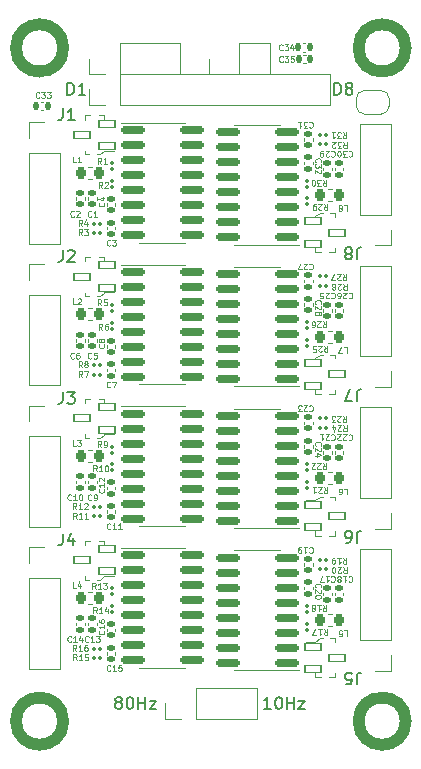
<source format=gto>
%TF.GenerationSoftware,KiCad,Pcbnew,7.0.2-6a45011f42~172~ubuntu22.04.1*%
%TF.CreationDate,2023-05-07T18:17:34+01:00*%
%TF.ProjectId,octoHX711,6f63746f-4858-4373-9131-2e6b69636164,rev?*%
%TF.SameCoordinates,Original*%
%TF.FileFunction,Legend,Top*%
%TF.FilePolarity,Positive*%
%FSLAX46Y46*%
G04 Gerber Fmt 4.6, Leading zero omitted, Abs format (unit mm)*
G04 Created by KiCad (PCBNEW 7.0.2-6a45011f42~172~ubuntu22.04.1) date 2023-05-07 18:17:34*
%MOMM*%
%LPD*%
G01*
G04 APERTURE LIST*
G04 Aperture macros list*
%AMRoundRect*
0 Rectangle with rounded corners*
0 $1 Rounding radius*
0 $2 $3 $4 $5 $6 $7 $8 $9 X,Y pos of 4 corners*
0 Add a 4 corners polygon primitive as box body*
4,1,4,$2,$3,$4,$5,$6,$7,$8,$9,$2,$3,0*
0 Add four circle primitives for the rounded corners*
1,1,$1+$1,$2,$3*
1,1,$1+$1,$4,$5*
1,1,$1+$1,$6,$7*
1,1,$1+$1,$8,$9*
0 Add four rect primitives between the rounded corners*
20,1,$1+$1,$2,$3,$4,$5,0*
20,1,$1+$1,$4,$5,$6,$7,0*
20,1,$1+$1,$6,$7,$8,$9,0*
20,1,$1+$1,$8,$9,$2,$3,0*%
%AMFreePoly0*
4,1,19,0.500000,-0.750000,0.000000,-0.750000,0.000000,-0.744911,-0.071157,-0.744911,-0.207708,-0.704816,-0.327430,-0.627875,-0.420627,-0.520320,-0.479746,-0.390866,-0.500000,-0.250000,-0.500000,0.250000,-0.479746,0.390866,-0.420627,0.520320,-0.327430,0.627875,-0.207708,0.704816,-0.071157,0.744911,0.000000,0.744911,0.000000,0.750000,0.500000,0.750000,0.500000,-0.750000,0.500000,-0.750000,
$1*%
%AMFreePoly1*
4,1,19,0.000000,0.744911,0.071157,0.744911,0.207708,0.704816,0.327430,0.627875,0.420627,0.520320,0.479746,0.390866,0.500000,0.250000,0.500000,-0.250000,0.479746,-0.390866,0.420627,-0.520320,0.327430,-0.627875,0.207708,-0.704816,0.071157,-0.744911,0.000000,-0.744911,0.000000,-0.750000,-0.500000,-0.750000,-0.500000,0.750000,0.000000,0.750000,0.000000,0.744911,0.000000,0.744911,
$1*%
G04 Aperture macros list end*
%ADD10C,1.000000*%
%ADD11C,0.200000*%
%ADD12C,0.125000*%
%ADD13C,0.120000*%
%ADD14C,0.100000*%
%ADD15FreePoly0,0.000000*%
%ADD16FreePoly1,0.000000*%
%ADD17RoundRect,0.140000X-0.140000X-0.170000X0.140000X-0.170000X0.140000X0.170000X-0.140000X0.170000X0*%
%ADD18O,1.700000X1.700000*%
%ADD19R,1.700000X1.700000*%
%ADD20RoundRect,0.150000X0.850000X0.150000X-0.850000X0.150000X-0.850000X-0.150000X0.850000X-0.150000X0*%
%ADD21RoundRect,0.150000X-0.850000X-0.150000X0.850000X-0.150000X0.850000X0.150000X-0.850000X0.150000X0*%
%ADD22RoundRect,0.075000X0.125000X0.075000X-0.125000X0.075000X-0.125000X-0.075000X0.125000X-0.075000X0*%
%ADD23RoundRect,0.075000X0.075000X-0.125000X0.075000X0.125000X-0.075000X0.125000X-0.075000X-0.125000X0*%
%ADD24RoundRect,0.075000X-0.125000X-0.075000X0.125000X-0.075000X0.125000X0.075000X-0.125000X0.075000X0*%
%ADD25RoundRect,0.075000X-0.075000X0.125000X-0.075000X-0.125000X0.075000X-0.125000X0.075000X0.125000X0*%
%ADD26RoundRect,0.070000X-0.650000X-0.300000X0.650000X-0.300000X0.650000X0.300000X-0.650000X0.300000X0*%
%ADD27RoundRect,0.070000X0.650000X0.300000X-0.650000X0.300000X-0.650000X-0.300000X0.650000X-0.300000X0*%
%ADD28RoundRect,0.218750X0.218750X0.256250X-0.218750X0.256250X-0.218750X-0.256250X0.218750X-0.256250X0*%
%ADD29RoundRect,0.218750X-0.218750X-0.256250X0.218750X-0.256250X0.218750X0.256250X-0.218750X0.256250X0*%
%ADD30RoundRect,0.140000X-0.170000X0.140000X-0.170000X-0.140000X0.170000X-0.140000X0.170000X0.140000X0*%
%ADD31RoundRect,0.140000X0.170000X-0.140000X0.170000X0.140000X-0.170000X0.140000X-0.170000X-0.140000X0*%
G04 APERTURE END LIST*
D10*
X128500000Y-123500000D02*
G75*
G03*
X128500000Y-123500000I-2000000J0D01*
G01*
X157500000Y-123500000D02*
G75*
G03*
X157500000Y-123500000I-2000000J0D01*
G01*
X157500000Y-66500000D02*
G75*
G03*
X157500000Y-66500000I-2000000J0D01*
G01*
X128500000Y-66500000D02*
G75*
G03*
X128500000Y-66500000I-2000000J0D01*
G01*
D11*
X151461905Y-70462619D02*
X151461905Y-69462619D01*
X151461905Y-69462619D02*
X151700000Y-69462619D01*
X151700000Y-69462619D02*
X151842857Y-69510238D01*
X151842857Y-69510238D02*
X151938095Y-69605476D01*
X151938095Y-69605476D02*
X151985714Y-69700714D01*
X151985714Y-69700714D02*
X152033333Y-69891190D01*
X152033333Y-69891190D02*
X152033333Y-70034047D01*
X152033333Y-70034047D02*
X151985714Y-70224523D01*
X151985714Y-70224523D02*
X151938095Y-70319761D01*
X151938095Y-70319761D02*
X151842857Y-70415000D01*
X151842857Y-70415000D02*
X151700000Y-70462619D01*
X151700000Y-70462619D02*
X151461905Y-70462619D01*
X152604762Y-69891190D02*
X152509524Y-69843571D01*
X152509524Y-69843571D02*
X152461905Y-69795952D01*
X152461905Y-69795952D02*
X152414286Y-69700714D01*
X152414286Y-69700714D02*
X152414286Y-69653095D01*
X152414286Y-69653095D02*
X152461905Y-69557857D01*
X152461905Y-69557857D02*
X152509524Y-69510238D01*
X152509524Y-69510238D02*
X152604762Y-69462619D01*
X152604762Y-69462619D02*
X152795238Y-69462619D01*
X152795238Y-69462619D02*
X152890476Y-69510238D01*
X152890476Y-69510238D02*
X152938095Y-69557857D01*
X152938095Y-69557857D02*
X152985714Y-69653095D01*
X152985714Y-69653095D02*
X152985714Y-69700714D01*
X152985714Y-69700714D02*
X152938095Y-69795952D01*
X152938095Y-69795952D02*
X152890476Y-69843571D01*
X152890476Y-69843571D02*
X152795238Y-69891190D01*
X152795238Y-69891190D02*
X152604762Y-69891190D01*
X152604762Y-69891190D02*
X152509524Y-69938809D01*
X152509524Y-69938809D02*
X152461905Y-69986428D01*
X152461905Y-69986428D02*
X152414286Y-70081666D01*
X152414286Y-70081666D02*
X152414286Y-70272142D01*
X152414286Y-70272142D02*
X152461905Y-70367380D01*
X152461905Y-70367380D02*
X152509524Y-70415000D01*
X152509524Y-70415000D02*
X152604762Y-70462619D01*
X152604762Y-70462619D02*
X152795238Y-70462619D01*
X152795238Y-70462619D02*
X152890476Y-70415000D01*
X152890476Y-70415000D02*
X152938095Y-70367380D01*
X152938095Y-70367380D02*
X152985714Y-70272142D01*
X152985714Y-70272142D02*
X152985714Y-70081666D01*
X152985714Y-70081666D02*
X152938095Y-69986428D01*
X152938095Y-69986428D02*
X152890476Y-69938809D01*
X152890476Y-69938809D02*
X152795238Y-69891190D01*
X128861905Y-70462619D02*
X128861905Y-69462619D01*
X128861905Y-69462619D02*
X129100000Y-69462619D01*
X129100000Y-69462619D02*
X129242857Y-69510238D01*
X129242857Y-69510238D02*
X129338095Y-69605476D01*
X129338095Y-69605476D02*
X129385714Y-69700714D01*
X129385714Y-69700714D02*
X129433333Y-69891190D01*
X129433333Y-69891190D02*
X129433333Y-70034047D01*
X129433333Y-70034047D02*
X129385714Y-70224523D01*
X129385714Y-70224523D02*
X129338095Y-70319761D01*
X129338095Y-70319761D02*
X129242857Y-70415000D01*
X129242857Y-70415000D02*
X129100000Y-70462619D01*
X129100000Y-70462619D02*
X128861905Y-70462619D01*
X130385714Y-70462619D02*
X129814286Y-70462619D01*
X130100000Y-70462619D02*
X130100000Y-69462619D01*
X130100000Y-69462619D02*
X130004762Y-69605476D01*
X130004762Y-69605476D02*
X129909524Y-69700714D01*
X129909524Y-69700714D02*
X129814286Y-69748333D01*
X133100000Y-121891190D02*
X133004762Y-121843571D01*
X133004762Y-121843571D02*
X132957143Y-121795952D01*
X132957143Y-121795952D02*
X132909524Y-121700714D01*
X132909524Y-121700714D02*
X132909524Y-121653095D01*
X132909524Y-121653095D02*
X132957143Y-121557857D01*
X132957143Y-121557857D02*
X133004762Y-121510238D01*
X133004762Y-121510238D02*
X133100000Y-121462619D01*
X133100000Y-121462619D02*
X133290476Y-121462619D01*
X133290476Y-121462619D02*
X133385714Y-121510238D01*
X133385714Y-121510238D02*
X133433333Y-121557857D01*
X133433333Y-121557857D02*
X133480952Y-121653095D01*
X133480952Y-121653095D02*
X133480952Y-121700714D01*
X133480952Y-121700714D02*
X133433333Y-121795952D01*
X133433333Y-121795952D02*
X133385714Y-121843571D01*
X133385714Y-121843571D02*
X133290476Y-121891190D01*
X133290476Y-121891190D02*
X133100000Y-121891190D01*
X133100000Y-121891190D02*
X133004762Y-121938809D01*
X133004762Y-121938809D02*
X132957143Y-121986428D01*
X132957143Y-121986428D02*
X132909524Y-122081666D01*
X132909524Y-122081666D02*
X132909524Y-122272142D01*
X132909524Y-122272142D02*
X132957143Y-122367380D01*
X132957143Y-122367380D02*
X133004762Y-122415000D01*
X133004762Y-122415000D02*
X133100000Y-122462619D01*
X133100000Y-122462619D02*
X133290476Y-122462619D01*
X133290476Y-122462619D02*
X133385714Y-122415000D01*
X133385714Y-122415000D02*
X133433333Y-122367380D01*
X133433333Y-122367380D02*
X133480952Y-122272142D01*
X133480952Y-122272142D02*
X133480952Y-122081666D01*
X133480952Y-122081666D02*
X133433333Y-121986428D01*
X133433333Y-121986428D02*
X133385714Y-121938809D01*
X133385714Y-121938809D02*
X133290476Y-121891190D01*
X134100000Y-121462619D02*
X134195238Y-121462619D01*
X134195238Y-121462619D02*
X134290476Y-121510238D01*
X134290476Y-121510238D02*
X134338095Y-121557857D01*
X134338095Y-121557857D02*
X134385714Y-121653095D01*
X134385714Y-121653095D02*
X134433333Y-121843571D01*
X134433333Y-121843571D02*
X134433333Y-122081666D01*
X134433333Y-122081666D02*
X134385714Y-122272142D01*
X134385714Y-122272142D02*
X134338095Y-122367380D01*
X134338095Y-122367380D02*
X134290476Y-122415000D01*
X134290476Y-122415000D02*
X134195238Y-122462619D01*
X134195238Y-122462619D02*
X134100000Y-122462619D01*
X134100000Y-122462619D02*
X134004762Y-122415000D01*
X134004762Y-122415000D02*
X133957143Y-122367380D01*
X133957143Y-122367380D02*
X133909524Y-122272142D01*
X133909524Y-122272142D02*
X133861905Y-122081666D01*
X133861905Y-122081666D02*
X133861905Y-121843571D01*
X133861905Y-121843571D02*
X133909524Y-121653095D01*
X133909524Y-121653095D02*
X133957143Y-121557857D01*
X133957143Y-121557857D02*
X134004762Y-121510238D01*
X134004762Y-121510238D02*
X134100000Y-121462619D01*
X134861905Y-122462619D02*
X134861905Y-121462619D01*
X134861905Y-121938809D02*
X135433333Y-121938809D01*
X135433333Y-122462619D02*
X135433333Y-121462619D01*
X135814286Y-121795952D02*
X136338095Y-121795952D01*
X136338095Y-121795952D02*
X135814286Y-122462619D01*
X135814286Y-122462619D02*
X136338095Y-122462619D01*
X146080952Y-122462619D02*
X145509524Y-122462619D01*
X145795238Y-122462619D02*
X145795238Y-121462619D01*
X145795238Y-121462619D02*
X145700000Y-121605476D01*
X145700000Y-121605476D02*
X145604762Y-121700714D01*
X145604762Y-121700714D02*
X145509524Y-121748333D01*
X146700000Y-121462619D02*
X146795238Y-121462619D01*
X146795238Y-121462619D02*
X146890476Y-121510238D01*
X146890476Y-121510238D02*
X146938095Y-121557857D01*
X146938095Y-121557857D02*
X146985714Y-121653095D01*
X146985714Y-121653095D02*
X147033333Y-121843571D01*
X147033333Y-121843571D02*
X147033333Y-122081666D01*
X147033333Y-122081666D02*
X146985714Y-122272142D01*
X146985714Y-122272142D02*
X146938095Y-122367380D01*
X146938095Y-122367380D02*
X146890476Y-122415000D01*
X146890476Y-122415000D02*
X146795238Y-122462619D01*
X146795238Y-122462619D02*
X146700000Y-122462619D01*
X146700000Y-122462619D02*
X146604762Y-122415000D01*
X146604762Y-122415000D02*
X146557143Y-122367380D01*
X146557143Y-122367380D02*
X146509524Y-122272142D01*
X146509524Y-122272142D02*
X146461905Y-122081666D01*
X146461905Y-122081666D02*
X146461905Y-121843571D01*
X146461905Y-121843571D02*
X146509524Y-121653095D01*
X146509524Y-121653095D02*
X146557143Y-121557857D01*
X146557143Y-121557857D02*
X146604762Y-121510238D01*
X146604762Y-121510238D02*
X146700000Y-121462619D01*
X147461905Y-122462619D02*
X147461905Y-121462619D01*
X147461905Y-121938809D02*
X148033333Y-121938809D01*
X148033333Y-122462619D02*
X148033333Y-121462619D01*
X148414286Y-121795952D02*
X148938095Y-121795952D01*
X148938095Y-121795952D02*
X148414286Y-122462619D01*
X148414286Y-122462619D02*
X148938095Y-122462619D01*
D12*
%TO.C,C35*%
X147093571Y-67638690D02*
X147069762Y-67662500D01*
X147069762Y-67662500D02*
X146998333Y-67686309D01*
X146998333Y-67686309D02*
X146950714Y-67686309D01*
X146950714Y-67686309D02*
X146879286Y-67662500D01*
X146879286Y-67662500D02*
X146831667Y-67614880D01*
X146831667Y-67614880D02*
X146807857Y-67567261D01*
X146807857Y-67567261D02*
X146784048Y-67472023D01*
X146784048Y-67472023D02*
X146784048Y-67400595D01*
X146784048Y-67400595D02*
X146807857Y-67305357D01*
X146807857Y-67305357D02*
X146831667Y-67257738D01*
X146831667Y-67257738D02*
X146879286Y-67210119D01*
X146879286Y-67210119D02*
X146950714Y-67186309D01*
X146950714Y-67186309D02*
X146998333Y-67186309D01*
X146998333Y-67186309D02*
X147069762Y-67210119D01*
X147069762Y-67210119D02*
X147093571Y-67233928D01*
X147260238Y-67186309D02*
X147569762Y-67186309D01*
X147569762Y-67186309D02*
X147403095Y-67376785D01*
X147403095Y-67376785D02*
X147474524Y-67376785D01*
X147474524Y-67376785D02*
X147522143Y-67400595D01*
X147522143Y-67400595D02*
X147545952Y-67424404D01*
X147545952Y-67424404D02*
X147569762Y-67472023D01*
X147569762Y-67472023D02*
X147569762Y-67591071D01*
X147569762Y-67591071D02*
X147545952Y-67638690D01*
X147545952Y-67638690D02*
X147522143Y-67662500D01*
X147522143Y-67662500D02*
X147474524Y-67686309D01*
X147474524Y-67686309D02*
X147331667Y-67686309D01*
X147331667Y-67686309D02*
X147284048Y-67662500D01*
X147284048Y-67662500D02*
X147260238Y-67638690D01*
X148022142Y-67186309D02*
X147784047Y-67186309D01*
X147784047Y-67186309D02*
X147760238Y-67424404D01*
X147760238Y-67424404D02*
X147784047Y-67400595D01*
X147784047Y-67400595D02*
X147831666Y-67376785D01*
X147831666Y-67376785D02*
X147950714Y-67376785D01*
X147950714Y-67376785D02*
X147998333Y-67400595D01*
X147998333Y-67400595D02*
X148022142Y-67424404D01*
X148022142Y-67424404D02*
X148045952Y-67472023D01*
X148045952Y-67472023D02*
X148045952Y-67591071D01*
X148045952Y-67591071D02*
X148022142Y-67638690D01*
X148022142Y-67638690D02*
X147998333Y-67662500D01*
X147998333Y-67662500D02*
X147950714Y-67686309D01*
X147950714Y-67686309D02*
X147831666Y-67686309D01*
X147831666Y-67686309D02*
X147784047Y-67662500D01*
X147784047Y-67662500D02*
X147760238Y-67638690D01*
%TO.C,C34*%
X147073571Y-66638690D02*
X147049762Y-66662500D01*
X147049762Y-66662500D02*
X146978333Y-66686309D01*
X146978333Y-66686309D02*
X146930714Y-66686309D01*
X146930714Y-66686309D02*
X146859286Y-66662500D01*
X146859286Y-66662500D02*
X146811667Y-66614880D01*
X146811667Y-66614880D02*
X146787857Y-66567261D01*
X146787857Y-66567261D02*
X146764048Y-66472023D01*
X146764048Y-66472023D02*
X146764048Y-66400595D01*
X146764048Y-66400595D02*
X146787857Y-66305357D01*
X146787857Y-66305357D02*
X146811667Y-66257738D01*
X146811667Y-66257738D02*
X146859286Y-66210119D01*
X146859286Y-66210119D02*
X146930714Y-66186309D01*
X146930714Y-66186309D02*
X146978333Y-66186309D01*
X146978333Y-66186309D02*
X147049762Y-66210119D01*
X147049762Y-66210119D02*
X147073571Y-66233928D01*
X147240238Y-66186309D02*
X147549762Y-66186309D01*
X147549762Y-66186309D02*
X147383095Y-66376785D01*
X147383095Y-66376785D02*
X147454524Y-66376785D01*
X147454524Y-66376785D02*
X147502143Y-66400595D01*
X147502143Y-66400595D02*
X147525952Y-66424404D01*
X147525952Y-66424404D02*
X147549762Y-66472023D01*
X147549762Y-66472023D02*
X147549762Y-66591071D01*
X147549762Y-66591071D02*
X147525952Y-66638690D01*
X147525952Y-66638690D02*
X147502143Y-66662500D01*
X147502143Y-66662500D02*
X147454524Y-66686309D01*
X147454524Y-66686309D02*
X147311667Y-66686309D01*
X147311667Y-66686309D02*
X147264048Y-66662500D01*
X147264048Y-66662500D02*
X147240238Y-66638690D01*
X147978333Y-66352976D02*
X147978333Y-66686309D01*
X147859285Y-66162500D02*
X147740238Y-66519642D01*
X147740238Y-66519642D02*
X148049761Y-66519642D01*
%TO.C,C33*%
X126478571Y-70683690D02*
X126454762Y-70707500D01*
X126454762Y-70707500D02*
X126383333Y-70731309D01*
X126383333Y-70731309D02*
X126335714Y-70731309D01*
X126335714Y-70731309D02*
X126264286Y-70707500D01*
X126264286Y-70707500D02*
X126216667Y-70659880D01*
X126216667Y-70659880D02*
X126192857Y-70612261D01*
X126192857Y-70612261D02*
X126169048Y-70517023D01*
X126169048Y-70517023D02*
X126169048Y-70445595D01*
X126169048Y-70445595D02*
X126192857Y-70350357D01*
X126192857Y-70350357D02*
X126216667Y-70302738D01*
X126216667Y-70302738D02*
X126264286Y-70255119D01*
X126264286Y-70255119D02*
X126335714Y-70231309D01*
X126335714Y-70231309D02*
X126383333Y-70231309D01*
X126383333Y-70231309D02*
X126454762Y-70255119D01*
X126454762Y-70255119D02*
X126478571Y-70278928D01*
X126645238Y-70231309D02*
X126954762Y-70231309D01*
X126954762Y-70231309D02*
X126788095Y-70421785D01*
X126788095Y-70421785D02*
X126859524Y-70421785D01*
X126859524Y-70421785D02*
X126907143Y-70445595D01*
X126907143Y-70445595D02*
X126930952Y-70469404D01*
X126930952Y-70469404D02*
X126954762Y-70517023D01*
X126954762Y-70517023D02*
X126954762Y-70636071D01*
X126954762Y-70636071D02*
X126930952Y-70683690D01*
X126930952Y-70683690D02*
X126907143Y-70707500D01*
X126907143Y-70707500D02*
X126859524Y-70731309D01*
X126859524Y-70731309D02*
X126716667Y-70731309D01*
X126716667Y-70731309D02*
X126669048Y-70707500D01*
X126669048Y-70707500D02*
X126645238Y-70683690D01*
X127121428Y-70231309D02*
X127430952Y-70231309D01*
X127430952Y-70231309D02*
X127264285Y-70421785D01*
X127264285Y-70421785D02*
X127335714Y-70421785D01*
X127335714Y-70421785D02*
X127383333Y-70445595D01*
X127383333Y-70445595D02*
X127407142Y-70469404D01*
X127407142Y-70469404D02*
X127430952Y-70517023D01*
X127430952Y-70517023D02*
X127430952Y-70636071D01*
X127430952Y-70636071D02*
X127407142Y-70683690D01*
X127407142Y-70683690D02*
X127383333Y-70707500D01*
X127383333Y-70707500D02*
X127335714Y-70731309D01*
X127335714Y-70731309D02*
X127192857Y-70731309D01*
X127192857Y-70731309D02*
X127145238Y-70707500D01*
X127145238Y-70707500D02*
X127121428Y-70683690D01*
%TO.C,R32*%
X152207618Y-74458691D02*
X152374284Y-74696786D01*
X152493332Y-74458691D02*
X152493332Y-74958691D01*
X152493332Y-74958691D02*
X152302856Y-74958691D01*
X152302856Y-74958691D02*
X152255237Y-74934881D01*
X152255237Y-74934881D02*
X152231427Y-74911072D01*
X152231427Y-74911072D02*
X152207618Y-74863453D01*
X152207618Y-74863453D02*
X152207618Y-74792024D01*
X152207618Y-74792024D02*
X152231427Y-74744405D01*
X152231427Y-74744405D02*
X152255237Y-74720596D01*
X152255237Y-74720596D02*
X152302856Y-74696786D01*
X152302856Y-74696786D02*
X152493332Y-74696786D01*
X152040951Y-74958691D02*
X151731427Y-74958691D01*
X151731427Y-74958691D02*
X151898094Y-74768215D01*
X151898094Y-74768215D02*
X151826665Y-74768215D01*
X151826665Y-74768215D02*
X151779046Y-74744405D01*
X151779046Y-74744405D02*
X151755237Y-74720596D01*
X151755237Y-74720596D02*
X151731427Y-74672977D01*
X151731427Y-74672977D02*
X151731427Y-74553929D01*
X151731427Y-74553929D02*
X151755237Y-74506310D01*
X151755237Y-74506310D02*
X151779046Y-74482501D01*
X151779046Y-74482501D02*
X151826665Y-74458691D01*
X151826665Y-74458691D02*
X151969522Y-74458691D01*
X151969522Y-74458691D02*
X152017141Y-74482501D01*
X152017141Y-74482501D02*
X152040951Y-74506310D01*
X151540951Y-74911072D02*
X151517142Y-74934881D01*
X151517142Y-74934881D02*
X151469523Y-74958691D01*
X151469523Y-74958691D02*
X151350475Y-74958691D01*
X151350475Y-74958691D02*
X151302856Y-74934881D01*
X151302856Y-74934881D02*
X151279047Y-74911072D01*
X151279047Y-74911072D02*
X151255237Y-74863453D01*
X151255237Y-74863453D02*
X151255237Y-74815834D01*
X151255237Y-74815834D02*
X151279047Y-74744405D01*
X151279047Y-74744405D02*
X151564761Y-74458691D01*
X151564761Y-74458691D02*
X151255237Y-74458691D01*
%TO.C,R31*%
X152182618Y-73658691D02*
X152349284Y-73896786D01*
X152468332Y-73658691D02*
X152468332Y-74158691D01*
X152468332Y-74158691D02*
X152277856Y-74158691D01*
X152277856Y-74158691D02*
X152230237Y-74134881D01*
X152230237Y-74134881D02*
X152206427Y-74111072D01*
X152206427Y-74111072D02*
X152182618Y-74063453D01*
X152182618Y-74063453D02*
X152182618Y-73992024D01*
X152182618Y-73992024D02*
X152206427Y-73944405D01*
X152206427Y-73944405D02*
X152230237Y-73920596D01*
X152230237Y-73920596D02*
X152277856Y-73896786D01*
X152277856Y-73896786D02*
X152468332Y-73896786D01*
X152015951Y-74158691D02*
X151706427Y-74158691D01*
X151706427Y-74158691D02*
X151873094Y-73968215D01*
X151873094Y-73968215D02*
X151801665Y-73968215D01*
X151801665Y-73968215D02*
X151754046Y-73944405D01*
X151754046Y-73944405D02*
X151730237Y-73920596D01*
X151730237Y-73920596D02*
X151706427Y-73872977D01*
X151706427Y-73872977D02*
X151706427Y-73753929D01*
X151706427Y-73753929D02*
X151730237Y-73706310D01*
X151730237Y-73706310D02*
X151754046Y-73682501D01*
X151754046Y-73682501D02*
X151801665Y-73658691D01*
X151801665Y-73658691D02*
X151944522Y-73658691D01*
X151944522Y-73658691D02*
X151992141Y-73682501D01*
X151992141Y-73682501D02*
X152015951Y-73706310D01*
X151230237Y-73658691D02*
X151515951Y-73658691D01*
X151373094Y-73658691D02*
X151373094Y-74158691D01*
X151373094Y-74158691D02*
X151420713Y-74087262D01*
X151420713Y-74087262D02*
X151468332Y-74039643D01*
X151468332Y-74039643D02*
X151515951Y-74015834D01*
%TO.C,R30*%
X150482618Y-77658692D02*
X150649284Y-77896787D01*
X150768332Y-77658692D02*
X150768332Y-78158692D01*
X150768332Y-78158692D02*
X150577856Y-78158692D01*
X150577856Y-78158692D02*
X150530237Y-78134882D01*
X150530237Y-78134882D02*
X150506427Y-78111073D01*
X150506427Y-78111073D02*
X150482618Y-78063454D01*
X150482618Y-78063454D02*
X150482618Y-77992025D01*
X150482618Y-77992025D02*
X150506427Y-77944406D01*
X150506427Y-77944406D02*
X150530237Y-77920597D01*
X150530237Y-77920597D02*
X150577856Y-77896787D01*
X150577856Y-77896787D02*
X150768332Y-77896787D01*
X150315951Y-78158692D02*
X150006427Y-78158692D01*
X150006427Y-78158692D02*
X150173094Y-77968216D01*
X150173094Y-77968216D02*
X150101665Y-77968216D01*
X150101665Y-77968216D02*
X150054046Y-77944406D01*
X150054046Y-77944406D02*
X150030237Y-77920597D01*
X150030237Y-77920597D02*
X150006427Y-77872978D01*
X150006427Y-77872978D02*
X150006427Y-77753930D01*
X150006427Y-77753930D02*
X150030237Y-77706311D01*
X150030237Y-77706311D02*
X150054046Y-77682502D01*
X150054046Y-77682502D02*
X150101665Y-77658692D01*
X150101665Y-77658692D02*
X150244522Y-77658692D01*
X150244522Y-77658692D02*
X150292141Y-77682502D01*
X150292141Y-77682502D02*
X150315951Y-77706311D01*
X149696904Y-78158692D02*
X149649285Y-78158692D01*
X149649285Y-78158692D02*
X149601666Y-78134882D01*
X149601666Y-78134882D02*
X149577856Y-78111073D01*
X149577856Y-78111073D02*
X149554047Y-78063454D01*
X149554047Y-78063454D02*
X149530237Y-77968216D01*
X149530237Y-77968216D02*
X149530237Y-77849168D01*
X149530237Y-77849168D02*
X149554047Y-77753930D01*
X149554047Y-77753930D02*
X149577856Y-77706311D01*
X149577856Y-77706311D02*
X149601666Y-77682502D01*
X149601666Y-77682502D02*
X149649285Y-77658692D01*
X149649285Y-77658692D02*
X149696904Y-77658692D01*
X149696904Y-77658692D02*
X149744523Y-77682502D01*
X149744523Y-77682502D02*
X149768332Y-77706311D01*
X149768332Y-77706311D02*
X149792142Y-77753930D01*
X149792142Y-77753930D02*
X149815951Y-77849168D01*
X149815951Y-77849168D02*
X149815951Y-77968216D01*
X149815951Y-77968216D02*
X149792142Y-78063454D01*
X149792142Y-78063454D02*
X149768332Y-78111073D01*
X149768332Y-78111073D02*
X149744523Y-78134882D01*
X149744523Y-78134882D02*
X149696904Y-78158692D01*
%TO.C,R29*%
X150582617Y-79708690D02*
X150749283Y-79946785D01*
X150868331Y-79708690D02*
X150868331Y-80208690D01*
X150868331Y-80208690D02*
X150677855Y-80208690D01*
X150677855Y-80208690D02*
X150630236Y-80184880D01*
X150630236Y-80184880D02*
X150606426Y-80161071D01*
X150606426Y-80161071D02*
X150582617Y-80113452D01*
X150582617Y-80113452D02*
X150582617Y-80042023D01*
X150582617Y-80042023D02*
X150606426Y-79994404D01*
X150606426Y-79994404D02*
X150630236Y-79970595D01*
X150630236Y-79970595D02*
X150677855Y-79946785D01*
X150677855Y-79946785D02*
X150868331Y-79946785D01*
X150392140Y-80161071D02*
X150368331Y-80184880D01*
X150368331Y-80184880D02*
X150320712Y-80208690D01*
X150320712Y-80208690D02*
X150201664Y-80208690D01*
X150201664Y-80208690D02*
X150154045Y-80184880D01*
X150154045Y-80184880D02*
X150130236Y-80161071D01*
X150130236Y-80161071D02*
X150106426Y-80113452D01*
X150106426Y-80113452D02*
X150106426Y-80065833D01*
X150106426Y-80065833D02*
X150130236Y-79994404D01*
X150130236Y-79994404D02*
X150415950Y-79708690D01*
X150415950Y-79708690D02*
X150106426Y-79708690D01*
X149868331Y-79708690D02*
X149773093Y-79708690D01*
X149773093Y-79708690D02*
X149725474Y-79732500D01*
X149725474Y-79732500D02*
X149701665Y-79756309D01*
X149701665Y-79756309D02*
X149654046Y-79827738D01*
X149654046Y-79827738D02*
X149630236Y-79922976D01*
X149630236Y-79922976D02*
X149630236Y-80113452D01*
X149630236Y-80113452D02*
X149654046Y-80161071D01*
X149654046Y-80161071D02*
X149677855Y-80184880D01*
X149677855Y-80184880D02*
X149725474Y-80208690D01*
X149725474Y-80208690D02*
X149820712Y-80208690D01*
X149820712Y-80208690D02*
X149868331Y-80184880D01*
X149868331Y-80184880D02*
X149892141Y-80161071D01*
X149892141Y-80161071D02*
X149915950Y-80113452D01*
X149915950Y-80113452D02*
X149915950Y-79994404D01*
X149915950Y-79994404D02*
X149892141Y-79946785D01*
X149892141Y-79946785D02*
X149868331Y-79922976D01*
X149868331Y-79922976D02*
X149820712Y-79899166D01*
X149820712Y-79899166D02*
X149725474Y-79899166D01*
X149725474Y-79899166D02*
X149677855Y-79922976D01*
X149677855Y-79922976D02*
X149654046Y-79946785D01*
X149654046Y-79946785D02*
X149630236Y-79994404D01*
%TO.C,R28*%
X152207618Y-86458691D02*
X152374284Y-86696786D01*
X152493332Y-86458691D02*
X152493332Y-86958691D01*
X152493332Y-86958691D02*
X152302856Y-86958691D01*
X152302856Y-86958691D02*
X152255237Y-86934881D01*
X152255237Y-86934881D02*
X152231427Y-86911072D01*
X152231427Y-86911072D02*
X152207618Y-86863453D01*
X152207618Y-86863453D02*
X152207618Y-86792024D01*
X152207618Y-86792024D02*
X152231427Y-86744405D01*
X152231427Y-86744405D02*
X152255237Y-86720596D01*
X152255237Y-86720596D02*
X152302856Y-86696786D01*
X152302856Y-86696786D02*
X152493332Y-86696786D01*
X152017141Y-86911072D02*
X151993332Y-86934881D01*
X151993332Y-86934881D02*
X151945713Y-86958691D01*
X151945713Y-86958691D02*
X151826665Y-86958691D01*
X151826665Y-86958691D02*
X151779046Y-86934881D01*
X151779046Y-86934881D02*
X151755237Y-86911072D01*
X151755237Y-86911072D02*
X151731427Y-86863453D01*
X151731427Y-86863453D02*
X151731427Y-86815834D01*
X151731427Y-86815834D02*
X151755237Y-86744405D01*
X151755237Y-86744405D02*
X152040951Y-86458691D01*
X152040951Y-86458691D02*
X151731427Y-86458691D01*
X151445713Y-86744405D02*
X151493332Y-86768215D01*
X151493332Y-86768215D02*
X151517142Y-86792024D01*
X151517142Y-86792024D02*
X151540951Y-86839643D01*
X151540951Y-86839643D02*
X151540951Y-86863453D01*
X151540951Y-86863453D02*
X151517142Y-86911072D01*
X151517142Y-86911072D02*
X151493332Y-86934881D01*
X151493332Y-86934881D02*
X151445713Y-86958691D01*
X151445713Y-86958691D02*
X151350475Y-86958691D01*
X151350475Y-86958691D02*
X151302856Y-86934881D01*
X151302856Y-86934881D02*
X151279047Y-86911072D01*
X151279047Y-86911072D02*
X151255237Y-86863453D01*
X151255237Y-86863453D02*
X151255237Y-86839643D01*
X151255237Y-86839643D02*
X151279047Y-86792024D01*
X151279047Y-86792024D02*
X151302856Y-86768215D01*
X151302856Y-86768215D02*
X151350475Y-86744405D01*
X151350475Y-86744405D02*
X151445713Y-86744405D01*
X151445713Y-86744405D02*
X151493332Y-86720596D01*
X151493332Y-86720596D02*
X151517142Y-86696786D01*
X151517142Y-86696786D02*
X151540951Y-86649167D01*
X151540951Y-86649167D02*
X151540951Y-86553929D01*
X151540951Y-86553929D02*
X151517142Y-86506310D01*
X151517142Y-86506310D02*
X151493332Y-86482501D01*
X151493332Y-86482501D02*
X151445713Y-86458691D01*
X151445713Y-86458691D02*
X151350475Y-86458691D01*
X151350475Y-86458691D02*
X151302856Y-86482501D01*
X151302856Y-86482501D02*
X151279047Y-86506310D01*
X151279047Y-86506310D02*
X151255237Y-86553929D01*
X151255237Y-86553929D02*
X151255237Y-86649167D01*
X151255237Y-86649167D02*
X151279047Y-86696786D01*
X151279047Y-86696786D02*
X151302856Y-86720596D01*
X151302856Y-86720596D02*
X151350475Y-86744405D01*
%TO.C,R27*%
X152182618Y-85658691D02*
X152349284Y-85896786D01*
X152468332Y-85658691D02*
X152468332Y-86158691D01*
X152468332Y-86158691D02*
X152277856Y-86158691D01*
X152277856Y-86158691D02*
X152230237Y-86134881D01*
X152230237Y-86134881D02*
X152206427Y-86111072D01*
X152206427Y-86111072D02*
X152182618Y-86063453D01*
X152182618Y-86063453D02*
X152182618Y-85992024D01*
X152182618Y-85992024D02*
X152206427Y-85944405D01*
X152206427Y-85944405D02*
X152230237Y-85920596D01*
X152230237Y-85920596D02*
X152277856Y-85896786D01*
X152277856Y-85896786D02*
X152468332Y-85896786D01*
X151992141Y-86111072D02*
X151968332Y-86134881D01*
X151968332Y-86134881D02*
X151920713Y-86158691D01*
X151920713Y-86158691D02*
X151801665Y-86158691D01*
X151801665Y-86158691D02*
X151754046Y-86134881D01*
X151754046Y-86134881D02*
X151730237Y-86111072D01*
X151730237Y-86111072D02*
X151706427Y-86063453D01*
X151706427Y-86063453D02*
X151706427Y-86015834D01*
X151706427Y-86015834D02*
X151730237Y-85944405D01*
X151730237Y-85944405D02*
X152015951Y-85658691D01*
X152015951Y-85658691D02*
X151706427Y-85658691D01*
X151539761Y-86158691D02*
X151206428Y-86158691D01*
X151206428Y-86158691D02*
X151420713Y-85658691D01*
%TO.C,R26*%
X150482618Y-89658692D02*
X150649284Y-89896787D01*
X150768332Y-89658692D02*
X150768332Y-90158692D01*
X150768332Y-90158692D02*
X150577856Y-90158692D01*
X150577856Y-90158692D02*
X150530237Y-90134882D01*
X150530237Y-90134882D02*
X150506427Y-90111073D01*
X150506427Y-90111073D02*
X150482618Y-90063454D01*
X150482618Y-90063454D02*
X150482618Y-89992025D01*
X150482618Y-89992025D02*
X150506427Y-89944406D01*
X150506427Y-89944406D02*
X150530237Y-89920597D01*
X150530237Y-89920597D02*
X150577856Y-89896787D01*
X150577856Y-89896787D02*
X150768332Y-89896787D01*
X150292141Y-90111073D02*
X150268332Y-90134882D01*
X150268332Y-90134882D02*
X150220713Y-90158692D01*
X150220713Y-90158692D02*
X150101665Y-90158692D01*
X150101665Y-90158692D02*
X150054046Y-90134882D01*
X150054046Y-90134882D02*
X150030237Y-90111073D01*
X150030237Y-90111073D02*
X150006427Y-90063454D01*
X150006427Y-90063454D02*
X150006427Y-90015835D01*
X150006427Y-90015835D02*
X150030237Y-89944406D01*
X150030237Y-89944406D02*
X150315951Y-89658692D01*
X150315951Y-89658692D02*
X150006427Y-89658692D01*
X149577856Y-90158692D02*
X149673094Y-90158692D01*
X149673094Y-90158692D02*
X149720713Y-90134882D01*
X149720713Y-90134882D02*
X149744523Y-90111073D01*
X149744523Y-90111073D02*
X149792142Y-90039644D01*
X149792142Y-90039644D02*
X149815951Y-89944406D01*
X149815951Y-89944406D02*
X149815951Y-89753930D01*
X149815951Y-89753930D02*
X149792142Y-89706311D01*
X149792142Y-89706311D02*
X149768332Y-89682502D01*
X149768332Y-89682502D02*
X149720713Y-89658692D01*
X149720713Y-89658692D02*
X149625475Y-89658692D01*
X149625475Y-89658692D02*
X149577856Y-89682502D01*
X149577856Y-89682502D02*
X149554047Y-89706311D01*
X149554047Y-89706311D02*
X149530237Y-89753930D01*
X149530237Y-89753930D02*
X149530237Y-89872978D01*
X149530237Y-89872978D02*
X149554047Y-89920597D01*
X149554047Y-89920597D02*
X149577856Y-89944406D01*
X149577856Y-89944406D02*
X149625475Y-89968216D01*
X149625475Y-89968216D02*
X149720713Y-89968216D01*
X149720713Y-89968216D02*
X149768332Y-89944406D01*
X149768332Y-89944406D02*
X149792142Y-89920597D01*
X149792142Y-89920597D02*
X149815951Y-89872978D01*
%TO.C,R25*%
X150582617Y-91708690D02*
X150749283Y-91946785D01*
X150868331Y-91708690D02*
X150868331Y-92208690D01*
X150868331Y-92208690D02*
X150677855Y-92208690D01*
X150677855Y-92208690D02*
X150630236Y-92184880D01*
X150630236Y-92184880D02*
X150606426Y-92161071D01*
X150606426Y-92161071D02*
X150582617Y-92113452D01*
X150582617Y-92113452D02*
X150582617Y-92042023D01*
X150582617Y-92042023D02*
X150606426Y-91994404D01*
X150606426Y-91994404D02*
X150630236Y-91970595D01*
X150630236Y-91970595D02*
X150677855Y-91946785D01*
X150677855Y-91946785D02*
X150868331Y-91946785D01*
X150392140Y-92161071D02*
X150368331Y-92184880D01*
X150368331Y-92184880D02*
X150320712Y-92208690D01*
X150320712Y-92208690D02*
X150201664Y-92208690D01*
X150201664Y-92208690D02*
X150154045Y-92184880D01*
X150154045Y-92184880D02*
X150130236Y-92161071D01*
X150130236Y-92161071D02*
X150106426Y-92113452D01*
X150106426Y-92113452D02*
X150106426Y-92065833D01*
X150106426Y-92065833D02*
X150130236Y-91994404D01*
X150130236Y-91994404D02*
X150415950Y-91708690D01*
X150415950Y-91708690D02*
X150106426Y-91708690D01*
X149654046Y-92208690D02*
X149892141Y-92208690D01*
X149892141Y-92208690D02*
X149915950Y-91970595D01*
X149915950Y-91970595D02*
X149892141Y-91994404D01*
X149892141Y-91994404D02*
X149844522Y-92018214D01*
X149844522Y-92018214D02*
X149725474Y-92018214D01*
X149725474Y-92018214D02*
X149677855Y-91994404D01*
X149677855Y-91994404D02*
X149654046Y-91970595D01*
X149654046Y-91970595D02*
X149630236Y-91922976D01*
X149630236Y-91922976D02*
X149630236Y-91803928D01*
X149630236Y-91803928D02*
X149654046Y-91756309D01*
X149654046Y-91756309D02*
X149677855Y-91732500D01*
X149677855Y-91732500D02*
X149725474Y-91708690D01*
X149725474Y-91708690D02*
X149844522Y-91708690D01*
X149844522Y-91708690D02*
X149892141Y-91732500D01*
X149892141Y-91732500D02*
X149915950Y-91756309D01*
%TO.C,R24*%
X152207618Y-98458691D02*
X152374284Y-98696786D01*
X152493332Y-98458691D02*
X152493332Y-98958691D01*
X152493332Y-98958691D02*
X152302856Y-98958691D01*
X152302856Y-98958691D02*
X152255237Y-98934881D01*
X152255237Y-98934881D02*
X152231427Y-98911072D01*
X152231427Y-98911072D02*
X152207618Y-98863453D01*
X152207618Y-98863453D02*
X152207618Y-98792024D01*
X152207618Y-98792024D02*
X152231427Y-98744405D01*
X152231427Y-98744405D02*
X152255237Y-98720596D01*
X152255237Y-98720596D02*
X152302856Y-98696786D01*
X152302856Y-98696786D02*
X152493332Y-98696786D01*
X152017141Y-98911072D02*
X151993332Y-98934881D01*
X151993332Y-98934881D02*
X151945713Y-98958691D01*
X151945713Y-98958691D02*
X151826665Y-98958691D01*
X151826665Y-98958691D02*
X151779046Y-98934881D01*
X151779046Y-98934881D02*
X151755237Y-98911072D01*
X151755237Y-98911072D02*
X151731427Y-98863453D01*
X151731427Y-98863453D02*
X151731427Y-98815834D01*
X151731427Y-98815834D02*
X151755237Y-98744405D01*
X151755237Y-98744405D02*
X152040951Y-98458691D01*
X152040951Y-98458691D02*
X151731427Y-98458691D01*
X151302856Y-98792024D02*
X151302856Y-98458691D01*
X151421904Y-98982501D02*
X151540951Y-98625358D01*
X151540951Y-98625358D02*
X151231428Y-98625358D01*
%TO.C,R23*%
X152182618Y-97658691D02*
X152349284Y-97896786D01*
X152468332Y-97658691D02*
X152468332Y-98158691D01*
X152468332Y-98158691D02*
X152277856Y-98158691D01*
X152277856Y-98158691D02*
X152230237Y-98134881D01*
X152230237Y-98134881D02*
X152206427Y-98111072D01*
X152206427Y-98111072D02*
X152182618Y-98063453D01*
X152182618Y-98063453D02*
X152182618Y-97992024D01*
X152182618Y-97992024D02*
X152206427Y-97944405D01*
X152206427Y-97944405D02*
X152230237Y-97920596D01*
X152230237Y-97920596D02*
X152277856Y-97896786D01*
X152277856Y-97896786D02*
X152468332Y-97896786D01*
X151992141Y-98111072D02*
X151968332Y-98134881D01*
X151968332Y-98134881D02*
X151920713Y-98158691D01*
X151920713Y-98158691D02*
X151801665Y-98158691D01*
X151801665Y-98158691D02*
X151754046Y-98134881D01*
X151754046Y-98134881D02*
X151730237Y-98111072D01*
X151730237Y-98111072D02*
X151706427Y-98063453D01*
X151706427Y-98063453D02*
X151706427Y-98015834D01*
X151706427Y-98015834D02*
X151730237Y-97944405D01*
X151730237Y-97944405D02*
X152015951Y-97658691D01*
X152015951Y-97658691D02*
X151706427Y-97658691D01*
X151539761Y-98158691D02*
X151230237Y-98158691D01*
X151230237Y-98158691D02*
X151396904Y-97968215D01*
X151396904Y-97968215D02*
X151325475Y-97968215D01*
X151325475Y-97968215D02*
X151277856Y-97944405D01*
X151277856Y-97944405D02*
X151254047Y-97920596D01*
X151254047Y-97920596D02*
X151230237Y-97872977D01*
X151230237Y-97872977D02*
X151230237Y-97753929D01*
X151230237Y-97753929D02*
X151254047Y-97706310D01*
X151254047Y-97706310D02*
X151277856Y-97682501D01*
X151277856Y-97682501D02*
X151325475Y-97658691D01*
X151325475Y-97658691D02*
X151468332Y-97658691D01*
X151468332Y-97658691D02*
X151515951Y-97682501D01*
X151515951Y-97682501D02*
X151539761Y-97706310D01*
%TO.C,R22*%
X150482618Y-101658692D02*
X150649284Y-101896787D01*
X150768332Y-101658692D02*
X150768332Y-102158692D01*
X150768332Y-102158692D02*
X150577856Y-102158692D01*
X150577856Y-102158692D02*
X150530237Y-102134882D01*
X150530237Y-102134882D02*
X150506427Y-102111073D01*
X150506427Y-102111073D02*
X150482618Y-102063454D01*
X150482618Y-102063454D02*
X150482618Y-101992025D01*
X150482618Y-101992025D02*
X150506427Y-101944406D01*
X150506427Y-101944406D02*
X150530237Y-101920597D01*
X150530237Y-101920597D02*
X150577856Y-101896787D01*
X150577856Y-101896787D02*
X150768332Y-101896787D01*
X150292141Y-102111073D02*
X150268332Y-102134882D01*
X150268332Y-102134882D02*
X150220713Y-102158692D01*
X150220713Y-102158692D02*
X150101665Y-102158692D01*
X150101665Y-102158692D02*
X150054046Y-102134882D01*
X150054046Y-102134882D02*
X150030237Y-102111073D01*
X150030237Y-102111073D02*
X150006427Y-102063454D01*
X150006427Y-102063454D02*
X150006427Y-102015835D01*
X150006427Y-102015835D02*
X150030237Y-101944406D01*
X150030237Y-101944406D02*
X150315951Y-101658692D01*
X150315951Y-101658692D02*
X150006427Y-101658692D01*
X149815951Y-102111073D02*
X149792142Y-102134882D01*
X149792142Y-102134882D02*
X149744523Y-102158692D01*
X149744523Y-102158692D02*
X149625475Y-102158692D01*
X149625475Y-102158692D02*
X149577856Y-102134882D01*
X149577856Y-102134882D02*
X149554047Y-102111073D01*
X149554047Y-102111073D02*
X149530237Y-102063454D01*
X149530237Y-102063454D02*
X149530237Y-102015835D01*
X149530237Y-102015835D02*
X149554047Y-101944406D01*
X149554047Y-101944406D02*
X149839761Y-101658692D01*
X149839761Y-101658692D02*
X149530237Y-101658692D01*
%TO.C,R21*%
X150582617Y-103708690D02*
X150749283Y-103946785D01*
X150868331Y-103708690D02*
X150868331Y-104208690D01*
X150868331Y-104208690D02*
X150677855Y-104208690D01*
X150677855Y-104208690D02*
X150630236Y-104184880D01*
X150630236Y-104184880D02*
X150606426Y-104161071D01*
X150606426Y-104161071D02*
X150582617Y-104113452D01*
X150582617Y-104113452D02*
X150582617Y-104042023D01*
X150582617Y-104042023D02*
X150606426Y-103994404D01*
X150606426Y-103994404D02*
X150630236Y-103970595D01*
X150630236Y-103970595D02*
X150677855Y-103946785D01*
X150677855Y-103946785D02*
X150868331Y-103946785D01*
X150392140Y-104161071D02*
X150368331Y-104184880D01*
X150368331Y-104184880D02*
X150320712Y-104208690D01*
X150320712Y-104208690D02*
X150201664Y-104208690D01*
X150201664Y-104208690D02*
X150154045Y-104184880D01*
X150154045Y-104184880D02*
X150130236Y-104161071D01*
X150130236Y-104161071D02*
X150106426Y-104113452D01*
X150106426Y-104113452D02*
X150106426Y-104065833D01*
X150106426Y-104065833D02*
X150130236Y-103994404D01*
X150130236Y-103994404D02*
X150415950Y-103708690D01*
X150415950Y-103708690D02*
X150106426Y-103708690D01*
X149630236Y-103708690D02*
X149915950Y-103708690D01*
X149773093Y-103708690D02*
X149773093Y-104208690D01*
X149773093Y-104208690D02*
X149820712Y-104137261D01*
X149820712Y-104137261D02*
X149868331Y-104089642D01*
X149868331Y-104089642D02*
X149915950Y-104065833D01*
%TO.C,R20*%
X152207618Y-110458691D02*
X152374284Y-110696786D01*
X152493332Y-110458691D02*
X152493332Y-110958691D01*
X152493332Y-110958691D02*
X152302856Y-110958691D01*
X152302856Y-110958691D02*
X152255237Y-110934881D01*
X152255237Y-110934881D02*
X152231427Y-110911072D01*
X152231427Y-110911072D02*
X152207618Y-110863453D01*
X152207618Y-110863453D02*
X152207618Y-110792024D01*
X152207618Y-110792024D02*
X152231427Y-110744405D01*
X152231427Y-110744405D02*
X152255237Y-110720596D01*
X152255237Y-110720596D02*
X152302856Y-110696786D01*
X152302856Y-110696786D02*
X152493332Y-110696786D01*
X152017141Y-110911072D02*
X151993332Y-110934881D01*
X151993332Y-110934881D02*
X151945713Y-110958691D01*
X151945713Y-110958691D02*
X151826665Y-110958691D01*
X151826665Y-110958691D02*
X151779046Y-110934881D01*
X151779046Y-110934881D02*
X151755237Y-110911072D01*
X151755237Y-110911072D02*
X151731427Y-110863453D01*
X151731427Y-110863453D02*
X151731427Y-110815834D01*
X151731427Y-110815834D02*
X151755237Y-110744405D01*
X151755237Y-110744405D02*
X152040951Y-110458691D01*
X152040951Y-110458691D02*
X151731427Y-110458691D01*
X151421904Y-110958691D02*
X151374285Y-110958691D01*
X151374285Y-110958691D02*
X151326666Y-110934881D01*
X151326666Y-110934881D02*
X151302856Y-110911072D01*
X151302856Y-110911072D02*
X151279047Y-110863453D01*
X151279047Y-110863453D02*
X151255237Y-110768215D01*
X151255237Y-110768215D02*
X151255237Y-110649167D01*
X151255237Y-110649167D02*
X151279047Y-110553929D01*
X151279047Y-110553929D02*
X151302856Y-110506310D01*
X151302856Y-110506310D02*
X151326666Y-110482501D01*
X151326666Y-110482501D02*
X151374285Y-110458691D01*
X151374285Y-110458691D02*
X151421904Y-110458691D01*
X151421904Y-110458691D02*
X151469523Y-110482501D01*
X151469523Y-110482501D02*
X151493332Y-110506310D01*
X151493332Y-110506310D02*
X151517142Y-110553929D01*
X151517142Y-110553929D02*
X151540951Y-110649167D01*
X151540951Y-110649167D02*
X151540951Y-110768215D01*
X151540951Y-110768215D02*
X151517142Y-110863453D01*
X151517142Y-110863453D02*
X151493332Y-110911072D01*
X151493332Y-110911072D02*
X151469523Y-110934881D01*
X151469523Y-110934881D02*
X151421904Y-110958691D01*
%TO.C,R19*%
X152182618Y-109658691D02*
X152349284Y-109896786D01*
X152468332Y-109658691D02*
X152468332Y-110158691D01*
X152468332Y-110158691D02*
X152277856Y-110158691D01*
X152277856Y-110158691D02*
X152230237Y-110134881D01*
X152230237Y-110134881D02*
X152206427Y-110111072D01*
X152206427Y-110111072D02*
X152182618Y-110063453D01*
X152182618Y-110063453D02*
X152182618Y-109992024D01*
X152182618Y-109992024D02*
X152206427Y-109944405D01*
X152206427Y-109944405D02*
X152230237Y-109920596D01*
X152230237Y-109920596D02*
X152277856Y-109896786D01*
X152277856Y-109896786D02*
X152468332Y-109896786D01*
X151706427Y-109658691D02*
X151992141Y-109658691D01*
X151849284Y-109658691D02*
X151849284Y-110158691D01*
X151849284Y-110158691D02*
X151896903Y-110087262D01*
X151896903Y-110087262D02*
X151944522Y-110039643D01*
X151944522Y-110039643D02*
X151992141Y-110015834D01*
X151468332Y-109658691D02*
X151373094Y-109658691D01*
X151373094Y-109658691D02*
X151325475Y-109682501D01*
X151325475Y-109682501D02*
X151301666Y-109706310D01*
X151301666Y-109706310D02*
X151254047Y-109777739D01*
X151254047Y-109777739D02*
X151230237Y-109872977D01*
X151230237Y-109872977D02*
X151230237Y-110063453D01*
X151230237Y-110063453D02*
X151254047Y-110111072D01*
X151254047Y-110111072D02*
X151277856Y-110134881D01*
X151277856Y-110134881D02*
X151325475Y-110158691D01*
X151325475Y-110158691D02*
X151420713Y-110158691D01*
X151420713Y-110158691D02*
X151468332Y-110134881D01*
X151468332Y-110134881D02*
X151492142Y-110111072D01*
X151492142Y-110111072D02*
X151515951Y-110063453D01*
X151515951Y-110063453D02*
X151515951Y-109944405D01*
X151515951Y-109944405D02*
X151492142Y-109896786D01*
X151492142Y-109896786D02*
X151468332Y-109872977D01*
X151468332Y-109872977D02*
X151420713Y-109849167D01*
X151420713Y-109849167D02*
X151325475Y-109849167D01*
X151325475Y-109849167D02*
X151277856Y-109872977D01*
X151277856Y-109872977D02*
X151254047Y-109896786D01*
X151254047Y-109896786D02*
X151230237Y-109944405D01*
%TO.C,R18*%
X150482618Y-113658692D02*
X150649284Y-113896787D01*
X150768332Y-113658692D02*
X150768332Y-114158692D01*
X150768332Y-114158692D02*
X150577856Y-114158692D01*
X150577856Y-114158692D02*
X150530237Y-114134882D01*
X150530237Y-114134882D02*
X150506427Y-114111073D01*
X150506427Y-114111073D02*
X150482618Y-114063454D01*
X150482618Y-114063454D02*
X150482618Y-113992025D01*
X150482618Y-113992025D02*
X150506427Y-113944406D01*
X150506427Y-113944406D02*
X150530237Y-113920597D01*
X150530237Y-113920597D02*
X150577856Y-113896787D01*
X150577856Y-113896787D02*
X150768332Y-113896787D01*
X150006427Y-113658692D02*
X150292141Y-113658692D01*
X150149284Y-113658692D02*
X150149284Y-114158692D01*
X150149284Y-114158692D02*
X150196903Y-114087263D01*
X150196903Y-114087263D02*
X150244522Y-114039644D01*
X150244522Y-114039644D02*
X150292141Y-114015835D01*
X149720713Y-113944406D02*
X149768332Y-113968216D01*
X149768332Y-113968216D02*
X149792142Y-113992025D01*
X149792142Y-113992025D02*
X149815951Y-114039644D01*
X149815951Y-114039644D02*
X149815951Y-114063454D01*
X149815951Y-114063454D02*
X149792142Y-114111073D01*
X149792142Y-114111073D02*
X149768332Y-114134882D01*
X149768332Y-114134882D02*
X149720713Y-114158692D01*
X149720713Y-114158692D02*
X149625475Y-114158692D01*
X149625475Y-114158692D02*
X149577856Y-114134882D01*
X149577856Y-114134882D02*
X149554047Y-114111073D01*
X149554047Y-114111073D02*
X149530237Y-114063454D01*
X149530237Y-114063454D02*
X149530237Y-114039644D01*
X149530237Y-114039644D02*
X149554047Y-113992025D01*
X149554047Y-113992025D02*
X149577856Y-113968216D01*
X149577856Y-113968216D02*
X149625475Y-113944406D01*
X149625475Y-113944406D02*
X149720713Y-113944406D01*
X149720713Y-113944406D02*
X149768332Y-113920597D01*
X149768332Y-113920597D02*
X149792142Y-113896787D01*
X149792142Y-113896787D02*
X149815951Y-113849168D01*
X149815951Y-113849168D02*
X149815951Y-113753930D01*
X149815951Y-113753930D02*
X149792142Y-113706311D01*
X149792142Y-113706311D02*
X149768332Y-113682502D01*
X149768332Y-113682502D02*
X149720713Y-113658692D01*
X149720713Y-113658692D02*
X149625475Y-113658692D01*
X149625475Y-113658692D02*
X149577856Y-113682502D01*
X149577856Y-113682502D02*
X149554047Y-113706311D01*
X149554047Y-113706311D02*
X149530237Y-113753930D01*
X149530237Y-113753930D02*
X149530237Y-113849168D01*
X149530237Y-113849168D02*
X149554047Y-113896787D01*
X149554047Y-113896787D02*
X149577856Y-113920597D01*
X149577856Y-113920597D02*
X149625475Y-113944406D01*
%TO.C,R17*%
X150582617Y-115708690D02*
X150749283Y-115946785D01*
X150868331Y-115708690D02*
X150868331Y-116208690D01*
X150868331Y-116208690D02*
X150677855Y-116208690D01*
X150677855Y-116208690D02*
X150630236Y-116184880D01*
X150630236Y-116184880D02*
X150606426Y-116161071D01*
X150606426Y-116161071D02*
X150582617Y-116113452D01*
X150582617Y-116113452D02*
X150582617Y-116042023D01*
X150582617Y-116042023D02*
X150606426Y-115994404D01*
X150606426Y-115994404D02*
X150630236Y-115970595D01*
X150630236Y-115970595D02*
X150677855Y-115946785D01*
X150677855Y-115946785D02*
X150868331Y-115946785D01*
X150106426Y-115708690D02*
X150392140Y-115708690D01*
X150249283Y-115708690D02*
X150249283Y-116208690D01*
X150249283Y-116208690D02*
X150296902Y-116137261D01*
X150296902Y-116137261D02*
X150344521Y-116089642D01*
X150344521Y-116089642D02*
X150392140Y-116065833D01*
X149939760Y-116208690D02*
X149606427Y-116208690D01*
X149606427Y-116208690D02*
X149820712Y-115708690D01*
%TO.C,R16*%
X129622381Y-117546309D02*
X129455715Y-117308214D01*
X129336667Y-117546309D02*
X129336667Y-117046309D01*
X129336667Y-117046309D02*
X129527143Y-117046309D01*
X129527143Y-117046309D02*
X129574762Y-117070119D01*
X129574762Y-117070119D02*
X129598572Y-117093928D01*
X129598572Y-117093928D02*
X129622381Y-117141547D01*
X129622381Y-117141547D02*
X129622381Y-117212976D01*
X129622381Y-117212976D02*
X129598572Y-117260595D01*
X129598572Y-117260595D02*
X129574762Y-117284404D01*
X129574762Y-117284404D02*
X129527143Y-117308214D01*
X129527143Y-117308214D02*
X129336667Y-117308214D01*
X130098572Y-117546309D02*
X129812858Y-117546309D01*
X129955715Y-117546309D02*
X129955715Y-117046309D01*
X129955715Y-117046309D02*
X129908096Y-117117738D01*
X129908096Y-117117738D02*
X129860477Y-117165357D01*
X129860477Y-117165357D02*
X129812858Y-117189166D01*
X130527143Y-117046309D02*
X130431905Y-117046309D01*
X130431905Y-117046309D02*
X130384286Y-117070119D01*
X130384286Y-117070119D02*
X130360476Y-117093928D01*
X130360476Y-117093928D02*
X130312857Y-117165357D01*
X130312857Y-117165357D02*
X130289048Y-117260595D01*
X130289048Y-117260595D02*
X130289048Y-117451071D01*
X130289048Y-117451071D02*
X130312857Y-117498690D01*
X130312857Y-117498690D02*
X130336667Y-117522500D01*
X130336667Y-117522500D02*
X130384286Y-117546309D01*
X130384286Y-117546309D02*
X130479524Y-117546309D01*
X130479524Y-117546309D02*
X130527143Y-117522500D01*
X130527143Y-117522500D02*
X130550952Y-117498690D01*
X130550952Y-117498690D02*
X130574762Y-117451071D01*
X130574762Y-117451071D02*
X130574762Y-117332023D01*
X130574762Y-117332023D02*
X130550952Y-117284404D01*
X130550952Y-117284404D02*
X130527143Y-117260595D01*
X130527143Y-117260595D02*
X130479524Y-117236785D01*
X130479524Y-117236785D02*
X130384286Y-117236785D01*
X130384286Y-117236785D02*
X130336667Y-117260595D01*
X130336667Y-117260595D02*
X130312857Y-117284404D01*
X130312857Y-117284404D02*
X130289048Y-117332023D01*
%TO.C,R15*%
X129647381Y-118346309D02*
X129480715Y-118108214D01*
X129361667Y-118346309D02*
X129361667Y-117846309D01*
X129361667Y-117846309D02*
X129552143Y-117846309D01*
X129552143Y-117846309D02*
X129599762Y-117870119D01*
X129599762Y-117870119D02*
X129623572Y-117893928D01*
X129623572Y-117893928D02*
X129647381Y-117941547D01*
X129647381Y-117941547D02*
X129647381Y-118012976D01*
X129647381Y-118012976D02*
X129623572Y-118060595D01*
X129623572Y-118060595D02*
X129599762Y-118084404D01*
X129599762Y-118084404D02*
X129552143Y-118108214D01*
X129552143Y-118108214D02*
X129361667Y-118108214D01*
X130123572Y-118346309D02*
X129837858Y-118346309D01*
X129980715Y-118346309D02*
X129980715Y-117846309D01*
X129980715Y-117846309D02*
X129933096Y-117917738D01*
X129933096Y-117917738D02*
X129885477Y-117965357D01*
X129885477Y-117965357D02*
X129837858Y-117989166D01*
X130575952Y-117846309D02*
X130337857Y-117846309D01*
X130337857Y-117846309D02*
X130314048Y-118084404D01*
X130314048Y-118084404D02*
X130337857Y-118060595D01*
X130337857Y-118060595D02*
X130385476Y-118036785D01*
X130385476Y-118036785D02*
X130504524Y-118036785D01*
X130504524Y-118036785D02*
X130552143Y-118060595D01*
X130552143Y-118060595D02*
X130575952Y-118084404D01*
X130575952Y-118084404D02*
X130599762Y-118132023D01*
X130599762Y-118132023D02*
X130599762Y-118251071D01*
X130599762Y-118251071D02*
X130575952Y-118298690D01*
X130575952Y-118298690D02*
X130552143Y-118322500D01*
X130552143Y-118322500D02*
X130504524Y-118346309D01*
X130504524Y-118346309D02*
X130385476Y-118346309D01*
X130385476Y-118346309D02*
X130337857Y-118322500D01*
X130337857Y-118322500D02*
X130314048Y-118298690D01*
%TO.C,R14*%
X131347381Y-114346309D02*
X131180715Y-114108214D01*
X131061667Y-114346309D02*
X131061667Y-113846309D01*
X131061667Y-113846309D02*
X131252143Y-113846309D01*
X131252143Y-113846309D02*
X131299762Y-113870119D01*
X131299762Y-113870119D02*
X131323572Y-113893928D01*
X131323572Y-113893928D02*
X131347381Y-113941547D01*
X131347381Y-113941547D02*
X131347381Y-114012976D01*
X131347381Y-114012976D02*
X131323572Y-114060595D01*
X131323572Y-114060595D02*
X131299762Y-114084404D01*
X131299762Y-114084404D02*
X131252143Y-114108214D01*
X131252143Y-114108214D02*
X131061667Y-114108214D01*
X131823572Y-114346309D02*
X131537858Y-114346309D01*
X131680715Y-114346309D02*
X131680715Y-113846309D01*
X131680715Y-113846309D02*
X131633096Y-113917738D01*
X131633096Y-113917738D02*
X131585477Y-113965357D01*
X131585477Y-113965357D02*
X131537858Y-113989166D01*
X132252143Y-114012976D02*
X132252143Y-114346309D01*
X132133095Y-113822500D02*
X132014048Y-114179642D01*
X132014048Y-114179642D02*
X132323571Y-114179642D01*
%TO.C,R13*%
X131247381Y-112296309D02*
X131080715Y-112058214D01*
X130961667Y-112296309D02*
X130961667Y-111796309D01*
X130961667Y-111796309D02*
X131152143Y-111796309D01*
X131152143Y-111796309D02*
X131199762Y-111820119D01*
X131199762Y-111820119D02*
X131223572Y-111843928D01*
X131223572Y-111843928D02*
X131247381Y-111891547D01*
X131247381Y-111891547D02*
X131247381Y-111962976D01*
X131247381Y-111962976D02*
X131223572Y-112010595D01*
X131223572Y-112010595D02*
X131199762Y-112034404D01*
X131199762Y-112034404D02*
X131152143Y-112058214D01*
X131152143Y-112058214D02*
X130961667Y-112058214D01*
X131723572Y-112296309D02*
X131437858Y-112296309D01*
X131580715Y-112296309D02*
X131580715Y-111796309D01*
X131580715Y-111796309D02*
X131533096Y-111867738D01*
X131533096Y-111867738D02*
X131485477Y-111915357D01*
X131485477Y-111915357D02*
X131437858Y-111939166D01*
X131890238Y-111796309D02*
X132199762Y-111796309D01*
X132199762Y-111796309D02*
X132033095Y-111986785D01*
X132033095Y-111986785D02*
X132104524Y-111986785D01*
X132104524Y-111986785D02*
X132152143Y-112010595D01*
X132152143Y-112010595D02*
X132175952Y-112034404D01*
X132175952Y-112034404D02*
X132199762Y-112082023D01*
X132199762Y-112082023D02*
X132199762Y-112201071D01*
X132199762Y-112201071D02*
X132175952Y-112248690D01*
X132175952Y-112248690D02*
X132152143Y-112272500D01*
X132152143Y-112272500D02*
X132104524Y-112296309D01*
X132104524Y-112296309D02*
X131961667Y-112296309D01*
X131961667Y-112296309D02*
X131914048Y-112272500D01*
X131914048Y-112272500D02*
X131890238Y-112248690D01*
%TO.C,R12*%
X129622381Y-105546309D02*
X129455715Y-105308214D01*
X129336667Y-105546309D02*
X129336667Y-105046309D01*
X129336667Y-105046309D02*
X129527143Y-105046309D01*
X129527143Y-105046309D02*
X129574762Y-105070119D01*
X129574762Y-105070119D02*
X129598572Y-105093928D01*
X129598572Y-105093928D02*
X129622381Y-105141547D01*
X129622381Y-105141547D02*
X129622381Y-105212976D01*
X129622381Y-105212976D02*
X129598572Y-105260595D01*
X129598572Y-105260595D02*
X129574762Y-105284404D01*
X129574762Y-105284404D02*
X129527143Y-105308214D01*
X129527143Y-105308214D02*
X129336667Y-105308214D01*
X130098572Y-105546309D02*
X129812858Y-105546309D01*
X129955715Y-105546309D02*
X129955715Y-105046309D01*
X129955715Y-105046309D02*
X129908096Y-105117738D01*
X129908096Y-105117738D02*
X129860477Y-105165357D01*
X129860477Y-105165357D02*
X129812858Y-105189166D01*
X130289048Y-105093928D02*
X130312857Y-105070119D01*
X130312857Y-105070119D02*
X130360476Y-105046309D01*
X130360476Y-105046309D02*
X130479524Y-105046309D01*
X130479524Y-105046309D02*
X130527143Y-105070119D01*
X130527143Y-105070119D02*
X130550952Y-105093928D01*
X130550952Y-105093928D02*
X130574762Y-105141547D01*
X130574762Y-105141547D02*
X130574762Y-105189166D01*
X130574762Y-105189166D02*
X130550952Y-105260595D01*
X130550952Y-105260595D02*
X130265238Y-105546309D01*
X130265238Y-105546309D02*
X130574762Y-105546309D01*
%TO.C,R11*%
X129647381Y-106346309D02*
X129480715Y-106108214D01*
X129361667Y-106346309D02*
X129361667Y-105846309D01*
X129361667Y-105846309D02*
X129552143Y-105846309D01*
X129552143Y-105846309D02*
X129599762Y-105870119D01*
X129599762Y-105870119D02*
X129623572Y-105893928D01*
X129623572Y-105893928D02*
X129647381Y-105941547D01*
X129647381Y-105941547D02*
X129647381Y-106012976D01*
X129647381Y-106012976D02*
X129623572Y-106060595D01*
X129623572Y-106060595D02*
X129599762Y-106084404D01*
X129599762Y-106084404D02*
X129552143Y-106108214D01*
X129552143Y-106108214D02*
X129361667Y-106108214D01*
X130123572Y-106346309D02*
X129837858Y-106346309D01*
X129980715Y-106346309D02*
X129980715Y-105846309D01*
X129980715Y-105846309D02*
X129933096Y-105917738D01*
X129933096Y-105917738D02*
X129885477Y-105965357D01*
X129885477Y-105965357D02*
X129837858Y-105989166D01*
X130599762Y-106346309D02*
X130314048Y-106346309D01*
X130456905Y-106346309D02*
X130456905Y-105846309D01*
X130456905Y-105846309D02*
X130409286Y-105917738D01*
X130409286Y-105917738D02*
X130361667Y-105965357D01*
X130361667Y-105965357D02*
X130314048Y-105989166D01*
%TO.C,R10*%
X131347381Y-102346309D02*
X131180715Y-102108214D01*
X131061667Y-102346309D02*
X131061667Y-101846309D01*
X131061667Y-101846309D02*
X131252143Y-101846309D01*
X131252143Y-101846309D02*
X131299762Y-101870119D01*
X131299762Y-101870119D02*
X131323572Y-101893928D01*
X131323572Y-101893928D02*
X131347381Y-101941547D01*
X131347381Y-101941547D02*
X131347381Y-102012976D01*
X131347381Y-102012976D02*
X131323572Y-102060595D01*
X131323572Y-102060595D02*
X131299762Y-102084404D01*
X131299762Y-102084404D02*
X131252143Y-102108214D01*
X131252143Y-102108214D02*
X131061667Y-102108214D01*
X131823572Y-102346309D02*
X131537858Y-102346309D01*
X131680715Y-102346309D02*
X131680715Y-101846309D01*
X131680715Y-101846309D02*
X131633096Y-101917738D01*
X131633096Y-101917738D02*
X131585477Y-101965357D01*
X131585477Y-101965357D02*
X131537858Y-101989166D01*
X132133095Y-101846309D02*
X132180714Y-101846309D01*
X132180714Y-101846309D02*
X132228333Y-101870119D01*
X132228333Y-101870119D02*
X132252143Y-101893928D01*
X132252143Y-101893928D02*
X132275952Y-101941547D01*
X132275952Y-101941547D02*
X132299762Y-102036785D01*
X132299762Y-102036785D02*
X132299762Y-102155833D01*
X132299762Y-102155833D02*
X132275952Y-102251071D01*
X132275952Y-102251071D02*
X132252143Y-102298690D01*
X132252143Y-102298690D02*
X132228333Y-102322500D01*
X132228333Y-102322500D02*
X132180714Y-102346309D01*
X132180714Y-102346309D02*
X132133095Y-102346309D01*
X132133095Y-102346309D02*
X132085476Y-102322500D01*
X132085476Y-102322500D02*
X132061667Y-102298690D01*
X132061667Y-102298690D02*
X132037857Y-102251071D01*
X132037857Y-102251071D02*
X132014048Y-102155833D01*
X132014048Y-102155833D02*
X132014048Y-102036785D01*
X132014048Y-102036785D02*
X132037857Y-101941547D01*
X132037857Y-101941547D02*
X132061667Y-101893928D01*
X132061667Y-101893928D02*
X132085476Y-101870119D01*
X132085476Y-101870119D02*
X132133095Y-101846309D01*
%TO.C,R9*%
X131723571Y-100296309D02*
X131556905Y-100058214D01*
X131437857Y-100296309D02*
X131437857Y-99796309D01*
X131437857Y-99796309D02*
X131628333Y-99796309D01*
X131628333Y-99796309D02*
X131675952Y-99820119D01*
X131675952Y-99820119D02*
X131699762Y-99843928D01*
X131699762Y-99843928D02*
X131723571Y-99891547D01*
X131723571Y-99891547D02*
X131723571Y-99962976D01*
X131723571Y-99962976D02*
X131699762Y-100010595D01*
X131699762Y-100010595D02*
X131675952Y-100034404D01*
X131675952Y-100034404D02*
X131628333Y-100058214D01*
X131628333Y-100058214D02*
X131437857Y-100058214D01*
X131961667Y-100296309D02*
X132056905Y-100296309D01*
X132056905Y-100296309D02*
X132104524Y-100272500D01*
X132104524Y-100272500D02*
X132128333Y-100248690D01*
X132128333Y-100248690D02*
X132175952Y-100177261D01*
X132175952Y-100177261D02*
X132199762Y-100082023D01*
X132199762Y-100082023D02*
X132199762Y-99891547D01*
X132199762Y-99891547D02*
X132175952Y-99843928D01*
X132175952Y-99843928D02*
X132152143Y-99820119D01*
X132152143Y-99820119D02*
X132104524Y-99796309D01*
X132104524Y-99796309D02*
X132009286Y-99796309D01*
X132009286Y-99796309D02*
X131961667Y-99820119D01*
X131961667Y-99820119D02*
X131937857Y-99843928D01*
X131937857Y-99843928D02*
X131914048Y-99891547D01*
X131914048Y-99891547D02*
X131914048Y-100010595D01*
X131914048Y-100010595D02*
X131937857Y-100058214D01*
X131937857Y-100058214D02*
X131961667Y-100082023D01*
X131961667Y-100082023D02*
X132009286Y-100105833D01*
X132009286Y-100105833D02*
X132104524Y-100105833D01*
X132104524Y-100105833D02*
X132152143Y-100082023D01*
X132152143Y-100082023D02*
X132175952Y-100058214D01*
X132175952Y-100058214D02*
X132199762Y-100010595D01*
%TO.C,R8*%
X130098571Y-93546309D02*
X129931905Y-93308214D01*
X129812857Y-93546309D02*
X129812857Y-93046309D01*
X129812857Y-93046309D02*
X130003333Y-93046309D01*
X130003333Y-93046309D02*
X130050952Y-93070119D01*
X130050952Y-93070119D02*
X130074762Y-93093928D01*
X130074762Y-93093928D02*
X130098571Y-93141547D01*
X130098571Y-93141547D02*
X130098571Y-93212976D01*
X130098571Y-93212976D02*
X130074762Y-93260595D01*
X130074762Y-93260595D02*
X130050952Y-93284404D01*
X130050952Y-93284404D02*
X130003333Y-93308214D01*
X130003333Y-93308214D02*
X129812857Y-93308214D01*
X130384286Y-93260595D02*
X130336667Y-93236785D01*
X130336667Y-93236785D02*
X130312857Y-93212976D01*
X130312857Y-93212976D02*
X130289048Y-93165357D01*
X130289048Y-93165357D02*
X130289048Y-93141547D01*
X130289048Y-93141547D02*
X130312857Y-93093928D01*
X130312857Y-93093928D02*
X130336667Y-93070119D01*
X130336667Y-93070119D02*
X130384286Y-93046309D01*
X130384286Y-93046309D02*
X130479524Y-93046309D01*
X130479524Y-93046309D02*
X130527143Y-93070119D01*
X130527143Y-93070119D02*
X130550952Y-93093928D01*
X130550952Y-93093928D02*
X130574762Y-93141547D01*
X130574762Y-93141547D02*
X130574762Y-93165357D01*
X130574762Y-93165357D02*
X130550952Y-93212976D01*
X130550952Y-93212976D02*
X130527143Y-93236785D01*
X130527143Y-93236785D02*
X130479524Y-93260595D01*
X130479524Y-93260595D02*
X130384286Y-93260595D01*
X130384286Y-93260595D02*
X130336667Y-93284404D01*
X130336667Y-93284404D02*
X130312857Y-93308214D01*
X130312857Y-93308214D02*
X130289048Y-93355833D01*
X130289048Y-93355833D02*
X130289048Y-93451071D01*
X130289048Y-93451071D02*
X130312857Y-93498690D01*
X130312857Y-93498690D02*
X130336667Y-93522500D01*
X130336667Y-93522500D02*
X130384286Y-93546309D01*
X130384286Y-93546309D02*
X130479524Y-93546309D01*
X130479524Y-93546309D02*
X130527143Y-93522500D01*
X130527143Y-93522500D02*
X130550952Y-93498690D01*
X130550952Y-93498690D02*
X130574762Y-93451071D01*
X130574762Y-93451071D02*
X130574762Y-93355833D01*
X130574762Y-93355833D02*
X130550952Y-93308214D01*
X130550952Y-93308214D02*
X130527143Y-93284404D01*
X130527143Y-93284404D02*
X130479524Y-93260595D01*
%TO.C,R7*%
X130123571Y-94346309D02*
X129956905Y-94108214D01*
X129837857Y-94346309D02*
X129837857Y-93846309D01*
X129837857Y-93846309D02*
X130028333Y-93846309D01*
X130028333Y-93846309D02*
X130075952Y-93870119D01*
X130075952Y-93870119D02*
X130099762Y-93893928D01*
X130099762Y-93893928D02*
X130123571Y-93941547D01*
X130123571Y-93941547D02*
X130123571Y-94012976D01*
X130123571Y-94012976D02*
X130099762Y-94060595D01*
X130099762Y-94060595D02*
X130075952Y-94084404D01*
X130075952Y-94084404D02*
X130028333Y-94108214D01*
X130028333Y-94108214D02*
X129837857Y-94108214D01*
X130290238Y-93846309D02*
X130623571Y-93846309D01*
X130623571Y-93846309D02*
X130409286Y-94346309D01*
%TO.C,R6*%
X131823571Y-90346309D02*
X131656905Y-90108214D01*
X131537857Y-90346309D02*
X131537857Y-89846309D01*
X131537857Y-89846309D02*
X131728333Y-89846309D01*
X131728333Y-89846309D02*
X131775952Y-89870119D01*
X131775952Y-89870119D02*
X131799762Y-89893928D01*
X131799762Y-89893928D02*
X131823571Y-89941547D01*
X131823571Y-89941547D02*
X131823571Y-90012976D01*
X131823571Y-90012976D02*
X131799762Y-90060595D01*
X131799762Y-90060595D02*
X131775952Y-90084404D01*
X131775952Y-90084404D02*
X131728333Y-90108214D01*
X131728333Y-90108214D02*
X131537857Y-90108214D01*
X132252143Y-89846309D02*
X132156905Y-89846309D01*
X132156905Y-89846309D02*
X132109286Y-89870119D01*
X132109286Y-89870119D02*
X132085476Y-89893928D01*
X132085476Y-89893928D02*
X132037857Y-89965357D01*
X132037857Y-89965357D02*
X132014048Y-90060595D01*
X132014048Y-90060595D02*
X132014048Y-90251071D01*
X132014048Y-90251071D02*
X132037857Y-90298690D01*
X132037857Y-90298690D02*
X132061667Y-90322500D01*
X132061667Y-90322500D02*
X132109286Y-90346309D01*
X132109286Y-90346309D02*
X132204524Y-90346309D01*
X132204524Y-90346309D02*
X132252143Y-90322500D01*
X132252143Y-90322500D02*
X132275952Y-90298690D01*
X132275952Y-90298690D02*
X132299762Y-90251071D01*
X132299762Y-90251071D02*
X132299762Y-90132023D01*
X132299762Y-90132023D02*
X132275952Y-90084404D01*
X132275952Y-90084404D02*
X132252143Y-90060595D01*
X132252143Y-90060595D02*
X132204524Y-90036785D01*
X132204524Y-90036785D02*
X132109286Y-90036785D01*
X132109286Y-90036785D02*
X132061667Y-90060595D01*
X132061667Y-90060595D02*
X132037857Y-90084404D01*
X132037857Y-90084404D02*
X132014048Y-90132023D01*
%TO.C,R5*%
X131723571Y-88296309D02*
X131556905Y-88058214D01*
X131437857Y-88296309D02*
X131437857Y-87796309D01*
X131437857Y-87796309D02*
X131628333Y-87796309D01*
X131628333Y-87796309D02*
X131675952Y-87820119D01*
X131675952Y-87820119D02*
X131699762Y-87843928D01*
X131699762Y-87843928D02*
X131723571Y-87891547D01*
X131723571Y-87891547D02*
X131723571Y-87962976D01*
X131723571Y-87962976D02*
X131699762Y-88010595D01*
X131699762Y-88010595D02*
X131675952Y-88034404D01*
X131675952Y-88034404D02*
X131628333Y-88058214D01*
X131628333Y-88058214D02*
X131437857Y-88058214D01*
X132175952Y-87796309D02*
X131937857Y-87796309D01*
X131937857Y-87796309D02*
X131914048Y-88034404D01*
X131914048Y-88034404D02*
X131937857Y-88010595D01*
X131937857Y-88010595D02*
X131985476Y-87986785D01*
X131985476Y-87986785D02*
X132104524Y-87986785D01*
X132104524Y-87986785D02*
X132152143Y-88010595D01*
X132152143Y-88010595D02*
X132175952Y-88034404D01*
X132175952Y-88034404D02*
X132199762Y-88082023D01*
X132199762Y-88082023D02*
X132199762Y-88201071D01*
X132199762Y-88201071D02*
X132175952Y-88248690D01*
X132175952Y-88248690D02*
X132152143Y-88272500D01*
X132152143Y-88272500D02*
X132104524Y-88296309D01*
X132104524Y-88296309D02*
X131985476Y-88296309D01*
X131985476Y-88296309D02*
X131937857Y-88272500D01*
X131937857Y-88272500D02*
X131914048Y-88248690D01*
%TO.C,L8*%
X152248332Y-79808690D02*
X152486427Y-79808690D01*
X152486427Y-79808690D02*
X152486427Y-80308690D01*
X152010236Y-80094404D02*
X152057855Y-80118214D01*
X152057855Y-80118214D02*
X152081665Y-80142023D01*
X152081665Y-80142023D02*
X152105474Y-80189642D01*
X152105474Y-80189642D02*
X152105474Y-80213452D01*
X152105474Y-80213452D02*
X152081665Y-80261071D01*
X152081665Y-80261071D02*
X152057855Y-80284880D01*
X152057855Y-80284880D02*
X152010236Y-80308690D01*
X152010236Y-80308690D02*
X151914998Y-80308690D01*
X151914998Y-80308690D02*
X151867379Y-80284880D01*
X151867379Y-80284880D02*
X151843570Y-80261071D01*
X151843570Y-80261071D02*
X151819760Y-80213452D01*
X151819760Y-80213452D02*
X151819760Y-80189642D01*
X151819760Y-80189642D02*
X151843570Y-80142023D01*
X151843570Y-80142023D02*
X151867379Y-80118214D01*
X151867379Y-80118214D02*
X151914998Y-80094404D01*
X151914998Y-80094404D02*
X152010236Y-80094404D01*
X152010236Y-80094404D02*
X152057855Y-80070595D01*
X152057855Y-80070595D02*
X152081665Y-80046785D01*
X152081665Y-80046785D02*
X152105474Y-79999166D01*
X152105474Y-79999166D02*
X152105474Y-79903928D01*
X152105474Y-79903928D02*
X152081665Y-79856309D01*
X152081665Y-79856309D02*
X152057855Y-79832500D01*
X152057855Y-79832500D02*
X152010236Y-79808690D01*
X152010236Y-79808690D02*
X151914998Y-79808690D01*
X151914998Y-79808690D02*
X151867379Y-79832500D01*
X151867379Y-79832500D02*
X151843570Y-79856309D01*
X151843570Y-79856309D02*
X151819760Y-79903928D01*
X151819760Y-79903928D02*
X151819760Y-79999166D01*
X151819760Y-79999166D02*
X151843570Y-80046785D01*
X151843570Y-80046785D02*
X151867379Y-80070595D01*
X151867379Y-80070595D02*
X151914998Y-80094404D01*
%TO.C,L7*%
X152248332Y-91808690D02*
X152486427Y-91808690D01*
X152486427Y-91808690D02*
X152486427Y-92308690D01*
X152129284Y-92308690D02*
X151795951Y-92308690D01*
X151795951Y-92308690D02*
X152010236Y-91808690D01*
%TO.C,L6*%
X152248332Y-103808690D02*
X152486427Y-103808690D01*
X152486427Y-103808690D02*
X152486427Y-104308690D01*
X151867379Y-104308690D02*
X151962617Y-104308690D01*
X151962617Y-104308690D02*
X152010236Y-104284880D01*
X152010236Y-104284880D02*
X152034046Y-104261071D01*
X152034046Y-104261071D02*
X152081665Y-104189642D01*
X152081665Y-104189642D02*
X152105474Y-104094404D01*
X152105474Y-104094404D02*
X152105474Y-103903928D01*
X152105474Y-103903928D02*
X152081665Y-103856309D01*
X152081665Y-103856309D02*
X152057855Y-103832500D01*
X152057855Y-103832500D02*
X152010236Y-103808690D01*
X152010236Y-103808690D02*
X151914998Y-103808690D01*
X151914998Y-103808690D02*
X151867379Y-103832500D01*
X151867379Y-103832500D02*
X151843570Y-103856309D01*
X151843570Y-103856309D02*
X151819760Y-103903928D01*
X151819760Y-103903928D02*
X151819760Y-104022976D01*
X151819760Y-104022976D02*
X151843570Y-104070595D01*
X151843570Y-104070595D02*
X151867379Y-104094404D01*
X151867379Y-104094404D02*
X151914998Y-104118214D01*
X151914998Y-104118214D02*
X152010236Y-104118214D01*
X152010236Y-104118214D02*
X152057855Y-104094404D01*
X152057855Y-104094404D02*
X152081665Y-104070595D01*
X152081665Y-104070595D02*
X152105474Y-104022976D01*
%TO.C,L5*%
X152248332Y-115808690D02*
X152486427Y-115808690D01*
X152486427Y-115808690D02*
X152486427Y-116308690D01*
X151843570Y-116308690D02*
X152081665Y-116308690D01*
X152081665Y-116308690D02*
X152105474Y-116070595D01*
X152105474Y-116070595D02*
X152081665Y-116094404D01*
X152081665Y-116094404D02*
X152034046Y-116118214D01*
X152034046Y-116118214D02*
X151914998Y-116118214D01*
X151914998Y-116118214D02*
X151867379Y-116094404D01*
X151867379Y-116094404D02*
X151843570Y-116070595D01*
X151843570Y-116070595D02*
X151819760Y-116022976D01*
X151819760Y-116022976D02*
X151819760Y-115903928D01*
X151819760Y-115903928D02*
X151843570Y-115856309D01*
X151843570Y-115856309D02*
X151867379Y-115832500D01*
X151867379Y-115832500D02*
X151914998Y-115808690D01*
X151914998Y-115808690D02*
X152034046Y-115808690D01*
X152034046Y-115808690D02*
X152081665Y-115832500D01*
X152081665Y-115832500D02*
X152105474Y-115856309D01*
%TO.C,L4*%
X129581666Y-112196309D02*
X129343571Y-112196309D01*
X129343571Y-112196309D02*
X129343571Y-111696309D01*
X129962619Y-111862976D02*
X129962619Y-112196309D01*
X129843571Y-111672500D02*
X129724524Y-112029642D01*
X129724524Y-112029642D02*
X130034047Y-112029642D01*
%TO.C,L3*%
X129581666Y-100196309D02*
X129343571Y-100196309D01*
X129343571Y-100196309D02*
X129343571Y-99696309D01*
X129700714Y-99696309D02*
X130010238Y-99696309D01*
X130010238Y-99696309D02*
X129843571Y-99886785D01*
X129843571Y-99886785D02*
X129915000Y-99886785D01*
X129915000Y-99886785D02*
X129962619Y-99910595D01*
X129962619Y-99910595D02*
X129986428Y-99934404D01*
X129986428Y-99934404D02*
X130010238Y-99982023D01*
X130010238Y-99982023D02*
X130010238Y-100101071D01*
X130010238Y-100101071D02*
X129986428Y-100148690D01*
X129986428Y-100148690D02*
X129962619Y-100172500D01*
X129962619Y-100172500D02*
X129915000Y-100196309D01*
X129915000Y-100196309D02*
X129772143Y-100196309D01*
X129772143Y-100196309D02*
X129724524Y-100172500D01*
X129724524Y-100172500D02*
X129700714Y-100148690D01*
%TO.C,L2*%
X129581666Y-88196309D02*
X129343571Y-88196309D01*
X129343571Y-88196309D02*
X129343571Y-87696309D01*
X129724524Y-87743928D02*
X129748333Y-87720119D01*
X129748333Y-87720119D02*
X129795952Y-87696309D01*
X129795952Y-87696309D02*
X129915000Y-87696309D01*
X129915000Y-87696309D02*
X129962619Y-87720119D01*
X129962619Y-87720119D02*
X129986428Y-87743928D01*
X129986428Y-87743928D02*
X130010238Y-87791547D01*
X130010238Y-87791547D02*
X130010238Y-87839166D01*
X130010238Y-87839166D02*
X129986428Y-87910595D01*
X129986428Y-87910595D02*
X129700714Y-88196309D01*
X129700714Y-88196309D02*
X130010238Y-88196309D01*
D11*
%TO.C,J8*%
X153368333Y-84387379D02*
X153368333Y-83673094D01*
X153368333Y-83673094D02*
X153415952Y-83530237D01*
X153415952Y-83530237D02*
X153511190Y-83434999D01*
X153511190Y-83434999D02*
X153654047Y-83387379D01*
X153654047Y-83387379D02*
X153749285Y-83387379D01*
X152749285Y-83958808D02*
X152844523Y-84006427D01*
X152844523Y-84006427D02*
X152892142Y-84054046D01*
X152892142Y-84054046D02*
X152939761Y-84149284D01*
X152939761Y-84149284D02*
X152939761Y-84196903D01*
X152939761Y-84196903D02*
X152892142Y-84292141D01*
X152892142Y-84292141D02*
X152844523Y-84339760D01*
X152844523Y-84339760D02*
X152749285Y-84387379D01*
X152749285Y-84387379D02*
X152558809Y-84387379D01*
X152558809Y-84387379D02*
X152463571Y-84339760D01*
X152463571Y-84339760D02*
X152415952Y-84292141D01*
X152415952Y-84292141D02*
X152368333Y-84196903D01*
X152368333Y-84196903D02*
X152368333Y-84149284D01*
X152368333Y-84149284D02*
X152415952Y-84054046D01*
X152415952Y-84054046D02*
X152463571Y-84006427D01*
X152463571Y-84006427D02*
X152558809Y-83958808D01*
X152558809Y-83958808D02*
X152749285Y-83958808D01*
X152749285Y-83958808D02*
X152844523Y-83911189D01*
X152844523Y-83911189D02*
X152892142Y-83863570D01*
X152892142Y-83863570D02*
X152939761Y-83768332D01*
X152939761Y-83768332D02*
X152939761Y-83577856D01*
X152939761Y-83577856D02*
X152892142Y-83482618D01*
X152892142Y-83482618D02*
X152844523Y-83434999D01*
X152844523Y-83434999D02*
X152749285Y-83387379D01*
X152749285Y-83387379D02*
X152558809Y-83387379D01*
X152558809Y-83387379D02*
X152463571Y-83434999D01*
X152463571Y-83434999D02*
X152415952Y-83482618D01*
X152415952Y-83482618D02*
X152368333Y-83577856D01*
X152368333Y-83577856D02*
X152368333Y-83768332D01*
X152368333Y-83768332D02*
X152415952Y-83863570D01*
X152415952Y-83863570D02*
X152463571Y-83911189D01*
X152463571Y-83911189D02*
X152558809Y-83958808D01*
%TO.C,J7*%
X153368333Y-96387379D02*
X153368333Y-95673094D01*
X153368333Y-95673094D02*
X153415952Y-95530237D01*
X153415952Y-95530237D02*
X153511190Y-95434999D01*
X153511190Y-95434999D02*
X153654047Y-95387379D01*
X153654047Y-95387379D02*
X153749285Y-95387379D01*
X152987380Y-96387379D02*
X152320714Y-96387379D01*
X152320714Y-96387379D02*
X152749285Y-95387379D01*
%TO.C,J6*%
X153368333Y-108387379D02*
X153368333Y-107673094D01*
X153368333Y-107673094D02*
X153415952Y-107530237D01*
X153415952Y-107530237D02*
X153511190Y-107434999D01*
X153511190Y-107434999D02*
X153654047Y-107387379D01*
X153654047Y-107387379D02*
X153749285Y-107387379D01*
X152463571Y-108387379D02*
X152654047Y-108387379D01*
X152654047Y-108387379D02*
X152749285Y-108339760D01*
X152749285Y-108339760D02*
X152796904Y-108292141D01*
X152796904Y-108292141D02*
X152892142Y-108149284D01*
X152892142Y-108149284D02*
X152939761Y-107958808D01*
X152939761Y-107958808D02*
X152939761Y-107577856D01*
X152939761Y-107577856D02*
X152892142Y-107482618D01*
X152892142Y-107482618D02*
X152844523Y-107434999D01*
X152844523Y-107434999D02*
X152749285Y-107387379D01*
X152749285Y-107387379D02*
X152558809Y-107387379D01*
X152558809Y-107387379D02*
X152463571Y-107434999D01*
X152463571Y-107434999D02*
X152415952Y-107482618D01*
X152415952Y-107482618D02*
X152368333Y-107577856D01*
X152368333Y-107577856D02*
X152368333Y-107815951D01*
X152368333Y-107815951D02*
X152415952Y-107911189D01*
X152415952Y-107911189D02*
X152463571Y-107958808D01*
X152463571Y-107958808D02*
X152558809Y-108006427D01*
X152558809Y-108006427D02*
X152749285Y-108006427D01*
X152749285Y-108006427D02*
X152844523Y-107958808D01*
X152844523Y-107958808D02*
X152892142Y-107911189D01*
X152892142Y-107911189D02*
X152939761Y-107815951D01*
%TO.C,J5*%
X153368333Y-120387379D02*
X153368333Y-119673094D01*
X153368333Y-119673094D02*
X153415952Y-119530237D01*
X153415952Y-119530237D02*
X153511190Y-119434999D01*
X153511190Y-119434999D02*
X153654047Y-119387379D01*
X153654047Y-119387379D02*
X153749285Y-119387379D01*
X152415952Y-120387379D02*
X152892142Y-120387379D01*
X152892142Y-120387379D02*
X152939761Y-119911189D01*
X152939761Y-119911189D02*
X152892142Y-119958808D01*
X152892142Y-119958808D02*
X152796904Y-120006427D01*
X152796904Y-120006427D02*
X152558809Y-120006427D01*
X152558809Y-120006427D02*
X152463571Y-119958808D01*
X152463571Y-119958808D02*
X152415952Y-119911189D01*
X152415952Y-119911189D02*
X152368333Y-119815951D01*
X152368333Y-119815951D02*
X152368333Y-119577856D01*
X152368333Y-119577856D02*
X152415952Y-119482618D01*
X152415952Y-119482618D02*
X152463571Y-119434999D01*
X152463571Y-119434999D02*
X152558809Y-119387379D01*
X152558809Y-119387379D02*
X152796904Y-119387379D01*
X152796904Y-119387379D02*
X152892142Y-119434999D01*
X152892142Y-119434999D02*
X152939761Y-119482618D01*
%TO.C,J4*%
X128461666Y-107617619D02*
X128461666Y-108331904D01*
X128461666Y-108331904D02*
X128414047Y-108474761D01*
X128414047Y-108474761D02*
X128318809Y-108570000D01*
X128318809Y-108570000D02*
X128175952Y-108617619D01*
X128175952Y-108617619D02*
X128080714Y-108617619D01*
X129366428Y-107950952D02*
X129366428Y-108617619D01*
X129128333Y-107570000D02*
X128890238Y-108284285D01*
X128890238Y-108284285D02*
X129509285Y-108284285D01*
%TO.C,J3*%
X128461666Y-95617619D02*
X128461666Y-96331904D01*
X128461666Y-96331904D02*
X128414047Y-96474761D01*
X128414047Y-96474761D02*
X128318809Y-96570000D01*
X128318809Y-96570000D02*
X128175952Y-96617619D01*
X128175952Y-96617619D02*
X128080714Y-96617619D01*
X128842619Y-95617619D02*
X129461666Y-95617619D01*
X129461666Y-95617619D02*
X129128333Y-95998571D01*
X129128333Y-95998571D02*
X129271190Y-95998571D01*
X129271190Y-95998571D02*
X129366428Y-96046190D01*
X129366428Y-96046190D02*
X129414047Y-96093809D01*
X129414047Y-96093809D02*
X129461666Y-96189047D01*
X129461666Y-96189047D02*
X129461666Y-96427142D01*
X129461666Y-96427142D02*
X129414047Y-96522380D01*
X129414047Y-96522380D02*
X129366428Y-96570000D01*
X129366428Y-96570000D02*
X129271190Y-96617619D01*
X129271190Y-96617619D02*
X128985476Y-96617619D01*
X128985476Y-96617619D02*
X128890238Y-96570000D01*
X128890238Y-96570000D02*
X128842619Y-96522380D01*
%TO.C,J2*%
X128461666Y-83617619D02*
X128461666Y-84331904D01*
X128461666Y-84331904D02*
X128414047Y-84474761D01*
X128414047Y-84474761D02*
X128318809Y-84570000D01*
X128318809Y-84570000D02*
X128175952Y-84617619D01*
X128175952Y-84617619D02*
X128080714Y-84617619D01*
X128890238Y-83712857D02*
X128937857Y-83665238D01*
X128937857Y-83665238D02*
X129033095Y-83617619D01*
X129033095Y-83617619D02*
X129271190Y-83617619D01*
X129271190Y-83617619D02*
X129366428Y-83665238D01*
X129366428Y-83665238D02*
X129414047Y-83712857D01*
X129414047Y-83712857D02*
X129461666Y-83808095D01*
X129461666Y-83808095D02*
X129461666Y-83903333D01*
X129461666Y-83903333D02*
X129414047Y-84046190D01*
X129414047Y-84046190D02*
X128842619Y-84617619D01*
X128842619Y-84617619D02*
X129461666Y-84617619D01*
%TO.C,J1*%
X128461666Y-71617619D02*
X128461666Y-72331904D01*
X128461666Y-72331904D02*
X128414047Y-72474761D01*
X128414047Y-72474761D02*
X128318809Y-72570000D01*
X128318809Y-72570000D02*
X128175952Y-72617619D01*
X128175952Y-72617619D02*
X128080714Y-72617619D01*
X129461666Y-72617619D02*
X128890238Y-72617619D01*
X129175952Y-72617619D02*
X129175952Y-71617619D01*
X129175952Y-71617619D02*
X129080714Y-71760476D01*
X129080714Y-71760476D02*
X128985476Y-71855714D01*
X128985476Y-71855714D02*
X128890238Y-71903333D01*
D12*
%TO.C,C32*%
X149881309Y-76168571D02*
X149857500Y-76144762D01*
X149857500Y-76144762D02*
X149833690Y-76073333D01*
X149833690Y-76073333D02*
X149833690Y-76025714D01*
X149833690Y-76025714D02*
X149857500Y-75954286D01*
X149857500Y-75954286D02*
X149905119Y-75906667D01*
X149905119Y-75906667D02*
X149952738Y-75882857D01*
X149952738Y-75882857D02*
X150047976Y-75859048D01*
X150047976Y-75859048D02*
X150119404Y-75859048D01*
X150119404Y-75859048D02*
X150214642Y-75882857D01*
X150214642Y-75882857D02*
X150262261Y-75906667D01*
X150262261Y-75906667D02*
X150309880Y-75954286D01*
X150309880Y-75954286D02*
X150333690Y-76025714D01*
X150333690Y-76025714D02*
X150333690Y-76073333D01*
X150333690Y-76073333D02*
X150309880Y-76144762D01*
X150309880Y-76144762D02*
X150286071Y-76168571D01*
X150333690Y-76335238D02*
X150333690Y-76644762D01*
X150333690Y-76644762D02*
X150143214Y-76478095D01*
X150143214Y-76478095D02*
X150143214Y-76549524D01*
X150143214Y-76549524D02*
X150119404Y-76597143D01*
X150119404Y-76597143D02*
X150095595Y-76620952D01*
X150095595Y-76620952D02*
X150047976Y-76644762D01*
X150047976Y-76644762D02*
X149928928Y-76644762D01*
X149928928Y-76644762D02*
X149881309Y-76620952D01*
X149881309Y-76620952D02*
X149857500Y-76597143D01*
X149857500Y-76597143D02*
X149833690Y-76549524D01*
X149833690Y-76549524D02*
X149833690Y-76406667D01*
X149833690Y-76406667D02*
X149857500Y-76359048D01*
X149857500Y-76359048D02*
X149881309Y-76335238D01*
X150286071Y-76835238D02*
X150309880Y-76859047D01*
X150309880Y-76859047D02*
X150333690Y-76906666D01*
X150333690Y-76906666D02*
X150333690Y-77025714D01*
X150333690Y-77025714D02*
X150309880Y-77073333D01*
X150309880Y-77073333D02*
X150286071Y-77097142D01*
X150286071Y-77097142D02*
X150238452Y-77120952D01*
X150238452Y-77120952D02*
X150190833Y-77120952D01*
X150190833Y-77120952D02*
X150119404Y-77097142D01*
X150119404Y-77097142D02*
X149833690Y-76811428D01*
X149833690Y-76811428D02*
X149833690Y-77120952D01*
%TO.C,C31*%
X149330237Y-72806310D02*
X149354046Y-72782501D01*
X149354046Y-72782501D02*
X149425475Y-72758691D01*
X149425475Y-72758691D02*
X149473094Y-72758691D01*
X149473094Y-72758691D02*
X149544522Y-72782501D01*
X149544522Y-72782501D02*
X149592141Y-72830120D01*
X149592141Y-72830120D02*
X149615951Y-72877739D01*
X149615951Y-72877739D02*
X149639760Y-72972977D01*
X149639760Y-72972977D02*
X149639760Y-73044405D01*
X149639760Y-73044405D02*
X149615951Y-73139643D01*
X149615951Y-73139643D02*
X149592141Y-73187262D01*
X149592141Y-73187262D02*
X149544522Y-73234881D01*
X149544522Y-73234881D02*
X149473094Y-73258691D01*
X149473094Y-73258691D02*
X149425475Y-73258691D01*
X149425475Y-73258691D02*
X149354046Y-73234881D01*
X149354046Y-73234881D02*
X149330237Y-73211072D01*
X149163570Y-73258691D02*
X148854046Y-73258691D01*
X148854046Y-73258691D02*
X149020713Y-73068215D01*
X149020713Y-73068215D02*
X148949284Y-73068215D01*
X148949284Y-73068215D02*
X148901665Y-73044405D01*
X148901665Y-73044405D02*
X148877856Y-73020596D01*
X148877856Y-73020596D02*
X148854046Y-72972977D01*
X148854046Y-72972977D02*
X148854046Y-72853929D01*
X148854046Y-72853929D02*
X148877856Y-72806310D01*
X148877856Y-72806310D02*
X148901665Y-72782501D01*
X148901665Y-72782501D02*
X148949284Y-72758691D01*
X148949284Y-72758691D02*
X149092141Y-72758691D01*
X149092141Y-72758691D02*
X149139760Y-72782501D01*
X149139760Y-72782501D02*
X149163570Y-72806310D01*
X148377856Y-72758691D02*
X148663570Y-72758691D01*
X148520713Y-72758691D02*
X148520713Y-73258691D01*
X148520713Y-73258691D02*
X148568332Y-73187262D01*
X148568332Y-73187262D02*
X148615951Y-73139643D01*
X148615951Y-73139643D02*
X148663570Y-73115834D01*
%TO.C,C30*%
X152656428Y-75256310D02*
X152680237Y-75232501D01*
X152680237Y-75232501D02*
X152751666Y-75208691D01*
X152751666Y-75208691D02*
X152799285Y-75208691D01*
X152799285Y-75208691D02*
X152870713Y-75232501D01*
X152870713Y-75232501D02*
X152918332Y-75280120D01*
X152918332Y-75280120D02*
X152942142Y-75327739D01*
X152942142Y-75327739D02*
X152965951Y-75422977D01*
X152965951Y-75422977D02*
X152965951Y-75494405D01*
X152965951Y-75494405D02*
X152942142Y-75589643D01*
X152942142Y-75589643D02*
X152918332Y-75637262D01*
X152918332Y-75637262D02*
X152870713Y-75684881D01*
X152870713Y-75684881D02*
X152799285Y-75708691D01*
X152799285Y-75708691D02*
X152751666Y-75708691D01*
X152751666Y-75708691D02*
X152680237Y-75684881D01*
X152680237Y-75684881D02*
X152656428Y-75661072D01*
X152489761Y-75708691D02*
X152180237Y-75708691D01*
X152180237Y-75708691D02*
X152346904Y-75518215D01*
X152346904Y-75518215D02*
X152275475Y-75518215D01*
X152275475Y-75518215D02*
X152227856Y-75494405D01*
X152227856Y-75494405D02*
X152204047Y-75470596D01*
X152204047Y-75470596D02*
X152180237Y-75422977D01*
X152180237Y-75422977D02*
X152180237Y-75303929D01*
X152180237Y-75303929D02*
X152204047Y-75256310D01*
X152204047Y-75256310D02*
X152227856Y-75232501D01*
X152227856Y-75232501D02*
X152275475Y-75208691D01*
X152275475Y-75208691D02*
X152418332Y-75208691D01*
X152418332Y-75208691D02*
X152465951Y-75232501D01*
X152465951Y-75232501D02*
X152489761Y-75256310D01*
X151870714Y-75708691D02*
X151823095Y-75708691D01*
X151823095Y-75708691D02*
X151775476Y-75684881D01*
X151775476Y-75684881D02*
X151751666Y-75661072D01*
X151751666Y-75661072D02*
X151727857Y-75613453D01*
X151727857Y-75613453D02*
X151704047Y-75518215D01*
X151704047Y-75518215D02*
X151704047Y-75399167D01*
X151704047Y-75399167D02*
X151727857Y-75303929D01*
X151727857Y-75303929D02*
X151751666Y-75256310D01*
X151751666Y-75256310D02*
X151775476Y-75232501D01*
X151775476Y-75232501D02*
X151823095Y-75208691D01*
X151823095Y-75208691D02*
X151870714Y-75208691D01*
X151870714Y-75208691D02*
X151918333Y-75232501D01*
X151918333Y-75232501D02*
X151942142Y-75256310D01*
X151942142Y-75256310D02*
X151965952Y-75303929D01*
X151965952Y-75303929D02*
X151989761Y-75399167D01*
X151989761Y-75399167D02*
X151989761Y-75518215D01*
X151989761Y-75518215D02*
X151965952Y-75613453D01*
X151965952Y-75613453D02*
X151942142Y-75661072D01*
X151942142Y-75661072D02*
X151918333Y-75684881D01*
X151918333Y-75684881D02*
X151870714Y-75708691D01*
%TO.C,C29*%
X151186428Y-75256310D02*
X151210237Y-75232501D01*
X151210237Y-75232501D02*
X151281666Y-75208691D01*
X151281666Y-75208691D02*
X151329285Y-75208691D01*
X151329285Y-75208691D02*
X151400713Y-75232501D01*
X151400713Y-75232501D02*
X151448332Y-75280120D01*
X151448332Y-75280120D02*
X151472142Y-75327739D01*
X151472142Y-75327739D02*
X151495951Y-75422977D01*
X151495951Y-75422977D02*
X151495951Y-75494405D01*
X151495951Y-75494405D02*
X151472142Y-75589643D01*
X151472142Y-75589643D02*
X151448332Y-75637262D01*
X151448332Y-75637262D02*
X151400713Y-75684881D01*
X151400713Y-75684881D02*
X151329285Y-75708691D01*
X151329285Y-75708691D02*
X151281666Y-75708691D01*
X151281666Y-75708691D02*
X151210237Y-75684881D01*
X151210237Y-75684881D02*
X151186428Y-75661072D01*
X150995951Y-75661072D02*
X150972142Y-75684881D01*
X150972142Y-75684881D02*
X150924523Y-75708691D01*
X150924523Y-75708691D02*
X150805475Y-75708691D01*
X150805475Y-75708691D02*
X150757856Y-75684881D01*
X150757856Y-75684881D02*
X150734047Y-75661072D01*
X150734047Y-75661072D02*
X150710237Y-75613453D01*
X150710237Y-75613453D02*
X150710237Y-75565834D01*
X150710237Y-75565834D02*
X150734047Y-75494405D01*
X150734047Y-75494405D02*
X151019761Y-75208691D01*
X151019761Y-75208691D02*
X150710237Y-75208691D01*
X150472142Y-75208691D02*
X150376904Y-75208691D01*
X150376904Y-75208691D02*
X150329285Y-75232501D01*
X150329285Y-75232501D02*
X150305476Y-75256310D01*
X150305476Y-75256310D02*
X150257857Y-75327739D01*
X150257857Y-75327739D02*
X150234047Y-75422977D01*
X150234047Y-75422977D02*
X150234047Y-75613453D01*
X150234047Y-75613453D02*
X150257857Y-75661072D01*
X150257857Y-75661072D02*
X150281666Y-75684881D01*
X150281666Y-75684881D02*
X150329285Y-75708691D01*
X150329285Y-75708691D02*
X150424523Y-75708691D01*
X150424523Y-75708691D02*
X150472142Y-75684881D01*
X150472142Y-75684881D02*
X150495952Y-75661072D01*
X150495952Y-75661072D02*
X150519761Y-75613453D01*
X150519761Y-75613453D02*
X150519761Y-75494405D01*
X150519761Y-75494405D02*
X150495952Y-75446786D01*
X150495952Y-75446786D02*
X150472142Y-75422977D01*
X150472142Y-75422977D02*
X150424523Y-75399167D01*
X150424523Y-75399167D02*
X150329285Y-75399167D01*
X150329285Y-75399167D02*
X150281666Y-75422977D01*
X150281666Y-75422977D02*
X150257857Y-75446786D01*
X150257857Y-75446786D02*
X150234047Y-75494405D01*
%TO.C,C28*%
X149881309Y-88168571D02*
X149857500Y-88144762D01*
X149857500Y-88144762D02*
X149833690Y-88073333D01*
X149833690Y-88073333D02*
X149833690Y-88025714D01*
X149833690Y-88025714D02*
X149857500Y-87954286D01*
X149857500Y-87954286D02*
X149905119Y-87906667D01*
X149905119Y-87906667D02*
X149952738Y-87882857D01*
X149952738Y-87882857D02*
X150047976Y-87859048D01*
X150047976Y-87859048D02*
X150119404Y-87859048D01*
X150119404Y-87859048D02*
X150214642Y-87882857D01*
X150214642Y-87882857D02*
X150262261Y-87906667D01*
X150262261Y-87906667D02*
X150309880Y-87954286D01*
X150309880Y-87954286D02*
X150333690Y-88025714D01*
X150333690Y-88025714D02*
X150333690Y-88073333D01*
X150333690Y-88073333D02*
X150309880Y-88144762D01*
X150309880Y-88144762D02*
X150286071Y-88168571D01*
X150286071Y-88359048D02*
X150309880Y-88382857D01*
X150309880Y-88382857D02*
X150333690Y-88430476D01*
X150333690Y-88430476D02*
X150333690Y-88549524D01*
X150333690Y-88549524D02*
X150309880Y-88597143D01*
X150309880Y-88597143D02*
X150286071Y-88620952D01*
X150286071Y-88620952D02*
X150238452Y-88644762D01*
X150238452Y-88644762D02*
X150190833Y-88644762D01*
X150190833Y-88644762D02*
X150119404Y-88620952D01*
X150119404Y-88620952D02*
X149833690Y-88335238D01*
X149833690Y-88335238D02*
X149833690Y-88644762D01*
X150119404Y-88930476D02*
X150143214Y-88882857D01*
X150143214Y-88882857D02*
X150167023Y-88859047D01*
X150167023Y-88859047D02*
X150214642Y-88835238D01*
X150214642Y-88835238D02*
X150238452Y-88835238D01*
X150238452Y-88835238D02*
X150286071Y-88859047D01*
X150286071Y-88859047D02*
X150309880Y-88882857D01*
X150309880Y-88882857D02*
X150333690Y-88930476D01*
X150333690Y-88930476D02*
X150333690Y-89025714D01*
X150333690Y-89025714D02*
X150309880Y-89073333D01*
X150309880Y-89073333D02*
X150286071Y-89097142D01*
X150286071Y-89097142D02*
X150238452Y-89120952D01*
X150238452Y-89120952D02*
X150214642Y-89120952D01*
X150214642Y-89120952D02*
X150167023Y-89097142D01*
X150167023Y-89097142D02*
X150143214Y-89073333D01*
X150143214Y-89073333D02*
X150119404Y-89025714D01*
X150119404Y-89025714D02*
X150119404Y-88930476D01*
X150119404Y-88930476D02*
X150095595Y-88882857D01*
X150095595Y-88882857D02*
X150071785Y-88859047D01*
X150071785Y-88859047D02*
X150024166Y-88835238D01*
X150024166Y-88835238D02*
X149928928Y-88835238D01*
X149928928Y-88835238D02*
X149881309Y-88859047D01*
X149881309Y-88859047D02*
X149857500Y-88882857D01*
X149857500Y-88882857D02*
X149833690Y-88930476D01*
X149833690Y-88930476D02*
X149833690Y-89025714D01*
X149833690Y-89025714D02*
X149857500Y-89073333D01*
X149857500Y-89073333D02*
X149881309Y-89097142D01*
X149881309Y-89097142D02*
X149928928Y-89120952D01*
X149928928Y-89120952D02*
X150024166Y-89120952D01*
X150024166Y-89120952D02*
X150071785Y-89097142D01*
X150071785Y-89097142D02*
X150095595Y-89073333D01*
X150095595Y-89073333D02*
X150119404Y-89025714D01*
%TO.C,C27*%
X149330237Y-84806310D02*
X149354046Y-84782501D01*
X149354046Y-84782501D02*
X149425475Y-84758691D01*
X149425475Y-84758691D02*
X149473094Y-84758691D01*
X149473094Y-84758691D02*
X149544522Y-84782501D01*
X149544522Y-84782501D02*
X149592141Y-84830120D01*
X149592141Y-84830120D02*
X149615951Y-84877739D01*
X149615951Y-84877739D02*
X149639760Y-84972977D01*
X149639760Y-84972977D02*
X149639760Y-85044405D01*
X149639760Y-85044405D02*
X149615951Y-85139643D01*
X149615951Y-85139643D02*
X149592141Y-85187262D01*
X149592141Y-85187262D02*
X149544522Y-85234881D01*
X149544522Y-85234881D02*
X149473094Y-85258691D01*
X149473094Y-85258691D02*
X149425475Y-85258691D01*
X149425475Y-85258691D02*
X149354046Y-85234881D01*
X149354046Y-85234881D02*
X149330237Y-85211072D01*
X149139760Y-85211072D02*
X149115951Y-85234881D01*
X149115951Y-85234881D02*
X149068332Y-85258691D01*
X149068332Y-85258691D02*
X148949284Y-85258691D01*
X148949284Y-85258691D02*
X148901665Y-85234881D01*
X148901665Y-85234881D02*
X148877856Y-85211072D01*
X148877856Y-85211072D02*
X148854046Y-85163453D01*
X148854046Y-85163453D02*
X148854046Y-85115834D01*
X148854046Y-85115834D02*
X148877856Y-85044405D01*
X148877856Y-85044405D02*
X149163570Y-84758691D01*
X149163570Y-84758691D02*
X148854046Y-84758691D01*
X148687380Y-85258691D02*
X148354047Y-85258691D01*
X148354047Y-85258691D02*
X148568332Y-84758691D01*
%TO.C,C26*%
X152656428Y-87256310D02*
X152680237Y-87232501D01*
X152680237Y-87232501D02*
X152751666Y-87208691D01*
X152751666Y-87208691D02*
X152799285Y-87208691D01*
X152799285Y-87208691D02*
X152870713Y-87232501D01*
X152870713Y-87232501D02*
X152918332Y-87280120D01*
X152918332Y-87280120D02*
X152942142Y-87327739D01*
X152942142Y-87327739D02*
X152965951Y-87422977D01*
X152965951Y-87422977D02*
X152965951Y-87494405D01*
X152965951Y-87494405D02*
X152942142Y-87589643D01*
X152942142Y-87589643D02*
X152918332Y-87637262D01*
X152918332Y-87637262D02*
X152870713Y-87684881D01*
X152870713Y-87684881D02*
X152799285Y-87708691D01*
X152799285Y-87708691D02*
X152751666Y-87708691D01*
X152751666Y-87708691D02*
X152680237Y-87684881D01*
X152680237Y-87684881D02*
X152656428Y-87661072D01*
X152465951Y-87661072D02*
X152442142Y-87684881D01*
X152442142Y-87684881D02*
X152394523Y-87708691D01*
X152394523Y-87708691D02*
X152275475Y-87708691D01*
X152275475Y-87708691D02*
X152227856Y-87684881D01*
X152227856Y-87684881D02*
X152204047Y-87661072D01*
X152204047Y-87661072D02*
X152180237Y-87613453D01*
X152180237Y-87613453D02*
X152180237Y-87565834D01*
X152180237Y-87565834D02*
X152204047Y-87494405D01*
X152204047Y-87494405D02*
X152489761Y-87208691D01*
X152489761Y-87208691D02*
X152180237Y-87208691D01*
X151751666Y-87708691D02*
X151846904Y-87708691D01*
X151846904Y-87708691D02*
X151894523Y-87684881D01*
X151894523Y-87684881D02*
X151918333Y-87661072D01*
X151918333Y-87661072D02*
X151965952Y-87589643D01*
X151965952Y-87589643D02*
X151989761Y-87494405D01*
X151989761Y-87494405D02*
X151989761Y-87303929D01*
X151989761Y-87303929D02*
X151965952Y-87256310D01*
X151965952Y-87256310D02*
X151942142Y-87232501D01*
X151942142Y-87232501D02*
X151894523Y-87208691D01*
X151894523Y-87208691D02*
X151799285Y-87208691D01*
X151799285Y-87208691D02*
X151751666Y-87232501D01*
X151751666Y-87232501D02*
X151727857Y-87256310D01*
X151727857Y-87256310D02*
X151704047Y-87303929D01*
X151704047Y-87303929D02*
X151704047Y-87422977D01*
X151704047Y-87422977D02*
X151727857Y-87470596D01*
X151727857Y-87470596D02*
X151751666Y-87494405D01*
X151751666Y-87494405D02*
X151799285Y-87518215D01*
X151799285Y-87518215D02*
X151894523Y-87518215D01*
X151894523Y-87518215D02*
X151942142Y-87494405D01*
X151942142Y-87494405D02*
X151965952Y-87470596D01*
X151965952Y-87470596D02*
X151989761Y-87422977D01*
%TO.C,C25*%
X151186428Y-87256310D02*
X151210237Y-87232501D01*
X151210237Y-87232501D02*
X151281666Y-87208691D01*
X151281666Y-87208691D02*
X151329285Y-87208691D01*
X151329285Y-87208691D02*
X151400713Y-87232501D01*
X151400713Y-87232501D02*
X151448332Y-87280120D01*
X151448332Y-87280120D02*
X151472142Y-87327739D01*
X151472142Y-87327739D02*
X151495951Y-87422977D01*
X151495951Y-87422977D02*
X151495951Y-87494405D01*
X151495951Y-87494405D02*
X151472142Y-87589643D01*
X151472142Y-87589643D02*
X151448332Y-87637262D01*
X151448332Y-87637262D02*
X151400713Y-87684881D01*
X151400713Y-87684881D02*
X151329285Y-87708691D01*
X151329285Y-87708691D02*
X151281666Y-87708691D01*
X151281666Y-87708691D02*
X151210237Y-87684881D01*
X151210237Y-87684881D02*
X151186428Y-87661072D01*
X150995951Y-87661072D02*
X150972142Y-87684881D01*
X150972142Y-87684881D02*
X150924523Y-87708691D01*
X150924523Y-87708691D02*
X150805475Y-87708691D01*
X150805475Y-87708691D02*
X150757856Y-87684881D01*
X150757856Y-87684881D02*
X150734047Y-87661072D01*
X150734047Y-87661072D02*
X150710237Y-87613453D01*
X150710237Y-87613453D02*
X150710237Y-87565834D01*
X150710237Y-87565834D02*
X150734047Y-87494405D01*
X150734047Y-87494405D02*
X151019761Y-87208691D01*
X151019761Y-87208691D02*
X150710237Y-87208691D01*
X150257857Y-87708691D02*
X150495952Y-87708691D01*
X150495952Y-87708691D02*
X150519761Y-87470596D01*
X150519761Y-87470596D02*
X150495952Y-87494405D01*
X150495952Y-87494405D02*
X150448333Y-87518215D01*
X150448333Y-87518215D02*
X150329285Y-87518215D01*
X150329285Y-87518215D02*
X150281666Y-87494405D01*
X150281666Y-87494405D02*
X150257857Y-87470596D01*
X150257857Y-87470596D02*
X150234047Y-87422977D01*
X150234047Y-87422977D02*
X150234047Y-87303929D01*
X150234047Y-87303929D02*
X150257857Y-87256310D01*
X150257857Y-87256310D02*
X150281666Y-87232501D01*
X150281666Y-87232501D02*
X150329285Y-87208691D01*
X150329285Y-87208691D02*
X150448333Y-87208691D01*
X150448333Y-87208691D02*
X150495952Y-87232501D01*
X150495952Y-87232501D02*
X150519761Y-87256310D01*
%TO.C,C24*%
X149881309Y-100168571D02*
X149857500Y-100144762D01*
X149857500Y-100144762D02*
X149833690Y-100073333D01*
X149833690Y-100073333D02*
X149833690Y-100025714D01*
X149833690Y-100025714D02*
X149857500Y-99954286D01*
X149857500Y-99954286D02*
X149905119Y-99906667D01*
X149905119Y-99906667D02*
X149952738Y-99882857D01*
X149952738Y-99882857D02*
X150047976Y-99859048D01*
X150047976Y-99859048D02*
X150119404Y-99859048D01*
X150119404Y-99859048D02*
X150214642Y-99882857D01*
X150214642Y-99882857D02*
X150262261Y-99906667D01*
X150262261Y-99906667D02*
X150309880Y-99954286D01*
X150309880Y-99954286D02*
X150333690Y-100025714D01*
X150333690Y-100025714D02*
X150333690Y-100073333D01*
X150333690Y-100073333D02*
X150309880Y-100144762D01*
X150309880Y-100144762D02*
X150286071Y-100168571D01*
X150286071Y-100359048D02*
X150309880Y-100382857D01*
X150309880Y-100382857D02*
X150333690Y-100430476D01*
X150333690Y-100430476D02*
X150333690Y-100549524D01*
X150333690Y-100549524D02*
X150309880Y-100597143D01*
X150309880Y-100597143D02*
X150286071Y-100620952D01*
X150286071Y-100620952D02*
X150238452Y-100644762D01*
X150238452Y-100644762D02*
X150190833Y-100644762D01*
X150190833Y-100644762D02*
X150119404Y-100620952D01*
X150119404Y-100620952D02*
X149833690Y-100335238D01*
X149833690Y-100335238D02*
X149833690Y-100644762D01*
X150167023Y-101073333D02*
X149833690Y-101073333D01*
X150357500Y-100954285D02*
X150000357Y-100835238D01*
X150000357Y-100835238D02*
X150000357Y-101144761D01*
%TO.C,C23*%
X149330237Y-96806310D02*
X149354046Y-96782501D01*
X149354046Y-96782501D02*
X149425475Y-96758691D01*
X149425475Y-96758691D02*
X149473094Y-96758691D01*
X149473094Y-96758691D02*
X149544522Y-96782501D01*
X149544522Y-96782501D02*
X149592141Y-96830120D01*
X149592141Y-96830120D02*
X149615951Y-96877739D01*
X149615951Y-96877739D02*
X149639760Y-96972977D01*
X149639760Y-96972977D02*
X149639760Y-97044405D01*
X149639760Y-97044405D02*
X149615951Y-97139643D01*
X149615951Y-97139643D02*
X149592141Y-97187262D01*
X149592141Y-97187262D02*
X149544522Y-97234881D01*
X149544522Y-97234881D02*
X149473094Y-97258691D01*
X149473094Y-97258691D02*
X149425475Y-97258691D01*
X149425475Y-97258691D02*
X149354046Y-97234881D01*
X149354046Y-97234881D02*
X149330237Y-97211072D01*
X149139760Y-97211072D02*
X149115951Y-97234881D01*
X149115951Y-97234881D02*
X149068332Y-97258691D01*
X149068332Y-97258691D02*
X148949284Y-97258691D01*
X148949284Y-97258691D02*
X148901665Y-97234881D01*
X148901665Y-97234881D02*
X148877856Y-97211072D01*
X148877856Y-97211072D02*
X148854046Y-97163453D01*
X148854046Y-97163453D02*
X148854046Y-97115834D01*
X148854046Y-97115834D02*
X148877856Y-97044405D01*
X148877856Y-97044405D02*
X149163570Y-96758691D01*
X149163570Y-96758691D02*
X148854046Y-96758691D01*
X148687380Y-97258691D02*
X148377856Y-97258691D01*
X148377856Y-97258691D02*
X148544523Y-97068215D01*
X148544523Y-97068215D02*
X148473094Y-97068215D01*
X148473094Y-97068215D02*
X148425475Y-97044405D01*
X148425475Y-97044405D02*
X148401666Y-97020596D01*
X148401666Y-97020596D02*
X148377856Y-96972977D01*
X148377856Y-96972977D02*
X148377856Y-96853929D01*
X148377856Y-96853929D02*
X148401666Y-96806310D01*
X148401666Y-96806310D02*
X148425475Y-96782501D01*
X148425475Y-96782501D02*
X148473094Y-96758691D01*
X148473094Y-96758691D02*
X148615951Y-96758691D01*
X148615951Y-96758691D02*
X148663570Y-96782501D01*
X148663570Y-96782501D02*
X148687380Y-96806310D01*
%TO.C,C22*%
X152656428Y-99256310D02*
X152680237Y-99232501D01*
X152680237Y-99232501D02*
X152751666Y-99208691D01*
X152751666Y-99208691D02*
X152799285Y-99208691D01*
X152799285Y-99208691D02*
X152870713Y-99232501D01*
X152870713Y-99232501D02*
X152918332Y-99280120D01*
X152918332Y-99280120D02*
X152942142Y-99327739D01*
X152942142Y-99327739D02*
X152965951Y-99422977D01*
X152965951Y-99422977D02*
X152965951Y-99494405D01*
X152965951Y-99494405D02*
X152942142Y-99589643D01*
X152942142Y-99589643D02*
X152918332Y-99637262D01*
X152918332Y-99637262D02*
X152870713Y-99684881D01*
X152870713Y-99684881D02*
X152799285Y-99708691D01*
X152799285Y-99708691D02*
X152751666Y-99708691D01*
X152751666Y-99708691D02*
X152680237Y-99684881D01*
X152680237Y-99684881D02*
X152656428Y-99661072D01*
X152465951Y-99661072D02*
X152442142Y-99684881D01*
X152442142Y-99684881D02*
X152394523Y-99708691D01*
X152394523Y-99708691D02*
X152275475Y-99708691D01*
X152275475Y-99708691D02*
X152227856Y-99684881D01*
X152227856Y-99684881D02*
X152204047Y-99661072D01*
X152204047Y-99661072D02*
X152180237Y-99613453D01*
X152180237Y-99613453D02*
X152180237Y-99565834D01*
X152180237Y-99565834D02*
X152204047Y-99494405D01*
X152204047Y-99494405D02*
X152489761Y-99208691D01*
X152489761Y-99208691D02*
X152180237Y-99208691D01*
X151989761Y-99661072D02*
X151965952Y-99684881D01*
X151965952Y-99684881D02*
X151918333Y-99708691D01*
X151918333Y-99708691D02*
X151799285Y-99708691D01*
X151799285Y-99708691D02*
X151751666Y-99684881D01*
X151751666Y-99684881D02*
X151727857Y-99661072D01*
X151727857Y-99661072D02*
X151704047Y-99613453D01*
X151704047Y-99613453D02*
X151704047Y-99565834D01*
X151704047Y-99565834D02*
X151727857Y-99494405D01*
X151727857Y-99494405D02*
X152013571Y-99208691D01*
X152013571Y-99208691D02*
X151704047Y-99208691D01*
%TO.C,C21*%
X151186428Y-99256310D02*
X151210237Y-99232501D01*
X151210237Y-99232501D02*
X151281666Y-99208691D01*
X151281666Y-99208691D02*
X151329285Y-99208691D01*
X151329285Y-99208691D02*
X151400713Y-99232501D01*
X151400713Y-99232501D02*
X151448332Y-99280120D01*
X151448332Y-99280120D02*
X151472142Y-99327739D01*
X151472142Y-99327739D02*
X151495951Y-99422977D01*
X151495951Y-99422977D02*
X151495951Y-99494405D01*
X151495951Y-99494405D02*
X151472142Y-99589643D01*
X151472142Y-99589643D02*
X151448332Y-99637262D01*
X151448332Y-99637262D02*
X151400713Y-99684881D01*
X151400713Y-99684881D02*
X151329285Y-99708691D01*
X151329285Y-99708691D02*
X151281666Y-99708691D01*
X151281666Y-99708691D02*
X151210237Y-99684881D01*
X151210237Y-99684881D02*
X151186428Y-99661072D01*
X150995951Y-99661072D02*
X150972142Y-99684881D01*
X150972142Y-99684881D02*
X150924523Y-99708691D01*
X150924523Y-99708691D02*
X150805475Y-99708691D01*
X150805475Y-99708691D02*
X150757856Y-99684881D01*
X150757856Y-99684881D02*
X150734047Y-99661072D01*
X150734047Y-99661072D02*
X150710237Y-99613453D01*
X150710237Y-99613453D02*
X150710237Y-99565834D01*
X150710237Y-99565834D02*
X150734047Y-99494405D01*
X150734047Y-99494405D02*
X151019761Y-99208691D01*
X151019761Y-99208691D02*
X150710237Y-99208691D01*
X150234047Y-99208691D02*
X150519761Y-99208691D01*
X150376904Y-99208691D02*
X150376904Y-99708691D01*
X150376904Y-99708691D02*
X150424523Y-99637262D01*
X150424523Y-99637262D02*
X150472142Y-99589643D01*
X150472142Y-99589643D02*
X150519761Y-99565834D01*
%TO.C,C20*%
X149881309Y-112168571D02*
X149857500Y-112144762D01*
X149857500Y-112144762D02*
X149833690Y-112073333D01*
X149833690Y-112073333D02*
X149833690Y-112025714D01*
X149833690Y-112025714D02*
X149857500Y-111954286D01*
X149857500Y-111954286D02*
X149905119Y-111906667D01*
X149905119Y-111906667D02*
X149952738Y-111882857D01*
X149952738Y-111882857D02*
X150047976Y-111859048D01*
X150047976Y-111859048D02*
X150119404Y-111859048D01*
X150119404Y-111859048D02*
X150214642Y-111882857D01*
X150214642Y-111882857D02*
X150262261Y-111906667D01*
X150262261Y-111906667D02*
X150309880Y-111954286D01*
X150309880Y-111954286D02*
X150333690Y-112025714D01*
X150333690Y-112025714D02*
X150333690Y-112073333D01*
X150333690Y-112073333D02*
X150309880Y-112144762D01*
X150309880Y-112144762D02*
X150286071Y-112168571D01*
X150286071Y-112359048D02*
X150309880Y-112382857D01*
X150309880Y-112382857D02*
X150333690Y-112430476D01*
X150333690Y-112430476D02*
X150333690Y-112549524D01*
X150333690Y-112549524D02*
X150309880Y-112597143D01*
X150309880Y-112597143D02*
X150286071Y-112620952D01*
X150286071Y-112620952D02*
X150238452Y-112644762D01*
X150238452Y-112644762D02*
X150190833Y-112644762D01*
X150190833Y-112644762D02*
X150119404Y-112620952D01*
X150119404Y-112620952D02*
X149833690Y-112335238D01*
X149833690Y-112335238D02*
X149833690Y-112644762D01*
X150333690Y-112954285D02*
X150333690Y-113001904D01*
X150333690Y-113001904D02*
X150309880Y-113049523D01*
X150309880Y-113049523D02*
X150286071Y-113073333D01*
X150286071Y-113073333D02*
X150238452Y-113097142D01*
X150238452Y-113097142D02*
X150143214Y-113120952D01*
X150143214Y-113120952D02*
X150024166Y-113120952D01*
X150024166Y-113120952D02*
X149928928Y-113097142D01*
X149928928Y-113097142D02*
X149881309Y-113073333D01*
X149881309Y-113073333D02*
X149857500Y-113049523D01*
X149857500Y-113049523D02*
X149833690Y-113001904D01*
X149833690Y-113001904D02*
X149833690Y-112954285D01*
X149833690Y-112954285D02*
X149857500Y-112906666D01*
X149857500Y-112906666D02*
X149881309Y-112882857D01*
X149881309Y-112882857D02*
X149928928Y-112859047D01*
X149928928Y-112859047D02*
X150024166Y-112835238D01*
X150024166Y-112835238D02*
X150143214Y-112835238D01*
X150143214Y-112835238D02*
X150238452Y-112859047D01*
X150238452Y-112859047D02*
X150286071Y-112882857D01*
X150286071Y-112882857D02*
X150309880Y-112906666D01*
X150309880Y-112906666D02*
X150333690Y-112954285D01*
%TO.C,C19*%
X149330237Y-108806310D02*
X149354046Y-108782501D01*
X149354046Y-108782501D02*
X149425475Y-108758691D01*
X149425475Y-108758691D02*
X149473094Y-108758691D01*
X149473094Y-108758691D02*
X149544522Y-108782501D01*
X149544522Y-108782501D02*
X149592141Y-108830120D01*
X149592141Y-108830120D02*
X149615951Y-108877739D01*
X149615951Y-108877739D02*
X149639760Y-108972977D01*
X149639760Y-108972977D02*
X149639760Y-109044405D01*
X149639760Y-109044405D02*
X149615951Y-109139643D01*
X149615951Y-109139643D02*
X149592141Y-109187262D01*
X149592141Y-109187262D02*
X149544522Y-109234881D01*
X149544522Y-109234881D02*
X149473094Y-109258691D01*
X149473094Y-109258691D02*
X149425475Y-109258691D01*
X149425475Y-109258691D02*
X149354046Y-109234881D01*
X149354046Y-109234881D02*
X149330237Y-109211072D01*
X148854046Y-108758691D02*
X149139760Y-108758691D01*
X148996903Y-108758691D02*
X148996903Y-109258691D01*
X148996903Y-109258691D02*
X149044522Y-109187262D01*
X149044522Y-109187262D02*
X149092141Y-109139643D01*
X149092141Y-109139643D02*
X149139760Y-109115834D01*
X148615951Y-108758691D02*
X148520713Y-108758691D01*
X148520713Y-108758691D02*
X148473094Y-108782501D01*
X148473094Y-108782501D02*
X148449285Y-108806310D01*
X148449285Y-108806310D02*
X148401666Y-108877739D01*
X148401666Y-108877739D02*
X148377856Y-108972977D01*
X148377856Y-108972977D02*
X148377856Y-109163453D01*
X148377856Y-109163453D02*
X148401666Y-109211072D01*
X148401666Y-109211072D02*
X148425475Y-109234881D01*
X148425475Y-109234881D02*
X148473094Y-109258691D01*
X148473094Y-109258691D02*
X148568332Y-109258691D01*
X148568332Y-109258691D02*
X148615951Y-109234881D01*
X148615951Y-109234881D02*
X148639761Y-109211072D01*
X148639761Y-109211072D02*
X148663570Y-109163453D01*
X148663570Y-109163453D02*
X148663570Y-109044405D01*
X148663570Y-109044405D02*
X148639761Y-108996786D01*
X148639761Y-108996786D02*
X148615951Y-108972977D01*
X148615951Y-108972977D02*
X148568332Y-108949167D01*
X148568332Y-108949167D02*
X148473094Y-108949167D01*
X148473094Y-108949167D02*
X148425475Y-108972977D01*
X148425475Y-108972977D02*
X148401666Y-108996786D01*
X148401666Y-108996786D02*
X148377856Y-109044405D01*
%TO.C,C18*%
X152656428Y-111256310D02*
X152680237Y-111232501D01*
X152680237Y-111232501D02*
X152751666Y-111208691D01*
X152751666Y-111208691D02*
X152799285Y-111208691D01*
X152799285Y-111208691D02*
X152870713Y-111232501D01*
X152870713Y-111232501D02*
X152918332Y-111280120D01*
X152918332Y-111280120D02*
X152942142Y-111327739D01*
X152942142Y-111327739D02*
X152965951Y-111422977D01*
X152965951Y-111422977D02*
X152965951Y-111494405D01*
X152965951Y-111494405D02*
X152942142Y-111589643D01*
X152942142Y-111589643D02*
X152918332Y-111637262D01*
X152918332Y-111637262D02*
X152870713Y-111684881D01*
X152870713Y-111684881D02*
X152799285Y-111708691D01*
X152799285Y-111708691D02*
X152751666Y-111708691D01*
X152751666Y-111708691D02*
X152680237Y-111684881D01*
X152680237Y-111684881D02*
X152656428Y-111661072D01*
X152180237Y-111208691D02*
X152465951Y-111208691D01*
X152323094Y-111208691D02*
X152323094Y-111708691D01*
X152323094Y-111708691D02*
X152370713Y-111637262D01*
X152370713Y-111637262D02*
X152418332Y-111589643D01*
X152418332Y-111589643D02*
X152465951Y-111565834D01*
X151894523Y-111494405D02*
X151942142Y-111518215D01*
X151942142Y-111518215D02*
X151965952Y-111542024D01*
X151965952Y-111542024D02*
X151989761Y-111589643D01*
X151989761Y-111589643D02*
X151989761Y-111613453D01*
X151989761Y-111613453D02*
X151965952Y-111661072D01*
X151965952Y-111661072D02*
X151942142Y-111684881D01*
X151942142Y-111684881D02*
X151894523Y-111708691D01*
X151894523Y-111708691D02*
X151799285Y-111708691D01*
X151799285Y-111708691D02*
X151751666Y-111684881D01*
X151751666Y-111684881D02*
X151727857Y-111661072D01*
X151727857Y-111661072D02*
X151704047Y-111613453D01*
X151704047Y-111613453D02*
X151704047Y-111589643D01*
X151704047Y-111589643D02*
X151727857Y-111542024D01*
X151727857Y-111542024D02*
X151751666Y-111518215D01*
X151751666Y-111518215D02*
X151799285Y-111494405D01*
X151799285Y-111494405D02*
X151894523Y-111494405D01*
X151894523Y-111494405D02*
X151942142Y-111470596D01*
X151942142Y-111470596D02*
X151965952Y-111446786D01*
X151965952Y-111446786D02*
X151989761Y-111399167D01*
X151989761Y-111399167D02*
X151989761Y-111303929D01*
X151989761Y-111303929D02*
X151965952Y-111256310D01*
X151965952Y-111256310D02*
X151942142Y-111232501D01*
X151942142Y-111232501D02*
X151894523Y-111208691D01*
X151894523Y-111208691D02*
X151799285Y-111208691D01*
X151799285Y-111208691D02*
X151751666Y-111232501D01*
X151751666Y-111232501D02*
X151727857Y-111256310D01*
X151727857Y-111256310D02*
X151704047Y-111303929D01*
X151704047Y-111303929D02*
X151704047Y-111399167D01*
X151704047Y-111399167D02*
X151727857Y-111446786D01*
X151727857Y-111446786D02*
X151751666Y-111470596D01*
X151751666Y-111470596D02*
X151799285Y-111494405D01*
%TO.C,C17*%
X151186428Y-111256310D02*
X151210237Y-111232501D01*
X151210237Y-111232501D02*
X151281666Y-111208691D01*
X151281666Y-111208691D02*
X151329285Y-111208691D01*
X151329285Y-111208691D02*
X151400713Y-111232501D01*
X151400713Y-111232501D02*
X151448332Y-111280120D01*
X151448332Y-111280120D02*
X151472142Y-111327739D01*
X151472142Y-111327739D02*
X151495951Y-111422977D01*
X151495951Y-111422977D02*
X151495951Y-111494405D01*
X151495951Y-111494405D02*
X151472142Y-111589643D01*
X151472142Y-111589643D02*
X151448332Y-111637262D01*
X151448332Y-111637262D02*
X151400713Y-111684881D01*
X151400713Y-111684881D02*
X151329285Y-111708691D01*
X151329285Y-111708691D02*
X151281666Y-111708691D01*
X151281666Y-111708691D02*
X151210237Y-111684881D01*
X151210237Y-111684881D02*
X151186428Y-111661072D01*
X150710237Y-111208691D02*
X150995951Y-111208691D01*
X150853094Y-111208691D02*
X150853094Y-111708691D01*
X150853094Y-111708691D02*
X150900713Y-111637262D01*
X150900713Y-111637262D02*
X150948332Y-111589643D01*
X150948332Y-111589643D02*
X150995951Y-111565834D01*
X150543571Y-111708691D02*
X150210238Y-111708691D01*
X150210238Y-111708691D02*
X150424523Y-111208691D01*
%TO.C,C16*%
X131948690Y-115836428D02*
X131972500Y-115860237D01*
X131972500Y-115860237D02*
X131996309Y-115931666D01*
X131996309Y-115931666D02*
X131996309Y-115979285D01*
X131996309Y-115979285D02*
X131972500Y-116050713D01*
X131972500Y-116050713D02*
X131924880Y-116098332D01*
X131924880Y-116098332D02*
X131877261Y-116122142D01*
X131877261Y-116122142D02*
X131782023Y-116145951D01*
X131782023Y-116145951D02*
X131710595Y-116145951D01*
X131710595Y-116145951D02*
X131615357Y-116122142D01*
X131615357Y-116122142D02*
X131567738Y-116098332D01*
X131567738Y-116098332D02*
X131520119Y-116050713D01*
X131520119Y-116050713D02*
X131496309Y-115979285D01*
X131496309Y-115979285D02*
X131496309Y-115931666D01*
X131496309Y-115931666D02*
X131520119Y-115860237D01*
X131520119Y-115860237D02*
X131543928Y-115836428D01*
X131996309Y-115360237D02*
X131996309Y-115645951D01*
X131996309Y-115503094D02*
X131496309Y-115503094D01*
X131496309Y-115503094D02*
X131567738Y-115550713D01*
X131567738Y-115550713D02*
X131615357Y-115598332D01*
X131615357Y-115598332D02*
X131639166Y-115645951D01*
X131496309Y-114931666D02*
X131496309Y-115026904D01*
X131496309Y-115026904D02*
X131520119Y-115074523D01*
X131520119Y-115074523D02*
X131543928Y-115098333D01*
X131543928Y-115098333D02*
X131615357Y-115145952D01*
X131615357Y-115145952D02*
X131710595Y-115169761D01*
X131710595Y-115169761D02*
X131901071Y-115169761D01*
X131901071Y-115169761D02*
X131948690Y-115145952D01*
X131948690Y-115145952D02*
X131972500Y-115122142D01*
X131972500Y-115122142D02*
X131996309Y-115074523D01*
X131996309Y-115074523D02*
X131996309Y-114979285D01*
X131996309Y-114979285D02*
X131972500Y-114931666D01*
X131972500Y-114931666D02*
X131948690Y-114907857D01*
X131948690Y-114907857D02*
X131901071Y-114884047D01*
X131901071Y-114884047D02*
X131782023Y-114884047D01*
X131782023Y-114884047D02*
X131734404Y-114907857D01*
X131734404Y-114907857D02*
X131710595Y-114931666D01*
X131710595Y-114931666D02*
X131686785Y-114979285D01*
X131686785Y-114979285D02*
X131686785Y-115074523D01*
X131686785Y-115074523D02*
X131710595Y-115122142D01*
X131710595Y-115122142D02*
X131734404Y-115145952D01*
X131734404Y-115145952D02*
X131782023Y-115169761D01*
%TO.C,C15*%
X132499761Y-119198690D02*
X132475952Y-119222500D01*
X132475952Y-119222500D02*
X132404523Y-119246309D01*
X132404523Y-119246309D02*
X132356904Y-119246309D01*
X132356904Y-119246309D02*
X132285476Y-119222500D01*
X132285476Y-119222500D02*
X132237857Y-119174880D01*
X132237857Y-119174880D02*
X132214047Y-119127261D01*
X132214047Y-119127261D02*
X132190238Y-119032023D01*
X132190238Y-119032023D02*
X132190238Y-118960595D01*
X132190238Y-118960595D02*
X132214047Y-118865357D01*
X132214047Y-118865357D02*
X132237857Y-118817738D01*
X132237857Y-118817738D02*
X132285476Y-118770119D01*
X132285476Y-118770119D02*
X132356904Y-118746309D01*
X132356904Y-118746309D02*
X132404523Y-118746309D01*
X132404523Y-118746309D02*
X132475952Y-118770119D01*
X132475952Y-118770119D02*
X132499761Y-118793928D01*
X132975952Y-119246309D02*
X132690238Y-119246309D01*
X132833095Y-119246309D02*
X132833095Y-118746309D01*
X132833095Y-118746309D02*
X132785476Y-118817738D01*
X132785476Y-118817738D02*
X132737857Y-118865357D01*
X132737857Y-118865357D02*
X132690238Y-118889166D01*
X133428332Y-118746309D02*
X133190237Y-118746309D01*
X133190237Y-118746309D02*
X133166428Y-118984404D01*
X133166428Y-118984404D02*
X133190237Y-118960595D01*
X133190237Y-118960595D02*
X133237856Y-118936785D01*
X133237856Y-118936785D02*
X133356904Y-118936785D01*
X133356904Y-118936785D02*
X133404523Y-118960595D01*
X133404523Y-118960595D02*
X133428332Y-118984404D01*
X133428332Y-118984404D02*
X133452142Y-119032023D01*
X133452142Y-119032023D02*
X133452142Y-119151071D01*
X133452142Y-119151071D02*
X133428332Y-119198690D01*
X133428332Y-119198690D02*
X133404523Y-119222500D01*
X133404523Y-119222500D02*
X133356904Y-119246309D01*
X133356904Y-119246309D02*
X133237856Y-119246309D01*
X133237856Y-119246309D02*
X133190237Y-119222500D01*
X133190237Y-119222500D02*
X133166428Y-119198690D01*
%TO.C,C14*%
X129173571Y-116748690D02*
X129149762Y-116772500D01*
X129149762Y-116772500D02*
X129078333Y-116796309D01*
X129078333Y-116796309D02*
X129030714Y-116796309D01*
X129030714Y-116796309D02*
X128959286Y-116772500D01*
X128959286Y-116772500D02*
X128911667Y-116724880D01*
X128911667Y-116724880D02*
X128887857Y-116677261D01*
X128887857Y-116677261D02*
X128864048Y-116582023D01*
X128864048Y-116582023D02*
X128864048Y-116510595D01*
X128864048Y-116510595D02*
X128887857Y-116415357D01*
X128887857Y-116415357D02*
X128911667Y-116367738D01*
X128911667Y-116367738D02*
X128959286Y-116320119D01*
X128959286Y-116320119D02*
X129030714Y-116296309D01*
X129030714Y-116296309D02*
X129078333Y-116296309D01*
X129078333Y-116296309D02*
X129149762Y-116320119D01*
X129149762Y-116320119D02*
X129173571Y-116343928D01*
X129649762Y-116796309D02*
X129364048Y-116796309D01*
X129506905Y-116796309D02*
X129506905Y-116296309D01*
X129506905Y-116296309D02*
X129459286Y-116367738D01*
X129459286Y-116367738D02*
X129411667Y-116415357D01*
X129411667Y-116415357D02*
X129364048Y-116439166D01*
X130078333Y-116462976D02*
X130078333Y-116796309D01*
X129959285Y-116272500D02*
X129840238Y-116629642D01*
X129840238Y-116629642D02*
X130149761Y-116629642D01*
%TO.C,C13*%
X130643571Y-116748690D02*
X130619762Y-116772500D01*
X130619762Y-116772500D02*
X130548333Y-116796309D01*
X130548333Y-116796309D02*
X130500714Y-116796309D01*
X130500714Y-116796309D02*
X130429286Y-116772500D01*
X130429286Y-116772500D02*
X130381667Y-116724880D01*
X130381667Y-116724880D02*
X130357857Y-116677261D01*
X130357857Y-116677261D02*
X130334048Y-116582023D01*
X130334048Y-116582023D02*
X130334048Y-116510595D01*
X130334048Y-116510595D02*
X130357857Y-116415357D01*
X130357857Y-116415357D02*
X130381667Y-116367738D01*
X130381667Y-116367738D02*
X130429286Y-116320119D01*
X130429286Y-116320119D02*
X130500714Y-116296309D01*
X130500714Y-116296309D02*
X130548333Y-116296309D01*
X130548333Y-116296309D02*
X130619762Y-116320119D01*
X130619762Y-116320119D02*
X130643571Y-116343928D01*
X131119762Y-116796309D02*
X130834048Y-116796309D01*
X130976905Y-116796309D02*
X130976905Y-116296309D01*
X130976905Y-116296309D02*
X130929286Y-116367738D01*
X130929286Y-116367738D02*
X130881667Y-116415357D01*
X130881667Y-116415357D02*
X130834048Y-116439166D01*
X131286428Y-116296309D02*
X131595952Y-116296309D01*
X131595952Y-116296309D02*
X131429285Y-116486785D01*
X131429285Y-116486785D02*
X131500714Y-116486785D01*
X131500714Y-116486785D02*
X131548333Y-116510595D01*
X131548333Y-116510595D02*
X131572142Y-116534404D01*
X131572142Y-116534404D02*
X131595952Y-116582023D01*
X131595952Y-116582023D02*
X131595952Y-116701071D01*
X131595952Y-116701071D02*
X131572142Y-116748690D01*
X131572142Y-116748690D02*
X131548333Y-116772500D01*
X131548333Y-116772500D02*
X131500714Y-116796309D01*
X131500714Y-116796309D02*
X131357857Y-116796309D01*
X131357857Y-116796309D02*
X131310238Y-116772500D01*
X131310238Y-116772500D02*
X131286428Y-116748690D01*
%TO.C,C12*%
X131948690Y-103836428D02*
X131972500Y-103860237D01*
X131972500Y-103860237D02*
X131996309Y-103931666D01*
X131996309Y-103931666D02*
X131996309Y-103979285D01*
X131996309Y-103979285D02*
X131972500Y-104050713D01*
X131972500Y-104050713D02*
X131924880Y-104098332D01*
X131924880Y-104098332D02*
X131877261Y-104122142D01*
X131877261Y-104122142D02*
X131782023Y-104145951D01*
X131782023Y-104145951D02*
X131710595Y-104145951D01*
X131710595Y-104145951D02*
X131615357Y-104122142D01*
X131615357Y-104122142D02*
X131567738Y-104098332D01*
X131567738Y-104098332D02*
X131520119Y-104050713D01*
X131520119Y-104050713D02*
X131496309Y-103979285D01*
X131496309Y-103979285D02*
X131496309Y-103931666D01*
X131496309Y-103931666D02*
X131520119Y-103860237D01*
X131520119Y-103860237D02*
X131543928Y-103836428D01*
X131996309Y-103360237D02*
X131996309Y-103645951D01*
X131996309Y-103503094D02*
X131496309Y-103503094D01*
X131496309Y-103503094D02*
X131567738Y-103550713D01*
X131567738Y-103550713D02*
X131615357Y-103598332D01*
X131615357Y-103598332D02*
X131639166Y-103645951D01*
X131543928Y-103169761D02*
X131520119Y-103145952D01*
X131520119Y-103145952D02*
X131496309Y-103098333D01*
X131496309Y-103098333D02*
X131496309Y-102979285D01*
X131496309Y-102979285D02*
X131520119Y-102931666D01*
X131520119Y-102931666D02*
X131543928Y-102907857D01*
X131543928Y-102907857D02*
X131591547Y-102884047D01*
X131591547Y-102884047D02*
X131639166Y-102884047D01*
X131639166Y-102884047D02*
X131710595Y-102907857D01*
X131710595Y-102907857D02*
X131996309Y-103193571D01*
X131996309Y-103193571D02*
X131996309Y-102884047D01*
%TO.C,C11*%
X132499761Y-107198690D02*
X132475952Y-107222500D01*
X132475952Y-107222500D02*
X132404523Y-107246309D01*
X132404523Y-107246309D02*
X132356904Y-107246309D01*
X132356904Y-107246309D02*
X132285476Y-107222500D01*
X132285476Y-107222500D02*
X132237857Y-107174880D01*
X132237857Y-107174880D02*
X132214047Y-107127261D01*
X132214047Y-107127261D02*
X132190238Y-107032023D01*
X132190238Y-107032023D02*
X132190238Y-106960595D01*
X132190238Y-106960595D02*
X132214047Y-106865357D01*
X132214047Y-106865357D02*
X132237857Y-106817738D01*
X132237857Y-106817738D02*
X132285476Y-106770119D01*
X132285476Y-106770119D02*
X132356904Y-106746309D01*
X132356904Y-106746309D02*
X132404523Y-106746309D01*
X132404523Y-106746309D02*
X132475952Y-106770119D01*
X132475952Y-106770119D02*
X132499761Y-106793928D01*
X132975952Y-107246309D02*
X132690238Y-107246309D01*
X132833095Y-107246309D02*
X132833095Y-106746309D01*
X132833095Y-106746309D02*
X132785476Y-106817738D01*
X132785476Y-106817738D02*
X132737857Y-106865357D01*
X132737857Y-106865357D02*
X132690238Y-106889166D01*
X133452142Y-107246309D02*
X133166428Y-107246309D01*
X133309285Y-107246309D02*
X133309285Y-106746309D01*
X133309285Y-106746309D02*
X133261666Y-106817738D01*
X133261666Y-106817738D02*
X133214047Y-106865357D01*
X133214047Y-106865357D02*
X133166428Y-106889166D01*
%TO.C,C10*%
X129173571Y-104748690D02*
X129149762Y-104772500D01*
X129149762Y-104772500D02*
X129078333Y-104796309D01*
X129078333Y-104796309D02*
X129030714Y-104796309D01*
X129030714Y-104796309D02*
X128959286Y-104772500D01*
X128959286Y-104772500D02*
X128911667Y-104724880D01*
X128911667Y-104724880D02*
X128887857Y-104677261D01*
X128887857Y-104677261D02*
X128864048Y-104582023D01*
X128864048Y-104582023D02*
X128864048Y-104510595D01*
X128864048Y-104510595D02*
X128887857Y-104415357D01*
X128887857Y-104415357D02*
X128911667Y-104367738D01*
X128911667Y-104367738D02*
X128959286Y-104320119D01*
X128959286Y-104320119D02*
X129030714Y-104296309D01*
X129030714Y-104296309D02*
X129078333Y-104296309D01*
X129078333Y-104296309D02*
X129149762Y-104320119D01*
X129149762Y-104320119D02*
X129173571Y-104343928D01*
X129649762Y-104796309D02*
X129364048Y-104796309D01*
X129506905Y-104796309D02*
X129506905Y-104296309D01*
X129506905Y-104296309D02*
X129459286Y-104367738D01*
X129459286Y-104367738D02*
X129411667Y-104415357D01*
X129411667Y-104415357D02*
X129364048Y-104439166D01*
X129959285Y-104296309D02*
X130006904Y-104296309D01*
X130006904Y-104296309D02*
X130054523Y-104320119D01*
X130054523Y-104320119D02*
X130078333Y-104343928D01*
X130078333Y-104343928D02*
X130102142Y-104391547D01*
X130102142Y-104391547D02*
X130125952Y-104486785D01*
X130125952Y-104486785D02*
X130125952Y-104605833D01*
X130125952Y-104605833D02*
X130102142Y-104701071D01*
X130102142Y-104701071D02*
X130078333Y-104748690D01*
X130078333Y-104748690D02*
X130054523Y-104772500D01*
X130054523Y-104772500D02*
X130006904Y-104796309D01*
X130006904Y-104796309D02*
X129959285Y-104796309D01*
X129959285Y-104796309D02*
X129911666Y-104772500D01*
X129911666Y-104772500D02*
X129887857Y-104748690D01*
X129887857Y-104748690D02*
X129864047Y-104701071D01*
X129864047Y-104701071D02*
X129840238Y-104605833D01*
X129840238Y-104605833D02*
X129840238Y-104486785D01*
X129840238Y-104486785D02*
X129864047Y-104391547D01*
X129864047Y-104391547D02*
X129887857Y-104343928D01*
X129887857Y-104343928D02*
X129911666Y-104320119D01*
X129911666Y-104320119D02*
X129959285Y-104296309D01*
%TO.C,C9*%
X130881666Y-104748690D02*
X130857857Y-104772500D01*
X130857857Y-104772500D02*
X130786428Y-104796309D01*
X130786428Y-104796309D02*
X130738809Y-104796309D01*
X130738809Y-104796309D02*
X130667381Y-104772500D01*
X130667381Y-104772500D02*
X130619762Y-104724880D01*
X130619762Y-104724880D02*
X130595952Y-104677261D01*
X130595952Y-104677261D02*
X130572143Y-104582023D01*
X130572143Y-104582023D02*
X130572143Y-104510595D01*
X130572143Y-104510595D02*
X130595952Y-104415357D01*
X130595952Y-104415357D02*
X130619762Y-104367738D01*
X130619762Y-104367738D02*
X130667381Y-104320119D01*
X130667381Y-104320119D02*
X130738809Y-104296309D01*
X130738809Y-104296309D02*
X130786428Y-104296309D01*
X130786428Y-104296309D02*
X130857857Y-104320119D01*
X130857857Y-104320119D02*
X130881666Y-104343928D01*
X131119762Y-104796309D02*
X131215000Y-104796309D01*
X131215000Y-104796309D02*
X131262619Y-104772500D01*
X131262619Y-104772500D02*
X131286428Y-104748690D01*
X131286428Y-104748690D02*
X131334047Y-104677261D01*
X131334047Y-104677261D02*
X131357857Y-104582023D01*
X131357857Y-104582023D02*
X131357857Y-104391547D01*
X131357857Y-104391547D02*
X131334047Y-104343928D01*
X131334047Y-104343928D02*
X131310238Y-104320119D01*
X131310238Y-104320119D02*
X131262619Y-104296309D01*
X131262619Y-104296309D02*
X131167381Y-104296309D01*
X131167381Y-104296309D02*
X131119762Y-104320119D01*
X131119762Y-104320119D02*
X131095952Y-104343928D01*
X131095952Y-104343928D02*
X131072143Y-104391547D01*
X131072143Y-104391547D02*
X131072143Y-104510595D01*
X131072143Y-104510595D02*
X131095952Y-104558214D01*
X131095952Y-104558214D02*
X131119762Y-104582023D01*
X131119762Y-104582023D02*
X131167381Y-104605833D01*
X131167381Y-104605833D02*
X131262619Y-104605833D01*
X131262619Y-104605833D02*
X131310238Y-104582023D01*
X131310238Y-104582023D02*
X131334047Y-104558214D01*
X131334047Y-104558214D02*
X131357857Y-104510595D01*
%TO.C,C8*%
X131948690Y-91598333D02*
X131972500Y-91622142D01*
X131972500Y-91622142D02*
X131996309Y-91693571D01*
X131996309Y-91693571D02*
X131996309Y-91741190D01*
X131996309Y-91741190D02*
X131972500Y-91812618D01*
X131972500Y-91812618D02*
X131924880Y-91860237D01*
X131924880Y-91860237D02*
X131877261Y-91884047D01*
X131877261Y-91884047D02*
X131782023Y-91907856D01*
X131782023Y-91907856D02*
X131710595Y-91907856D01*
X131710595Y-91907856D02*
X131615357Y-91884047D01*
X131615357Y-91884047D02*
X131567738Y-91860237D01*
X131567738Y-91860237D02*
X131520119Y-91812618D01*
X131520119Y-91812618D02*
X131496309Y-91741190D01*
X131496309Y-91741190D02*
X131496309Y-91693571D01*
X131496309Y-91693571D02*
X131520119Y-91622142D01*
X131520119Y-91622142D02*
X131543928Y-91598333D01*
X131710595Y-91312618D02*
X131686785Y-91360237D01*
X131686785Y-91360237D02*
X131662976Y-91384047D01*
X131662976Y-91384047D02*
X131615357Y-91407856D01*
X131615357Y-91407856D02*
X131591547Y-91407856D01*
X131591547Y-91407856D02*
X131543928Y-91384047D01*
X131543928Y-91384047D02*
X131520119Y-91360237D01*
X131520119Y-91360237D02*
X131496309Y-91312618D01*
X131496309Y-91312618D02*
X131496309Y-91217380D01*
X131496309Y-91217380D02*
X131520119Y-91169761D01*
X131520119Y-91169761D02*
X131543928Y-91145952D01*
X131543928Y-91145952D02*
X131591547Y-91122142D01*
X131591547Y-91122142D02*
X131615357Y-91122142D01*
X131615357Y-91122142D02*
X131662976Y-91145952D01*
X131662976Y-91145952D02*
X131686785Y-91169761D01*
X131686785Y-91169761D02*
X131710595Y-91217380D01*
X131710595Y-91217380D02*
X131710595Y-91312618D01*
X131710595Y-91312618D02*
X131734404Y-91360237D01*
X131734404Y-91360237D02*
X131758214Y-91384047D01*
X131758214Y-91384047D02*
X131805833Y-91407856D01*
X131805833Y-91407856D02*
X131901071Y-91407856D01*
X131901071Y-91407856D02*
X131948690Y-91384047D01*
X131948690Y-91384047D02*
X131972500Y-91360237D01*
X131972500Y-91360237D02*
X131996309Y-91312618D01*
X131996309Y-91312618D02*
X131996309Y-91217380D01*
X131996309Y-91217380D02*
X131972500Y-91169761D01*
X131972500Y-91169761D02*
X131948690Y-91145952D01*
X131948690Y-91145952D02*
X131901071Y-91122142D01*
X131901071Y-91122142D02*
X131805833Y-91122142D01*
X131805833Y-91122142D02*
X131758214Y-91145952D01*
X131758214Y-91145952D02*
X131734404Y-91169761D01*
X131734404Y-91169761D02*
X131710595Y-91217380D01*
%TO.C,C7*%
X132499761Y-95198690D02*
X132475952Y-95222500D01*
X132475952Y-95222500D02*
X132404523Y-95246309D01*
X132404523Y-95246309D02*
X132356904Y-95246309D01*
X132356904Y-95246309D02*
X132285476Y-95222500D01*
X132285476Y-95222500D02*
X132237857Y-95174880D01*
X132237857Y-95174880D02*
X132214047Y-95127261D01*
X132214047Y-95127261D02*
X132190238Y-95032023D01*
X132190238Y-95032023D02*
X132190238Y-94960595D01*
X132190238Y-94960595D02*
X132214047Y-94865357D01*
X132214047Y-94865357D02*
X132237857Y-94817738D01*
X132237857Y-94817738D02*
X132285476Y-94770119D01*
X132285476Y-94770119D02*
X132356904Y-94746309D01*
X132356904Y-94746309D02*
X132404523Y-94746309D01*
X132404523Y-94746309D02*
X132475952Y-94770119D01*
X132475952Y-94770119D02*
X132499761Y-94793928D01*
X132666428Y-94746309D02*
X132999761Y-94746309D01*
X132999761Y-94746309D02*
X132785476Y-95246309D01*
%TO.C,C6*%
X129411666Y-92748690D02*
X129387857Y-92772500D01*
X129387857Y-92772500D02*
X129316428Y-92796309D01*
X129316428Y-92796309D02*
X129268809Y-92796309D01*
X129268809Y-92796309D02*
X129197381Y-92772500D01*
X129197381Y-92772500D02*
X129149762Y-92724880D01*
X129149762Y-92724880D02*
X129125952Y-92677261D01*
X129125952Y-92677261D02*
X129102143Y-92582023D01*
X129102143Y-92582023D02*
X129102143Y-92510595D01*
X129102143Y-92510595D02*
X129125952Y-92415357D01*
X129125952Y-92415357D02*
X129149762Y-92367738D01*
X129149762Y-92367738D02*
X129197381Y-92320119D01*
X129197381Y-92320119D02*
X129268809Y-92296309D01*
X129268809Y-92296309D02*
X129316428Y-92296309D01*
X129316428Y-92296309D02*
X129387857Y-92320119D01*
X129387857Y-92320119D02*
X129411666Y-92343928D01*
X129840238Y-92296309D02*
X129745000Y-92296309D01*
X129745000Y-92296309D02*
X129697381Y-92320119D01*
X129697381Y-92320119D02*
X129673571Y-92343928D01*
X129673571Y-92343928D02*
X129625952Y-92415357D01*
X129625952Y-92415357D02*
X129602143Y-92510595D01*
X129602143Y-92510595D02*
X129602143Y-92701071D01*
X129602143Y-92701071D02*
X129625952Y-92748690D01*
X129625952Y-92748690D02*
X129649762Y-92772500D01*
X129649762Y-92772500D02*
X129697381Y-92796309D01*
X129697381Y-92796309D02*
X129792619Y-92796309D01*
X129792619Y-92796309D02*
X129840238Y-92772500D01*
X129840238Y-92772500D02*
X129864047Y-92748690D01*
X129864047Y-92748690D02*
X129887857Y-92701071D01*
X129887857Y-92701071D02*
X129887857Y-92582023D01*
X129887857Y-92582023D02*
X129864047Y-92534404D01*
X129864047Y-92534404D02*
X129840238Y-92510595D01*
X129840238Y-92510595D02*
X129792619Y-92486785D01*
X129792619Y-92486785D02*
X129697381Y-92486785D01*
X129697381Y-92486785D02*
X129649762Y-92510595D01*
X129649762Y-92510595D02*
X129625952Y-92534404D01*
X129625952Y-92534404D02*
X129602143Y-92582023D01*
%TO.C,C5*%
X130881666Y-92748690D02*
X130857857Y-92772500D01*
X130857857Y-92772500D02*
X130786428Y-92796309D01*
X130786428Y-92796309D02*
X130738809Y-92796309D01*
X130738809Y-92796309D02*
X130667381Y-92772500D01*
X130667381Y-92772500D02*
X130619762Y-92724880D01*
X130619762Y-92724880D02*
X130595952Y-92677261D01*
X130595952Y-92677261D02*
X130572143Y-92582023D01*
X130572143Y-92582023D02*
X130572143Y-92510595D01*
X130572143Y-92510595D02*
X130595952Y-92415357D01*
X130595952Y-92415357D02*
X130619762Y-92367738D01*
X130619762Y-92367738D02*
X130667381Y-92320119D01*
X130667381Y-92320119D02*
X130738809Y-92296309D01*
X130738809Y-92296309D02*
X130786428Y-92296309D01*
X130786428Y-92296309D02*
X130857857Y-92320119D01*
X130857857Y-92320119D02*
X130881666Y-92343928D01*
X131334047Y-92296309D02*
X131095952Y-92296309D01*
X131095952Y-92296309D02*
X131072143Y-92534404D01*
X131072143Y-92534404D02*
X131095952Y-92510595D01*
X131095952Y-92510595D02*
X131143571Y-92486785D01*
X131143571Y-92486785D02*
X131262619Y-92486785D01*
X131262619Y-92486785D02*
X131310238Y-92510595D01*
X131310238Y-92510595D02*
X131334047Y-92534404D01*
X131334047Y-92534404D02*
X131357857Y-92582023D01*
X131357857Y-92582023D02*
X131357857Y-92701071D01*
X131357857Y-92701071D02*
X131334047Y-92748690D01*
X131334047Y-92748690D02*
X131310238Y-92772500D01*
X131310238Y-92772500D02*
X131262619Y-92796309D01*
X131262619Y-92796309D02*
X131143571Y-92796309D01*
X131143571Y-92796309D02*
X131095952Y-92772500D01*
X131095952Y-92772500D02*
X131072143Y-92748690D01*
%TO.C,R1*%
X131723571Y-76296309D02*
X131556905Y-76058214D01*
X131437857Y-76296309D02*
X131437857Y-75796309D01*
X131437857Y-75796309D02*
X131628333Y-75796309D01*
X131628333Y-75796309D02*
X131675952Y-75820119D01*
X131675952Y-75820119D02*
X131699762Y-75843928D01*
X131699762Y-75843928D02*
X131723571Y-75891547D01*
X131723571Y-75891547D02*
X131723571Y-75962976D01*
X131723571Y-75962976D02*
X131699762Y-76010595D01*
X131699762Y-76010595D02*
X131675952Y-76034404D01*
X131675952Y-76034404D02*
X131628333Y-76058214D01*
X131628333Y-76058214D02*
X131437857Y-76058214D01*
X132199762Y-76296309D02*
X131914048Y-76296309D01*
X132056905Y-76296309D02*
X132056905Y-75796309D01*
X132056905Y-75796309D02*
X132009286Y-75867738D01*
X132009286Y-75867738D02*
X131961667Y-75915357D01*
X131961667Y-75915357D02*
X131914048Y-75939166D01*
%TO.C,C2*%
X129411666Y-80748690D02*
X129387857Y-80772500D01*
X129387857Y-80772500D02*
X129316428Y-80796309D01*
X129316428Y-80796309D02*
X129268809Y-80796309D01*
X129268809Y-80796309D02*
X129197381Y-80772500D01*
X129197381Y-80772500D02*
X129149762Y-80724880D01*
X129149762Y-80724880D02*
X129125952Y-80677261D01*
X129125952Y-80677261D02*
X129102143Y-80582023D01*
X129102143Y-80582023D02*
X129102143Y-80510595D01*
X129102143Y-80510595D02*
X129125952Y-80415357D01*
X129125952Y-80415357D02*
X129149762Y-80367738D01*
X129149762Y-80367738D02*
X129197381Y-80320119D01*
X129197381Y-80320119D02*
X129268809Y-80296309D01*
X129268809Y-80296309D02*
X129316428Y-80296309D01*
X129316428Y-80296309D02*
X129387857Y-80320119D01*
X129387857Y-80320119D02*
X129411666Y-80343928D01*
X129602143Y-80343928D02*
X129625952Y-80320119D01*
X129625952Y-80320119D02*
X129673571Y-80296309D01*
X129673571Y-80296309D02*
X129792619Y-80296309D01*
X129792619Y-80296309D02*
X129840238Y-80320119D01*
X129840238Y-80320119D02*
X129864047Y-80343928D01*
X129864047Y-80343928D02*
X129887857Y-80391547D01*
X129887857Y-80391547D02*
X129887857Y-80439166D01*
X129887857Y-80439166D02*
X129864047Y-80510595D01*
X129864047Y-80510595D02*
X129578333Y-80796309D01*
X129578333Y-80796309D02*
X129887857Y-80796309D01*
%TO.C,C4*%
X131948690Y-79598333D02*
X131972500Y-79622142D01*
X131972500Y-79622142D02*
X131996309Y-79693571D01*
X131996309Y-79693571D02*
X131996309Y-79741190D01*
X131996309Y-79741190D02*
X131972500Y-79812618D01*
X131972500Y-79812618D02*
X131924880Y-79860237D01*
X131924880Y-79860237D02*
X131877261Y-79884047D01*
X131877261Y-79884047D02*
X131782023Y-79907856D01*
X131782023Y-79907856D02*
X131710595Y-79907856D01*
X131710595Y-79907856D02*
X131615357Y-79884047D01*
X131615357Y-79884047D02*
X131567738Y-79860237D01*
X131567738Y-79860237D02*
X131520119Y-79812618D01*
X131520119Y-79812618D02*
X131496309Y-79741190D01*
X131496309Y-79741190D02*
X131496309Y-79693571D01*
X131496309Y-79693571D02*
X131520119Y-79622142D01*
X131520119Y-79622142D02*
X131543928Y-79598333D01*
X131662976Y-79169761D02*
X131996309Y-79169761D01*
X131472500Y-79288809D02*
X131829642Y-79407856D01*
X131829642Y-79407856D02*
X131829642Y-79098333D01*
%TO.C,R3*%
X130123571Y-82346309D02*
X129956905Y-82108214D01*
X129837857Y-82346309D02*
X129837857Y-81846309D01*
X129837857Y-81846309D02*
X130028333Y-81846309D01*
X130028333Y-81846309D02*
X130075952Y-81870119D01*
X130075952Y-81870119D02*
X130099762Y-81893928D01*
X130099762Y-81893928D02*
X130123571Y-81941547D01*
X130123571Y-81941547D02*
X130123571Y-82012976D01*
X130123571Y-82012976D02*
X130099762Y-82060595D01*
X130099762Y-82060595D02*
X130075952Y-82084404D01*
X130075952Y-82084404D02*
X130028333Y-82108214D01*
X130028333Y-82108214D02*
X129837857Y-82108214D01*
X130290238Y-81846309D02*
X130599762Y-81846309D01*
X130599762Y-81846309D02*
X130433095Y-82036785D01*
X130433095Y-82036785D02*
X130504524Y-82036785D01*
X130504524Y-82036785D02*
X130552143Y-82060595D01*
X130552143Y-82060595D02*
X130575952Y-82084404D01*
X130575952Y-82084404D02*
X130599762Y-82132023D01*
X130599762Y-82132023D02*
X130599762Y-82251071D01*
X130599762Y-82251071D02*
X130575952Y-82298690D01*
X130575952Y-82298690D02*
X130552143Y-82322500D01*
X130552143Y-82322500D02*
X130504524Y-82346309D01*
X130504524Y-82346309D02*
X130361667Y-82346309D01*
X130361667Y-82346309D02*
X130314048Y-82322500D01*
X130314048Y-82322500D02*
X130290238Y-82298690D01*
%TO.C,R4*%
X130098571Y-81546309D02*
X129931905Y-81308214D01*
X129812857Y-81546309D02*
X129812857Y-81046309D01*
X129812857Y-81046309D02*
X130003333Y-81046309D01*
X130003333Y-81046309D02*
X130050952Y-81070119D01*
X130050952Y-81070119D02*
X130074762Y-81093928D01*
X130074762Y-81093928D02*
X130098571Y-81141547D01*
X130098571Y-81141547D02*
X130098571Y-81212976D01*
X130098571Y-81212976D02*
X130074762Y-81260595D01*
X130074762Y-81260595D02*
X130050952Y-81284404D01*
X130050952Y-81284404D02*
X130003333Y-81308214D01*
X130003333Y-81308214D02*
X129812857Y-81308214D01*
X130527143Y-81212976D02*
X130527143Y-81546309D01*
X130408095Y-81022500D02*
X130289048Y-81379642D01*
X130289048Y-81379642D02*
X130598571Y-81379642D01*
%TO.C,L1*%
X129581666Y-76196309D02*
X129343571Y-76196309D01*
X129343571Y-76196309D02*
X129343571Y-75696309D01*
X130010238Y-76196309D02*
X129724524Y-76196309D01*
X129867381Y-76196309D02*
X129867381Y-75696309D01*
X129867381Y-75696309D02*
X129819762Y-75767738D01*
X129819762Y-75767738D02*
X129772143Y-75815357D01*
X129772143Y-75815357D02*
X129724524Y-75839166D01*
%TO.C,C1*%
X130881666Y-80748690D02*
X130857857Y-80772500D01*
X130857857Y-80772500D02*
X130786428Y-80796309D01*
X130786428Y-80796309D02*
X130738809Y-80796309D01*
X130738809Y-80796309D02*
X130667381Y-80772500D01*
X130667381Y-80772500D02*
X130619762Y-80724880D01*
X130619762Y-80724880D02*
X130595952Y-80677261D01*
X130595952Y-80677261D02*
X130572143Y-80582023D01*
X130572143Y-80582023D02*
X130572143Y-80510595D01*
X130572143Y-80510595D02*
X130595952Y-80415357D01*
X130595952Y-80415357D02*
X130619762Y-80367738D01*
X130619762Y-80367738D02*
X130667381Y-80320119D01*
X130667381Y-80320119D02*
X130738809Y-80296309D01*
X130738809Y-80296309D02*
X130786428Y-80296309D01*
X130786428Y-80296309D02*
X130857857Y-80320119D01*
X130857857Y-80320119D02*
X130881666Y-80343928D01*
X131357857Y-80796309D02*
X131072143Y-80796309D01*
X131215000Y-80796309D02*
X131215000Y-80296309D01*
X131215000Y-80296309D02*
X131167381Y-80367738D01*
X131167381Y-80367738D02*
X131119762Y-80415357D01*
X131119762Y-80415357D02*
X131072143Y-80439166D01*
%TO.C,R2*%
X131823571Y-78346309D02*
X131656905Y-78108214D01*
X131537857Y-78346309D02*
X131537857Y-77846309D01*
X131537857Y-77846309D02*
X131728333Y-77846309D01*
X131728333Y-77846309D02*
X131775952Y-77870119D01*
X131775952Y-77870119D02*
X131799762Y-77893928D01*
X131799762Y-77893928D02*
X131823571Y-77941547D01*
X131823571Y-77941547D02*
X131823571Y-78012976D01*
X131823571Y-78012976D02*
X131799762Y-78060595D01*
X131799762Y-78060595D02*
X131775952Y-78084404D01*
X131775952Y-78084404D02*
X131728333Y-78108214D01*
X131728333Y-78108214D02*
X131537857Y-78108214D01*
X132014048Y-77893928D02*
X132037857Y-77870119D01*
X132037857Y-77870119D02*
X132085476Y-77846309D01*
X132085476Y-77846309D02*
X132204524Y-77846309D01*
X132204524Y-77846309D02*
X132252143Y-77870119D01*
X132252143Y-77870119D02*
X132275952Y-77893928D01*
X132275952Y-77893928D02*
X132299762Y-77941547D01*
X132299762Y-77941547D02*
X132299762Y-77989166D01*
X132299762Y-77989166D02*
X132275952Y-78060595D01*
X132275952Y-78060595D02*
X131990238Y-78346309D01*
X131990238Y-78346309D02*
X132299762Y-78346309D01*
%TO.C,C3*%
X132499761Y-83198690D02*
X132475952Y-83222500D01*
X132475952Y-83222500D02*
X132404523Y-83246309D01*
X132404523Y-83246309D02*
X132356904Y-83246309D01*
X132356904Y-83246309D02*
X132285476Y-83222500D01*
X132285476Y-83222500D02*
X132237857Y-83174880D01*
X132237857Y-83174880D02*
X132214047Y-83127261D01*
X132214047Y-83127261D02*
X132190238Y-83032023D01*
X132190238Y-83032023D02*
X132190238Y-82960595D01*
X132190238Y-82960595D02*
X132214047Y-82865357D01*
X132214047Y-82865357D02*
X132237857Y-82817738D01*
X132237857Y-82817738D02*
X132285476Y-82770119D01*
X132285476Y-82770119D02*
X132356904Y-82746309D01*
X132356904Y-82746309D02*
X132404523Y-82746309D01*
X132404523Y-82746309D02*
X132475952Y-82770119D01*
X132475952Y-82770119D02*
X132499761Y-82793928D01*
X132666428Y-82746309D02*
X132975952Y-82746309D01*
X132975952Y-82746309D02*
X132809285Y-82936785D01*
X132809285Y-82936785D02*
X132880714Y-82936785D01*
X132880714Y-82936785D02*
X132928333Y-82960595D01*
X132928333Y-82960595D02*
X132952142Y-82984404D01*
X132952142Y-82984404D02*
X132975952Y-83032023D01*
X132975952Y-83032023D02*
X132975952Y-83151071D01*
X132975952Y-83151071D02*
X132952142Y-83198690D01*
X132952142Y-83198690D02*
X132928333Y-83222500D01*
X132928333Y-83222500D02*
X132880714Y-83246309D01*
X132880714Y-83246309D02*
X132737857Y-83246309D01*
X132737857Y-83246309D02*
X132690238Y-83222500D01*
X132690238Y-83222500D02*
X132666428Y-83198690D01*
D13*
%TO.C,JP1*%
X155400000Y-72100000D02*
X154000000Y-72100000D01*
X154000000Y-70100000D02*
X155400000Y-70100000D01*
X153300000Y-71400000D02*
X153300000Y-70800000D01*
X156100000Y-70800000D02*
X156100000Y-71400000D01*
X154000000Y-70100000D02*
G75*
G03*
X153300000Y-70800000I-1J-699999D01*
G01*
X153300000Y-71400000D02*
G75*
G03*
X154000000Y-72100000I699999J-1D01*
G01*
X155400000Y-72100000D02*
G75*
G03*
X156100000Y-71400000I0J700000D01*
G01*
X156100000Y-70800000D02*
G75*
G03*
X155400000Y-70100000I-700000J0D01*
G01*
%TO.C,C35*%
X148807164Y-67095000D02*
X149022836Y-67095000D01*
X148807164Y-67815000D02*
X149022836Y-67815000D01*
%TO.C,C34*%
X148767164Y-66095000D02*
X148982836Y-66095000D01*
X148767164Y-66815000D02*
X148982836Y-66815000D01*
%TO.C,C33*%
X126592164Y-71760000D02*
X126807836Y-71760000D01*
X126592164Y-71040000D02*
X126807836Y-71040000D01*
%TO.C,J12*%
X139730000Y-123330000D02*
X139730000Y-120670000D01*
X137130000Y-123330000D02*
X137130000Y-122000000D01*
X139730000Y-120670000D02*
X144870000Y-120670000D01*
X138460000Y-123330000D02*
X137130000Y-123330000D01*
X139730000Y-123330000D02*
X144870000Y-123330000D01*
X144870000Y-123330000D02*
X144870000Y-120670000D01*
%TO.C,U8*%
X144935000Y-83150000D02*
X148435000Y-83150000D01*
X144935000Y-73030000D02*
X146885000Y-73030000D01*
X144935000Y-73030000D02*
X142985000Y-73030000D01*
X144935000Y-83150000D02*
X142985000Y-83150000D01*
%TO.C,U7*%
X144935000Y-95150000D02*
X148435000Y-95150000D01*
X144935000Y-85030000D02*
X146885000Y-85030000D01*
X144935000Y-85030000D02*
X142985000Y-85030000D01*
X144935000Y-95150000D02*
X142985000Y-95150000D01*
%TO.C,U6*%
X144935000Y-107150000D02*
X148435000Y-107150000D01*
X144935000Y-97030000D02*
X146885000Y-97030000D01*
X144935000Y-97030000D02*
X142985000Y-97030000D01*
X144935000Y-107150000D02*
X142985000Y-107150000D01*
%TO.C,U5*%
X144935000Y-119150000D02*
X148435000Y-119150000D01*
X144935000Y-109030000D02*
X146885000Y-109030000D01*
X144935000Y-109030000D02*
X142985000Y-109030000D01*
X144935000Y-119150000D02*
X142985000Y-119150000D01*
%TO.C,U4*%
X136895000Y-108855000D02*
X133395000Y-108855000D01*
X136895000Y-118975000D02*
X134945000Y-118975000D01*
X136895000Y-118975000D02*
X138845000Y-118975000D01*
X136895000Y-108855000D02*
X138845000Y-108855000D01*
%TO.C,U3*%
X136895000Y-96855000D02*
X133395000Y-96855000D01*
X136895000Y-106975000D02*
X134945000Y-106975000D01*
X136895000Y-106975000D02*
X138845000Y-106975000D01*
X136895000Y-96855000D02*
X138845000Y-96855000D01*
%TO.C,U2*%
X136895000Y-84855000D02*
X133395000Y-84855000D01*
X136895000Y-94975000D02*
X134945000Y-94975000D01*
X136895000Y-94975000D02*
X138845000Y-94975000D01*
X136895000Y-84855000D02*
X138845000Y-84855000D01*
D14*
%TO.C,Q8*%
X151489999Y-80490000D02*
X151489999Y-80790000D01*
X151114999Y-80490000D02*
X151489999Y-80490000D01*
X151489999Y-83790000D02*
X151039999Y-83790000D01*
X151489999Y-83490000D02*
X151489999Y-83790000D01*
X151489999Y-83565000D02*
X151489999Y-83440000D01*
X149839999Y-83790000D02*
X149839999Y-83440000D01*
X150314999Y-83790000D02*
X149839999Y-83790000D01*
X149839999Y-80815000D02*
X149064999Y-80815000D01*
X149839999Y-80765000D02*
X149839999Y-80815000D01*
X150214999Y-80490000D02*
X149839999Y-80765000D01*
X150489999Y-80490000D02*
X150214999Y-80490000D01*
%TO.C,Q7*%
X151489999Y-92490000D02*
X151489999Y-92790000D01*
X151114999Y-92490000D02*
X151489999Y-92490000D01*
X151489999Y-95790000D02*
X151039999Y-95790000D01*
X151489999Y-95490000D02*
X151489999Y-95790000D01*
X151489999Y-95565000D02*
X151489999Y-95440000D01*
X149839999Y-95790000D02*
X149839999Y-95440000D01*
X150314999Y-95790000D02*
X149839999Y-95790000D01*
X149839999Y-92815000D02*
X149064999Y-92815000D01*
X149839999Y-92765000D02*
X149839999Y-92815000D01*
X150214999Y-92490000D02*
X149839999Y-92765000D01*
X150489999Y-92490000D02*
X150214999Y-92490000D01*
%TO.C,Q6*%
X151489999Y-104490000D02*
X151489999Y-104790000D01*
X151114999Y-104490000D02*
X151489999Y-104490000D01*
X151489999Y-107790000D02*
X151039999Y-107790000D01*
X151489999Y-107490000D02*
X151489999Y-107790000D01*
X151489999Y-107565000D02*
X151489999Y-107440000D01*
X149839999Y-107790000D02*
X149839999Y-107440000D01*
X150314999Y-107790000D02*
X149839999Y-107790000D01*
X149839999Y-104815000D02*
X149064999Y-104815000D01*
X149839999Y-104765000D02*
X149839999Y-104815000D01*
X150214999Y-104490000D02*
X149839999Y-104765000D01*
X150489999Y-104490000D02*
X150214999Y-104490000D01*
%TO.C,Q5*%
X151489999Y-116490000D02*
X151489999Y-116790000D01*
X151114999Y-116490000D02*
X151489999Y-116490000D01*
X151489999Y-119790000D02*
X151039999Y-119790000D01*
X151489999Y-119490000D02*
X151489999Y-119790000D01*
X151489999Y-119565000D02*
X151489999Y-119440000D01*
X149839999Y-119790000D02*
X149839999Y-119440000D01*
X150314999Y-119790000D02*
X149839999Y-119790000D01*
X149839999Y-116815000D02*
X149064999Y-116815000D01*
X149839999Y-116765000D02*
X149839999Y-116815000D01*
X150214999Y-116490000D02*
X149839999Y-116765000D01*
X150489999Y-116490000D02*
X150214999Y-116490000D01*
%TO.C,Q4*%
X130340000Y-111515000D02*
X130340000Y-111215000D01*
X130715000Y-111515000D02*
X130340000Y-111515000D01*
X130340000Y-108215000D02*
X130790000Y-108215000D01*
X130340000Y-108515000D02*
X130340000Y-108215000D01*
X130340000Y-108440000D02*
X130340000Y-108565000D01*
X131990000Y-108215000D02*
X131990000Y-108565000D01*
X131515000Y-108215000D02*
X131990000Y-108215000D01*
X131990000Y-111190000D02*
X132765000Y-111190000D01*
X131990000Y-111240000D02*
X131990000Y-111190000D01*
X131615000Y-111515000D02*
X131990000Y-111240000D01*
X131340000Y-111515000D02*
X131615000Y-111515000D01*
%TO.C,Q3*%
X130340000Y-99515000D02*
X130340000Y-99215000D01*
X130715000Y-99515000D02*
X130340000Y-99515000D01*
X130340000Y-96215000D02*
X130790000Y-96215000D01*
X130340000Y-96515000D02*
X130340000Y-96215000D01*
X130340000Y-96440000D02*
X130340000Y-96565000D01*
X131990000Y-96215000D02*
X131990000Y-96565000D01*
X131515000Y-96215000D02*
X131990000Y-96215000D01*
X131990000Y-99190000D02*
X132765000Y-99190000D01*
X131990000Y-99240000D02*
X131990000Y-99190000D01*
X131615000Y-99515000D02*
X131990000Y-99240000D01*
X131340000Y-99515000D02*
X131615000Y-99515000D01*
%TO.C,Q2*%
X130340000Y-87515000D02*
X130340000Y-87215000D01*
X130715000Y-87515000D02*
X130340000Y-87515000D01*
X130340000Y-84215000D02*
X130790000Y-84215000D01*
X130340000Y-84515000D02*
X130340000Y-84215000D01*
X130340000Y-84440000D02*
X130340000Y-84565000D01*
X131990000Y-84215000D02*
X131990000Y-84565000D01*
X131515000Y-84215000D02*
X131990000Y-84215000D01*
X131990000Y-87190000D02*
X132765000Y-87190000D01*
X131990000Y-87240000D02*
X131990000Y-87190000D01*
X131615000Y-87515000D02*
X131990000Y-87240000D01*
X131340000Y-87515000D02*
X131615000Y-87515000D01*
D13*
%TO.C,L8*%
X151227779Y-79450000D02*
X150902221Y-79450000D01*
X151227779Y-78430000D02*
X150902221Y-78430000D01*
%TO.C,L7*%
X151227779Y-91450000D02*
X150902221Y-91450000D01*
X151227779Y-90430000D02*
X150902221Y-90430000D01*
%TO.C,L6*%
X151227779Y-103450000D02*
X150902221Y-103450000D01*
X151227779Y-102430000D02*
X150902221Y-102430000D01*
%TO.C,L5*%
X151227779Y-115450000D02*
X150902221Y-115450000D01*
X151227779Y-114430000D02*
X150902221Y-114430000D01*
%TO.C,L4*%
X130602221Y-112555000D02*
X130927779Y-112555000D01*
X130602221Y-113575000D02*
X130927779Y-113575000D01*
%TO.C,L3*%
X130602221Y-100555000D02*
X130927779Y-100555000D01*
X130602221Y-101575000D02*
X130927779Y-101575000D01*
%TO.C,L2*%
X130602221Y-88555000D02*
X130927779Y-88555000D01*
X130602221Y-89575000D02*
X130927779Y-89575000D01*
%TO.C,J8*%
X156265000Y-80620000D02*
X156265000Y-72940000D01*
X156265000Y-83220000D02*
X154935000Y-83220000D01*
X156265000Y-80620000D02*
X153605000Y-80620000D01*
X156265000Y-72940000D02*
X153605000Y-72940000D01*
X156265000Y-81890000D02*
X156265000Y-83220000D01*
X153605000Y-80620000D02*
X153605000Y-72940000D01*
%TO.C,J7*%
X156265000Y-92620000D02*
X156265000Y-84940000D01*
X156265000Y-95220000D02*
X154935000Y-95220000D01*
X156265000Y-92620000D02*
X153605000Y-92620000D01*
X156265000Y-84940000D02*
X153605000Y-84940000D01*
X156265000Y-93890000D02*
X156265000Y-95220000D01*
X153605000Y-92620000D02*
X153605000Y-84940000D01*
%TO.C,J6*%
X156265000Y-104620000D02*
X156265000Y-96940000D01*
X156265000Y-107220000D02*
X154935000Y-107220000D01*
X156265000Y-104620000D02*
X153605000Y-104620000D01*
X156265000Y-96940000D02*
X153605000Y-96940000D01*
X156265000Y-105890000D02*
X156265000Y-107220000D01*
X153605000Y-104620000D02*
X153605000Y-96940000D01*
%TO.C,J5*%
X156265000Y-116620000D02*
X156265000Y-108940000D01*
X156265000Y-119220000D02*
X154935000Y-119220000D01*
X156265000Y-116620000D02*
X153605000Y-116620000D01*
X156265000Y-108940000D02*
X153605000Y-108940000D01*
X156265000Y-117890000D02*
X156265000Y-119220000D01*
X153605000Y-116620000D02*
X153605000Y-108940000D01*
%TO.C,J4*%
X125565000Y-111385000D02*
X125565000Y-119065000D01*
X125565000Y-108785000D02*
X126895000Y-108785000D01*
X125565000Y-111385000D02*
X128225000Y-111385000D01*
X125565000Y-119065000D02*
X128225000Y-119065000D01*
X125565000Y-110115000D02*
X125565000Y-108785000D01*
X128225000Y-111385000D02*
X128225000Y-119065000D01*
%TO.C,J3*%
X125565000Y-99385000D02*
X125565000Y-107065000D01*
X125565000Y-96785000D02*
X126895000Y-96785000D01*
X125565000Y-99385000D02*
X128225000Y-99385000D01*
X125565000Y-107065000D02*
X128225000Y-107065000D01*
X125565000Y-98115000D02*
X125565000Y-96785000D01*
X128225000Y-99385000D02*
X128225000Y-107065000D01*
%TO.C,J2*%
X128225000Y-87385000D02*
X128225000Y-95065000D01*
X125565000Y-86115000D02*
X125565000Y-84785000D01*
X125565000Y-95065000D02*
X128225000Y-95065000D01*
X125565000Y-87385000D02*
X128225000Y-87385000D01*
X125565000Y-84785000D02*
X126895000Y-84785000D01*
X125565000Y-87385000D02*
X125565000Y-95065000D01*
%TO.C,J1*%
X125565000Y-75385000D02*
X125565000Y-83065000D01*
X125565000Y-72785000D02*
X126895000Y-72785000D01*
X125565000Y-75385000D02*
X128225000Y-75385000D01*
X125565000Y-83065000D02*
X128225000Y-83065000D01*
X125565000Y-74115000D02*
X125565000Y-72785000D01*
X128225000Y-75385000D02*
X128225000Y-83065000D01*
%TO.C,C32*%
X149625000Y-76132165D02*
X149625000Y-76347837D01*
X148905000Y-76132165D02*
X148905000Y-76347837D01*
%TO.C,C31*%
X149625000Y-74132165D02*
X149625000Y-74347837D01*
X148905000Y-74132165D02*
X148905000Y-74347837D01*
%TO.C,C30*%
X151505000Y-76847837D02*
X151505000Y-76632165D01*
X152225000Y-76847837D02*
X152225000Y-76632165D01*
%TO.C,C29*%
X150505000Y-76847837D02*
X150505000Y-76632165D01*
X151225000Y-76847837D02*
X151225000Y-76632165D01*
%TO.C,C28*%
X149625000Y-88132165D02*
X149625000Y-88347837D01*
X148905000Y-88132165D02*
X148905000Y-88347837D01*
%TO.C,C27*%
X149625000Y-86132165D02*
X149625000Y-86347837D01*
X148905000Y-86132165D02*
X148905000Y-86347837D01*
%TO.C,C26*%
X151505000Y-88847837D02*
X151505000Y-88632165D01*
X152225000Y-88847837D02*
X152225000Y-88632165D01*
%TO.C,C25*%
X150505000Y-88847837D02*
X150505000Y-88632165D01*
X151225000Y-88847837D02*
X151225000Y-88632165D01*
%TO.C,C24*%
X149625000Y-100132165D02*
X149625000Y-100347837D01*
X148905000Y-100132165D02*
X148905000Y-100347837D01*
%TO.C,C23*%
X149625000Y-98132165D02*
X149625000Y-98347837D01*
X148905000Y-98132165D02*
X148905000Y-98347837D01*
%TO.C,C22*%
X151505000Y-100847837D02*
X151505000Y-100632165D01*
X152225000Y-100847837D02*
X152225000Y-100632165D01*
%TO.C,C21*%
X150505000Y-100847837D02*
X150505000Y-100632165D01*
X151225000Y-100847837D02*
X151225000Y-100632165D01*
%TO.C,C20*%
X149625000Y-112132165D02*
X149625000Y-112347837D01*
X148905000Y-112132165D02*
X148905000Y-112347837D01*
%TO.C,C19*%
X149625000Y-110132165D02*
X149625000Y-110347837D01*
X148905000Y-110132165D02*
X148905000Y-110347837D01*
%TO.C,C18*%
X151505000Y-112847837D02*
X151505000Y-112632165D01*
X152225000Y-112847837D02*
X152225000Y-112632165D01*
%TO.C,C17*%
X150505000Y-112847837D02*
X150505000Y-112632165D01*
X151225000Y-112847837D02*
X151225000Y-112632165D01*
%TO.C,C16*%
X132205000Y-115872836D02*
X132205000Y-115657164D01*
X132925000Y-115872836D02*
X132925000Y-115657164D01*
%TO.C,C15*%
X132205000Y-117872836D02*
X132205000Y-117657164D01*
X132925000Y-117872836D02*
X132925000Y-117657164D01*
%TO.C,C14*%
X130325000Y-115157164D02*
X130325000Y-115372836D01*
X129605000Y-115157164D02*
X129605000Y-115372836D01*
%TO.C,C13*%
X131325000Y-115157164D02*
X131325000Y-115372836D01*
X130605000Y-115157164D02*
X130605000Y-115372836D01*
%TO.C,C12*%
X132205000Y-103872836D02*
X132205000Y-103657164D01*
X132925000Y-103872836D02*
X132925000Y-103657164D01*
%TO.C,C11*%
X132205000Y-105872836D02*
X132205000Y-105657164D01*
X132925000Y-105872836D02*
X132925000Y-105657164D01*
%TO.C,C10*%
X130325000Y-103157164D02*
X130325000Y-103372836D01*
X129605000Y-103157164D02*
X129605000Y-103372836D01*
%TO.C,C9*%
X131325000Y-103157164D02*
X131325000Y-103372836D01*
X130605000Y-103157164D02*
X130605000Y-103372836D01*
%TO.C,C8*%
X132205000Y-91872836D02*
X132205000Y-91657164D01*
X132925000Y-91872836D02*
X132925000Y-91657164D01*
%TO.C,C7*%
X132205000Y-93872836D02*
X132205000Y-93657164D01*
X132925000Y-93872836D02*
X132925000Y-93657164D01*
%TO.C,C6*%
X130325000Y-91157164D02*
X130325000Y-91372836D01*
X129605000Y-91157164D02*
X129605000Y-91372836D01*
%TO.C,C5*%
X131325000Y-91157164D02*
X131325000Y-91372836D01*
X130605000Y-91157164D02*
X130605000Y-91372836D01*
D14*
%TO.C,Q1*%
X130340000Y-72215000D02*
X130790000Y-72215000D01*
X130340000Y-72440000D02*
X130340000Y-72565000D01*
X130340000Y-72515000D02*
X130340000Y-72215000D01*
X130340000Y-75515000D02*
X130340000Y-75215000D01*
X130715000Y-75515000D02*
X130340000Y-75515000D01*
X131340000Y-75515000D02*
X131615000Y-75515000D01*
X131515000Y-72215000D02*
X131990000Y-72215000D01*
X131615000Y-75515000D02*
X131990000Y-75240000D01*
X131990000Y-72215000D02*
X131990000Y-72565000D01*
X131990000Y-75190000D02*
X132765000Y-75190000D01*
X131990000Y-75240000D02*
X131990000Y-75190000D01*
D13*
%TO.C,J9*%
X130670000Y-71330000D02*
X130670000Y-70000000D01*
X132000000Y-71330000D02*
X130670000Y-71330000D01*
X133270000Y-71330000D02*
X151110000Y-71330000D01*
X133270000Y-71330000D02*
X133270000Y-68670000D01*
X151110000Y-71330000D02*
X151110000Y-68670000D01*
X133270000Y-68670000D02*
X151110000Y-68670000D01*
%TO.C,C2*%
X129605000Y-79157164D02*
X129605000Y-79372836D01*
X130325000Y-79157164D02*
X130325000Y-79372836D01*
%TO.C,C4*%
X132925000Y-79872836D02*
X132925000Y-79657164D01*
X132205000Y-79872836D02*
X132205000Y-79657164D01*
%TO.C,J10*%
X130670000Y-68745000D02*
X130670000Y-67415000D01*
X132000000Y-68745000D02*
X130670000Y-68745000D01*
X133270000Y-68745000D02*
X138410000Y-68745000D01*
X133270000Y-68745000D02*
X133270000Y-66085000D01*
X138410000Y-68745000D02*
X138410000Y-66085000D01*
X133270000Y-66085000D02*
X138410000Y-66085000D01*
%TO.C,J11*%
X143405000Y-66085000D02*
X146005000Y-66085000D01*
X146005000Y-68745000D02*
X146005000Y-66085000D01*
X143405000Y-68745000D02*
X143405000Y-66085000D01*
X143405000Y-68745000D02*
X146005000Y-68745000D01*
X142135000Y-68745000D02*
X140805000Y-68745000D01*
X140805000Y-68745000D02*
X140805000Y-67415000D01*
%TO.C,L1*%
X130602221Y-77575000D02*
X130927779Y-77575000D01*
X130602221Y-76555000D02*
X130927779Y-76555000D01*
%TO.C,C1*%
X130605000Y-79157164D02*
X130605000Y-79372836D01*
X131325000Y-79157164D02*
X131325000Y-79372836D01*
%TO.C,U1*%
X136895000Y-82975000D02*
X138845000Y-82975000D01*
X136895000Y-82975000D02*
X134945000Y-82975000D01*
X136895000Y-72855000D02*
X138845000Y-72855000D01*
X136895000Y-72855000D02*
X133395000Y-72855000D01*
%TO.C,C3*%
X132925000Y-81872836D02*
X132925000Y-81657164D01*
X132205000Y-81872836D02*
X132205000Y-81657164D01*
%TD*%
%LPC*%
D15*
%TO.C,JP1*%
X154050000Y-71100000D03*
D16*
X155350000Y-71100000D03*
%TD*%
D17*
%TO.C,C35*%
X149395000Y-67455000D03*
X148435000Y-67455000D03*
%TD*%
%TO.C,C34*%
X149355000Y-66455000D03*
X148395000Y-66455000D03*
%TD*%
%TO.C,C33*%
X126220000Y-71400000D03*
X127180000Y-71400000D03*
%TD*%
D18*
%TO.C,J12*%
X143540000Y-122000000D03*
X141000000Y-122000000D03*
D19*
X138460000Y-122000000D03*
%TD*%
D20*
%TO.C,U8*%
X142435000Y-82535000D03*
X142435000Y-81265000D03*
X142435000Y-79995000D03*
X142435000Y-78725000D03*
X142435000Y-77455000D03*
X142435000Y-76185000D03*
X142435000Y-74915000D03*
X142435000Y-73645000D03*
X147435000Y-73645000D03*
X147435000Y-74915000D03*
X147435000Y-76185000D03*
X147435000Y-77455000D03*
X147435000Y-78725000D03*
X147435000Y-79995000D03*
X147435000Y-81265000D03*
X147435000Y-82535000D03*
%TD*%
%TO.C,U7*%
X142435000Y-94535000D03*
X142435000Y-93265000D03*
X142435000Y-91995000D03*
X142435000Y-90725000D03*
X142435000Y-89455000D03*
X142435000Y-88185000D03*
X142435000Y-86915000D03*
X142435000Y-85645000D03*
X147435000Y-85645000D03*
X147435000Y-86915000D03*
X147435000Y-88185000D03*
X147435000Y-89455000D03*
X147435000Y-90725000D03*
X147435000Y-91995000D03*
X147435000Y-93265000D03*
X147435000Y-94535000D03*
%TD*%
%TO.C,U6*%
X142435000Y-106535000D03*
X142435000Y-105265000D03*
X142435000Y-103995000D03*
X142435000Y-102725000D03*
X142435000Y-101455000D03*
X142435000Y-100185000D03*
X142435000Y-98915000D03*
X142435000Y-97645000D03*
X147435000Y-97645000D03*
X147435000Y-98915000D03*
X147435000Y-100185000D03*
X147435000Y-101455000D03*
X147435000Y-102725000D03*
X147435000Y-103995000D03*
X147435000Y-105265000D03*
X147435000Y-106535000D03*
%TD*%
%TO.C,U5*%
X142435000Y-118535000D03*
X142435000Y-117265000D03*
X142435000Y-115995000D03*
X142435000Y-114725000D03*
X142435000Y-113455000D03*
X142435000Y-112185000D03*
X142435000Y-110915000D03*
X142435000Y-109645000D03*
X147435000Y-109645000D03*
X147435000Y-110915000D03*
X147435000Y-112185000D03*
X147435000Y-113455000D03*
X147435000Y-114725000D03*
X147435000Y-115995000D03*
X147435000Y-117265000D03*
X147435000Y-118535000D03*
%TD*%
D21*
%TO.C,U4*%
X139395000Y-109470000D03*
X139395000Y-110740000D03*
X139395000Y-112010000D03*
X139395000Y-113280000D03*
X139395000Y-114550000D03*
X139395000Y-115820000D03*
X139395000Y-117090000D03*
X139395000Y-118360000D03*
X134395000Y-118360000D03*
X134395000Y-117090000D03*
X134395000Y-115820000D03*
X134395000Y-114550000D03*
X134395000Y-113280000D03*
X134395000Y-112010000D03*
X134395000Y-110740000D03*
X134395000Y-109470000D03*
%TD*%
%TO.C,U3*%
X139395000Y-97470000D03*
X139395000Y-98740000D03*
X139395000Y-100010000D03*
X139395000Y-101280000D03*
X139395000Y-102550000D03*
X139395000Y-103820000D03*
X139395000Y-105090000D03*
X139395000Y-106360000D03*
X134395000Y-106360000D03*
X134395000Y-105090000D03*
X134395000Y-103820000D03*
X134395000Y-102550000D03*
X134395000Y-101280000D03*
X134395000Y-100010000D03*
X134395000Y-98740000D03*
X134395000Y-97470000D03*
%TD*%
%TO.C,U2*%
X139395000Y-85470000D03*
X139395000Y-86740000D03*
X139395000Y-88010000D03*
X139395000Y-89280000D03*
X139395000Y-90550000D03*
X139395000Y-91820000D03*
X139395000Y-93090000D03*
X139395000Y-94360000D03*
X134395000Y-94360000D03*
X134395000Y-93090000D03*
X134395000Y-91820000D03*
X134395000Y-90550000D03*
X134395000Y-89280000D03*
X134395000Y-88010000D03*
X134395000Y-86740000D03*
X134395000Y-85470000D03*
%TD*%
D22*
%TO.C,R32*%
X150215000Y-74640001D03*
X150715000Y-74640001D03*
%TD*%
%TO.C,R31*%
X150215000Y-73840001D03*
X150715000Y-73840001D03*
%TD*%
D23*
%TO.C,R30*%
X149165000Y-77740001D03*
X149165000Y-78240001D03*
%TD*%
%TO.C,R29*%
X149165000Y-79240000D03*
X149165000Y-79740000D03*
%TD*%
D22*
%TO.C,R28*%
X150215000Y-86640001D03*
X150715000Y-86640001D03*
%TD*%
%TO.C,R27*%
X150215000Y-85840001D03*
X150715000Y-85840001D03*
%TD*%
D23*
%TO.C,R26*%
X149165000Y-89740001D03*
X149165000Y-90240001D03*
%TD*%
%TO.C,R25*%
X149165000Y-91240000D03*
X149165000Y-91740000D03*
%TD*%
D22*
%TO.C,R24*%
X150215000Y-98640001D03*
X150715000Y-98640001D03*
%TD*%
%TO.C,R23*%
X150215000Y-97840001D03*
X150715000Y-97840001D03*
%TD*%
D23*
%TO.C,R22*%
X149165000Y-101740001D03*
X149165000Y-102240001D03*
%TD*%
%TO.C,R21*%
X149165000Y-103240000D03*
X149165000Y-103740000D03*
%TD*%
D22*
%TO.C,R20*%
X150215000Y-110640001D03*
X150715000Y-110640001D03*
%TD*%
%TO.C,R19*%
X150215000Y-109840001D03*
X150715000Y-109840001D03*
%TD*%
D23*
%TO.C,R18*%
X149165000Y-113740001D03*
X149165000Y-114240001D03*
%TD*%
%TO.C,R17*%
X149165000Y-115240000D03*
X149165000Y-115740000D03*
%TD*%
D24*
%TO.C,R16*%
X131615000Y-117365000D03*
X131115000Y-117365000D03*
%TD*%
%TO.C,R15*%
X131615000Y-118165000D03*
X131115000Y-118165000D03*
%TD*%
D25*
%TO.C,R14*%
X132665000Y-114265000D03*
X132665000Y-113765000D03*
%TD*%
%TO.C,R13*%
X132665000Y-112765000D03*
X132665000Y-112265000D03*
%TD*%
D24*
%TO.C,R12*%
X131615000Y-105365000D03*
X131115000Y-105365000D03*
%TD*%
%TO.C,R11*%
X131615000Y-106165000D03*
X131115000Y-106165000D03*
%TD*%
D25*
%TO.C,R10*%
X132665000Y-102265000D03*
X132665000Y-101765000D03*
%TD*%
%TO.C,R9*%
X132665000Y-100765000D03*
X132665000Y-100265000D03*
%TD*%
D24*
%TO.C,R8*%
X131615000Y-93365000D03*
X131115000Y-93365000D03*
%TD*%
%TO.C,R7*%
X131615000Y-94165000D03*
X131115000Y-94165000D03*
%TD*%
D25*
%TO.C,R6*%
X132665000Y-90265000D03*
X132665000Y-89765000D03*
%TD*%
%TO.C,R5*%
X132665000Y-88765000D03*
X132665000Y-88265000D03*
%TD*%
D26*
%TO.C,Q8*%
X149614999Y-81190000D03*
X149614999Y-83090000D03*
X151714999Y-82140000D03*
%TD*%
%TO.C,Q7*%
X149614999Y-93190000D03*
X149614999Y-95090000D03*
X151714999Y-94140000D03*
%TD*%
%TO.C,Q6*%
X149614999Y-105190000D03*
X149614999Y-107090000D03*
X151714999Y-106140000D03*
%TD*%
%TO.C,Q5*%
X149614999Y-117190000D03*
X149614999Y-119090000D03*
X151714999Y-118140000D03*
%TD*%
D27*
%TO.C,Q4*%
X132215000Y-110815000D03*
X132215000Y-108915000D03*
X130115000Y-109865000D03*
%TD*%
%TO.C,Q3*%
X132215000Y-98815000D03*
X132215000Y-96915000D03*
X130115000Y-97865000D03*
%TD*%
%TO.C,Q2*%
X132215000Y-86815000D03*
X132215000Y-84915000D03*
X130115000Y-85865000D03*
%TD*%
D28*
%TO.C,L8*%
X150277500Y-78940000D03*
X151852500Y-78940000D03*
%TD*%
%TO.C,L7*%
X150277500Y-90940000D03*
X151852500Y-90940000D03*
%TD*%
%TO.C,L6*%
X150277500Y-102940000D03*
X151852500Y-102940000D03*
%TD*%
%TO.C,L5*%
X150277500Y-114940000D03*
X151852500Y-114940000D03*
%TD*%
D29*
%TO.C,L4*%
X131552500Y-113065000D03*
X129977500Y-113065000D03*
%TD*%
%TO.C,L3*%
X131552500Y-101065000D03*
X129977500Y-101065000D03*
%TD*%
%TO.C,L2*%
X131552500Y-89065000D03*
X129977500Y-89065000D03*
%TD*%
D18*
%TO.C,J8*%
X154935000Y-74270000D03*
X154935000Y-76810000D03*
X154935000Y-79350000D03*
D19*
X154935000Y-81890000D03*
%TD*%
D18*
%TO.C,J7*%
X154935000Y-86270000D03*
X154935000Y-88810000D03*
X154935000Y-91350000D03*
D19*
X154935000Y-93890000D03*
%TD*%
D18*
%TO.C,J6*%
X154935000Y-98270000D03*
X154935000Y-100810000D03*
X154935000Y-103350000D03*
D19*
X154935000Y-105890000D03*
%TD*%
D18*
%TO.C,J5*%
X154935000Y-110270000D03*
X154935000Y-112810000D03*
X154935000Y-115350000D03*
D19*
X154935000Y-117890000D03*
%TD*%
D18*
%TO.C,J4*%
X126895000Y-117735000D03*
X126895000Y-115195000D03*
X126895000Y-112655000D03*
D19*
X126895000Y-110115000D03*
%TD*%
D18*
%TO.C,J3*%
X126895000Y-105735000D03*
X126895000Y-103195000D03*
X126895000Y-100655000D03*
D19*
X126895000Y-98115000D03*
%TD*%
%TO.C,J2*%
X126895000Y-86115000D03*
D18*
X126895000Y-88655000D03*
X126895000Y-91195000D03*
X126895000Y-93735000D03*
%TD*%
%TO.C,J1*%
X126895000Y-81735000D03*
X126895000Y-79195000D03*
X126895000Y-76655000D03*
D19*
X126895000Y-74115000D03*
%TD*%
D30*
%TO.C,C32*%
X149265000Y-76720001D03*
X149265000Y-75760001D03*
%TD*%
%TO.C,C31*%
X149265000Y-74720001D03*
X149265000Y-73760001D03*
%TD*%
D31*
%TO.C,C30*%
X151865000Y-76260001D03*
X151865000Y-77220001D03*
%TD*%
%TO.C,C29*%
X150865000Y-76260001D03*
X150865000Y-77220001D03*
%TD*%
D30*
%TO.C,C28*%
X149265000Y-88720001D03*
X149265000Y-87760001D03*
%TD*%
%TO.C,C27*%
X149265000Y-86720001D03*
X149265000Y-85760001D03*
%TD*%
D31*
%TO.C,C26*%
X151865000Y-88260001D03*
X151865000Y-89220001D03*
%TD*%
%TO.C,C25*%
X150865000Y-88260001D03*
X150865000Y-89220001D03*
%TD*%
D30*
%TO.C,C24*%
X149265000Y-100720001D03*
X149265000Y-99760001D03*
%TD*%
%TO.C,C23*%
X149265000Y-98720001D03*
X149265000Y-97760001D03*
%TD*%
D31*
%TO.C,C22*%
X151865000Y-100260001D03*
X151865000Y-101220001D03*
%TD*%
%TO.C,C21*%
X150865000Y-100260001D03*
X150865000Y-101220001D03*
%TD*%
D30*
%TO.C,C20*%
X149265000Y-112720001D03*
X149265000Y-111760001D03*
%TD*%
%TO.C,C19*%
X149265000Y-110720001D03*
X149265000Y-109760001D03*
%TD*%
D31*
%TO.C,C18*%
X151865000Y-112260001D03*
X151865000Y-113220001D03*
%TD*%
%TO.C,C17*%
X150865000Y-112260001D03*
X150865000Y-113220001D03*
%TD*%
%TO.C,C16*%
X132565000Y-115285000D03*
X132565000Y-116245000D03*
%TD*%
%TO.C,C15*%
X132565000Y-117285000D03*
X132565000Y-118245000D03*
%TD*%
D30*
%TO.C,C14*%
X129965000Y-115745000D03*
X129965000Y-114785000D03*
%TD*%
%TO.C,C13*%
X130965000Y-115745000D03*
X130965000Y-114785000D03*
%TD*%
D31*
%TO.C,C12*%
X132565000Y-103285000D03*
X132565000Y-104245000D03*
%TD*%
%TO.C,C11*%
X132565000Y-105285000D03*
X132565000Y-106245000D03*
%TD*%
D30*
%TO.C,C10*%
X129965000Y-103745000D03*
X129965000Y-102785000D03*
%TD*%
%TO.C,C9*%
X130965000Y-103745000D03*
X130965000Y-102785000D03*
%TD*%
D31*
%TO.C,C8*%
X132565000Y-91285000D03*
X132565000Y-92245000D03*
%TD*%
%TO.C,C7*%
X132565000Y-93285000D03*
X132565000Y-94245000D03*
%TD*%
D30*
%TO.C,C6*%
X129965000Y-91745000D03*
X129965000Y-90785000D03*
%TD*%
%TO.C,C5*%
X130965000Y-91745000D03*
X130965000Y-90785000D03*
%TD*%
D27*
%TO.C,Q1*%
X130115000Y-73865000D03*
X132215000Y-72915000D03*
X132215000Y-74815000D03*
%TD*%
D25*
%TO.C,R1*%
X132665000Y-76265000D03*
X132665000Y-76765000D03*
%TD*%
D19*
%TO.C,J9*%
X132000000Y-70000000D03*
D18*
X134540000Y-70000000D03*
X137080000Y-70000000D03*
X139620000Y-70000000D03*
X142160000Y-70000000D03*
X144700000Y-70000000D03*
X147240000Y-70000000D03*
X149780000Y-70000000D03*
%TD*%
D30*
%TO.C,C2*%
X129965000Y-79745000D03*
X129965000Y-78785000D03*
%TD*%
D31*
%TO.C,C4*%
X132565000Y-79285000D03*
X132565000Y-80245000D03*
%TD*%
D24*
%TO.C,R3*%
X131615000Y-82165000D03*
X131115000Y-82165000D03*
%TD*%
D19*
%TO.C,J10*%
X132000000Y-67415000D03*
D18*
X134540000Y-67415000D03*
X137080000Y-67415000D03*
%TD*%
%TO.C,J11*%
X144675000Y-67415000D03*
D19*
X142135000Y-67415000D03*
%TD*%
D24*
%TO.C,R4*%
X131615000Y-81365000D03*
X131115000Y-81365000D03*
%TD*%
D29*
%TO.C,L1*%
X131552500Y-77065000D03*
X129977500Y-77065000D03*
%TD*%
D30*
%TO.C,C1*%
X130965000Y-79745000D03*
X130965000Y-78785000D03*
%TD*%
D25*
%TO.C,R2*%
X132665000Y-78265000D03*
X132665000Y-77765000D03*
%TD*%
D21*
%TO.C,U1*%
X139395000Y-73470000D03*
X139395000Y-74740000D03*
X139395000Y-76010000D03*
X139395000Y-77280000D03*
X139395000Y-78550000D03*
X139395000Y-79820000D03*
X139395000Y-81090000D03*
X139395000Y-82360000D03*
X134395000Y-82360000D03*
X134395000Y-81090000D03*
X134395000Y-79820000D03*
X134395000Y-78550000D03*
X134395000Y-77280000D03*
X134395000Y-76010000D03*
X134395000Y-74740000D03*
X134395000Y-73470000D03*
%TD*%
D31*
%TO.C,C3*%
X132565000Y-81285000D03*
X132565000Y-82245000D03*
%TD*%
%LPD*%
M02*

</source>
